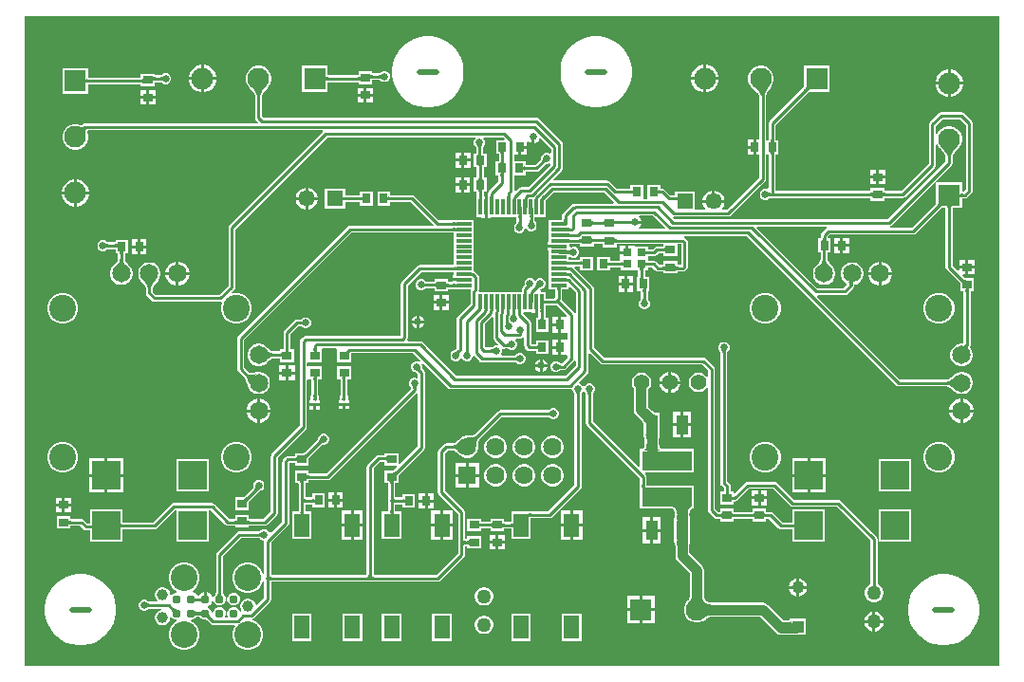
<source format=gtl>
G04*
G04 #@! TF.GenerationSoftware,Altium Limited,Altium Designer,24.2.2 (26)*
G04*
G04 Layer_Physical_Order=1*
G04 Layer_Color=255*
%FSLAX25Y25*%
%MOIN*%
G70*
G04*
G04 #@! TF.SameCoordinates,AF2FB041-FD52-4B01-B4D8-7A83CE53158D*
G04*
G04*
G04 #@! TF.FilePolarity,Positive*
G04*
G01*
G75*
%ADD15C,0.01000*%
%ADD18R,0.05807X0.01181*%
%ADD19R,0.01181X0.05807*%
%ADD20R,0.03098X0.03402*%
%ADD21R,0.03402X0.03098*%
%ADD22R,0.03150X0.02756*%
%ADD23R,0.05512X0.08268*%
%ADD24R,0.01575X0.01083*%
%ADD25R,0.04331X0.07165*%
%ADD26R,0.17717X0.06890*%
%ADD35C,0.03900*%
%ADD52C,0.05709*%
%ADD53R,0.05709X0.05709*%
%ADD54C,0.03100*%
%ADD55C,0.03500*%
%ADD56C,0.05000*%
%ADD57R,0.06400X0.06400*%
%ADD58C,0.06400*%
%ADD59C,0.09449*%
%ADD60R,0.09921X0.09921*%
%ADD61C,0.06496*%
%ADD62C,0.09350*%
%ADD63C,0.05512*%
%ADD64C,0.04331*%
%ADD65R,0.04331X0.04331*%
%ADD66C,0.07677*%
%ADD67R,0.07677X0.07677*%
%ADD68O,0.07795X0.02087*%
%ADD69R,0.07677X0.07677*%
%ADD70C,0.02500*%
G36*
X559055Y149606D02*
X216535D01*
Y377953D01*
X559055D01*
Y149606D01*
D02*
G37*
%LPC*%
G36*
X456191Y360744D02*
X456054D01*
Y356405D01*
X460392D01*
Y356542D01*
X460063Y357773D01*
X459426Y358876D01*
X458525Y359777D01*
X457421Y360414D01*
X456191Y360744D01*
D02*
G37*
G36*
X279750D02*
X279613D01*
Y356405D01*
X283952D01*
Y356542D01*
X283622Y357773D01*
X282985Y358876D01*
X282084Y359777D01*
X280981Y360414D01*
X279750Y360744D01*
D02*
G37*
G36*
X455054D02*
X454917D01*
X453686Y360414D01*
X452583Y359777D01*
X451682Y358876D01*
X451045Y357773D01*
X450715Y356542D01*
Y356405D01*
X455054D01*
Y360744D01*
D02*
G37*
G36*
X278613D02*
X278477D01*
X277246Y360414D01*
X276143Y359777D01*
X275242Y358876D01*
X274605Y357773D01*
X274275Y356542D01*
Y356405D01*
X278613D01*
Y360744D01*
D02*
G37*
G36*
X541976Y359169D02*
X541839D01*
Y354831D01*
X546177D01*
Y354968D01*
X545847Y356198D01*
X545210Y357302D01*
X544310Y358203D01*
X543206Y358840D01*
X541976Y359169D01*
D02*
G37*
G36*
X540839D02*
X540702D01*
X539471Y358840D01*
X538368Y358203D01*
X537467Y357302D01*
X536830Y356198D01*
X536500Y354968D01*
Y354831D01*
X540839D01*
Y359169D01*
D02*
G37*
G36*
X323022Y360444D02*
X313945D01*
Y351367D01*
X323022D01*
Y354675D01*
X323035Y354677D01*
X323094Y354682D01*
X333745D01*
X333802Y354677D01*
X333820Y354674D01*
Y353952D01*
X338621D01*
Y355462D01*
X338634Y355464D01*
X338693Y355469D01*
X341171D01*
X341233Y355459D01*
X341288Y355446D01*
X341336Y355430D01*
X341378Y355413D01*
X341415Y355393D01*
X341448Y355371D01*
X341480Y355346D01*
X341533Y355297D01*
X341583Y355266D01*
X341809Y355040D01*
X342526Y354743D01*
X343301D01*
X344018Y355040D01*
X344566Y355588D01*
X344863Y356305D01*
Y357081D01*
X344566Y357798D01*
X344018Y358346D01*
X343301Y358643D01*
X342526D01*
X341809Y358346D01*
X341583Y358120D01*
X341533Y358089D01*
X341480Y358039D01*
X341448Y358015D01*
X341415Y357993D01*
X341378Y357973D01*
X341336Y357956D01*
X341288Y357940D01*
X341232Y357927D01*
X341171Y357916D01*
X338693D01*
X338634Y357922D01*
X338621Y357924D01*
Y358450D01*
X333820D01*
Y357137D01*
X333802Y357134D01*
X333745Y357129D01*
X323094D01*
X323035Y357134D01*
X323022Y357136D01*
Y360444D01*
D02*
G37*
G36*
X238987Y359658D02*
X229910D01*
Y350581D01*
X238987D01*
Y353889D01*
X239000Y353891D01*
X239059Y353896D01*
X257367D01*
X257424Y353891D01*
X257442Y353888D01*
Y353164D01*
X262243D01*
Y354675D01*
X262256Y354677D01*
X262315Y354682D01*
X264400D01*
X264461Y354672D01*
X264516Y354659D01*
X264564Y354643D01*
X264606Y354625D01*
X264643Y354606D01*
X264677Y354584D01*
X264708Y354559D01*
X264762Y354509D01*
X264811Y354479D01*
X265037Y354252D01*
X265754Y353956D01*
X266530D01*
X267246Y354252D01*
X267795Y354801D01*
X268092Y355518D01*
Y356293D01*
X267795Y357010D01*
X267246Y357559D01*
X266530Y357856D01*
X265754D01*
X265037Y357559D01*
X264811Y357332D01*
X264762Y357302D01*
X264708Y357252D01*
X264677Y357227D01*
X264643Y357206D01*
X264606Y357186D01*
X264564Y357168D01*
X264516Y357153D01*
X264461Y357139D01*
X264400Y357129D01*
X262315D01*
X262256Y357134D01*
X262243Y357136D01*
Y357663D01*
X257442D01*
Y356351D01*
X257424Y356348D01*
X257367Y356343D01*
X239059D01*
X239000Y356348D01*
X238987Y356350D01*
Y359658D01*
D02*
G37*
G36*
X460392Y355405D02*
X456054D01*
Y351067D01*
X456191D01*
X457421Y351397D01*
X458525Y352034D01*
X459426Y352935D01*
X460063Y354038D01*
X460392Y355269D01*
Y355405D01*
D02*
G37*
G36*
X455054D02*
X450715D01*
Y355269D01*
X451045Y354038D01*
X451682Y352935D01*
X452583Y352034D01*
X453686Y351397D01*
X454917Y351067D01*
X455054D01*
Y355405D01*
D02*
G37*
G36*
X283952D02*
X279613D01*
Y351067D01*
X279750D01*
X280981Y351397D01*
X282084Y352034D01*
X282985Y352935D01*
X283622Y354038D01*
X283952Y355269D01*
Y355405D01*
D02*
G37*
G36*
X278613D02*
X274275D01*
Y355269D01*
X274605Y354038D01*
X275242Y352935D01*
X276143Y352034D01*
X277246Y351397D01*
X278477Y351067D01*
X278613D01*
Y355405D01*
D02*
G37*
G36*
X338921Y352648D02*
X336720D01*
Y350599D01*
X338921D01*
Y352648D01*
D02*
G37*
G36*
X335720D02*
X333520D01*
Y350599D01*
X335720D01*
Y352648D01*
D02*
G37*
G36*
X262543Y351860D02*
X260343D01*
Y349811D01*
X262543D01*
Y351860D01*
D02*
G37*
G36*
X259343D02*
X257142D01*
Y349811D01*
X259343D01*
Y351860D01*
D02*
G37*
G36*
X546177Y353831D02*
X541839D01*
Y349492D01*
X541976D01*
X543206Y349822D01*
X544310Y350459D01*
X545210Y351360D01*
X545847Y352463D01*
X546177Y353694D01*
Y353831D01*
D02*
G37*
G36*
X540839D02*
X536500D01*
Y353694D01*
X536830Y352463D01*
X537467Y351360D01*
X538368Y350459D01*
X539471Y349822D01*
X540702Y349492D01*
X540839D01*
Y353831D01*
D02*
G37*
G36*
X338921Y349599D02*
X336720D01*
Y347549D01*
X338921D01*
Y349599D01*
D02*
G37*
G36*
X335720D02*
X333520D01*
Y347549D01*
X335720D01*
Y349599D01*
D02*
G37*
G36*
X262543Y348811D02*
X260343D01*
Y346762D01*
X262543D01*
Y348811D01*
D02*
G37*
G36*
X259343D02*
X257142D01*
Y346762D01*
X259343D01*
Y348811D01*
D02*
G37*
G36*
X418307Y370779D02*
X416338D01*
X414393Y370471D01*
X412520Y369862D01*
X410766Y368968D01*
X409172Y367811D01*
X407780Y366418D01*
X406622Y364825D01*
X405728Y363070D01*
X405120Y361197D01*
X404812Y359252D01*
Y357283D01*
X405120Y355338D01*
X405728Y353465D01*
X406622Y351711D01*
X407780Y350117D01*
X409172Y348725D01*
X410766Y347567D01*
X412520Y346673D01*
X414393Y346065D01*
X416338Y345757D01*
X418307D01*
X420253Y346065D01*
X422125Y346673D01*
X423880Y347567D01*
X425473Y348725D01*
X426866Y350117D01*
X428023Y351711D01*
X428917Y353465D01*
X429526Y355338D01*
X429834Y357283D01*
Y359252D01*
X429526Y361197D01*
X428917Y363070D01*
X428023Y364825D01*
X426866Y366418D01*
X425473Y367811D01*
X423880Y368968D01*
X422125Y369862D01*
X420253Y370471D01*
X418307Y370779D01*
D02*
G37*
G36*
X359252D02*
X357283D01*
X355338Y370471D01*
X353465Y369862D01*
X351711Y368968D01*
X350117Y367811D01*
X348725Y366418D01*
X347567Y364825D01*
X346673Y363070D01*
X346065Y361197D01*
X345757Y359252D01*
Y357283D01*
X346065Y355338D01*
X346673Y353465D01*
X347567Y351711D01*
X348725Y350117D01*
X350117Y348725D01*
X351711Y347567D01*
X353465Y346673D01*
X355338Y346065D01*
X357283Y345757D01*
X359252D01*
X361197Y346065D01*
X363070Y346673D01*
X364825Y347567D01*
X366418Y348725D01*
X367811Y350117D01*
X368968Y351711D01*
X369862Y353465D01*
X370471Y355338D01*
X370779Y357283D01*
Y359252D01*
X370471Y361197D01*
X369862Y363070D01*
X368968Y364825D01*
X367811Y366418D01*
X366418Y367811D01*
X364825Y368968D01*
X363070Y369862D01*
X361197Y370471D01*
X359252Y370779D01*
D02*
G37*
G36*
X499462Y360444D02*
X490385D01*
Y353502D01*
X490383Y353493D01*
X490385Y353485D01*
Y353163D01*
X490333Y353087D01*
X490100Y352812D01*
X478295Y341007D01*
X478030Y340610D01*
X477937Y340142D01*
Y334248D01*
X477932Y334192D01*
X477929Y334173D01*
X477031D01*
Y349993D01*
X477033Y350025D01*
X477073Y350195D01*
X477152Y350421D01*
X477272Y350695D01*
X477425Y350995D01*
X478510Y352674D01*
X478751Y352999D01*
X478870Y353119D01*
X479468Y354154D01*
X479777Y355308D01*
Y356503D01*
X479468Y357657D01*
X478870Y358692D01*
X478025Y359537D01*
X476991Y360135D01*
X475836Y360444D01*
X474641D01*
X473487Y360135D01*
X472452Y359537D01*
X471607Y358692D01*
X471009Y357657D01*
X470700Y356503D01*
Y355308D01*
X471009Y354154D01*
X471607Y353119D01*
X472452Y352274D01*
X472622Y352175D01*
X473359Y351594D01*
X473671Y351307D01*
X473940Y351028D01*
X474159Y350765D01*
X474329Y350521D01*
X474453Y350297D01*
X474534Y350097D01*
X474577Y349921D01*
X474583Y349850D01*
Y334473D01*
X473558D01*
Y331773D01*
Y329072D01*
X474583D01*
Y321196D01*
X463273Y309885D01*
X461779D01*
X461588Y310347D01*
X461660Y310419D01*
X462167Y311298D01*
X462430Y312278D01*
Y312285D01*
X454721D01*
Y312278D01*
X454984Y311298D01*
X455491Y310419D01*
X455563Y310347D01*
X455372Y309885D01*
X452130D01*
Y316340D01*
X445021D01*
Y315010D01*
X445008Y315008D01*
X444949Y315003D01*
X443420D01*
X441416Y317007D01*
X441019Y317272D01*
X440551Y317365D01*
X440018D01*
X439959Y317370D01*
X439946Y317372D01*
Y318543D01*
X435448D01*
Y313741D01*
X434973Y313679D01*
X434318D01*
X433844Y313741D01*
Y318543D01*
X429345D01*
Y317372D01*
X429332Y317370D01*
X429274Y317365D01*
X424522D01*
X422125Y319763D01*
X421728Y320028D01*
X421260Y320121D01*
X402426D01*
X402235Y320583D01*
X405321Y323670D01*
X405586Y324066D01*
X405679Y324535D01*
Y332946D01*
X405586Y333414D01*
X405321Y333811D01*
X397322Y341810D01*
X396925Y342075D01*
X396457Y342168D01*
X300507D01*
X300022Y342653D01*
Y349880D01*
X300027Y349936D01*
X300069Y350113D01*
X300151Y350329D01*
X300275Y350580D01*
X300445Y350863D01*
X300651Y351159D01*
X301595Y352261D01*
X301993Y352662D01*
X302030Y352718D01*
X302430Y353119D01*
X303028Y354154D01*
X303337Y355308D01*
Y356503D01*
X303028Y357657D01*
X302430Y358692D01*
X301585Y359537D01*
X300550Y360135D01*
X299396Y360444D01*
X298201D01*
X297047Y360135D01*
X296012Y359537D01*
X295167Y358692D01*
X294569Y357657D01*
X294260Y356503D01*
Y355308D01*
X294569Y354154D01*
X295167Y353119D01*
X295567Y352718D01*
X295604Y352662D01*
X296007Y352256D01*
X296679Y351503D01*
X296936Y351173D01*
X297152Y350863D01*
X297322Y350580D01*
X297446Y350329D01*
X297528Y350113D01*
X297570Y349936D01*
X297575Y349880D01*
Y342146D01*
X297668Y341678D01*
X297933Y341281D01*
X298553Y340662D01*
X298361Y340200D01*
X237991D01*
X237523Y340107D01*
X237126Y339842D01*
X237004Y339720D01*
X236921Y339656D01*
X236830Y339600D01*
X236749Y339563D01*
X236678Y339541D01*
X236613Y339530D01*
X236549Y339528D01*
X236480Y339535D01*
X236402Y339555D01*
X236364Y339569D01*
X236201Y339664D01*
X235046Y339973D01*
X233851D01*
X232697Y339664D01*
X231662Y339066D01*
X230817Y338221D01*
X230220Y337186D01*
X229910Y336032D01*
Y334837D01*
X230220Y333682D01*
X230817Y332647D01*
X231662Y331802D01*
X232697Y331205D01*
X233851Y330896D01*
X235046D01*
X236201Y331205D01*
X237236Y331802D01*
X238081Y332647D01*
X238678Y333682D01*
X238987Y334837D01*
Y336032D01*
X238678Y337186D01*
X238639Y337253D01*
X238759Y337590D01*
X238835Y337670D01*
X238949Y337753D01*
X321142D01*
X321349Y337253D01*
X288505Y304409D01*
X288240Y304012D01*
X288147Y303543D01*
Y283184D01*
X284926Y279964D01*
X262712D01*
X261657Y281019D01*
Y282341D01*
X261658Y282364D01*
X261691Y282512D01*
X261754Y282690D01*
X261850Y282896D01*
X261983Y283126D01*
X262152Y283378D01*
X262355Y283644D01*
X262892Y284254D01*
X263215Y284581D01*
X263251Y284637D01*
X263592Y284977D01*
X264112Y285878D01*
X264381Y286882D01*
Y287921D01*
X264112Y288926D01*
X263592Y289826D01*
X262857Y290561D01*
X261957Y291081D01*
X260953Y291350D01*
X259913D01*
X258909Y291081D01*
X258009Y290561D01*
X257274Y289826D01*
X256754Y288926D01*
X256485Y287921D01*
Y286882D01*
X256754Y285878D01*
X257274Y284977D01*
X257615Y284637D01*
X257652Y284581D01*
X257974Y284254D01*
X258511Y283644D01*
X258714Y283378D01*
X258883Y283126D01*
X259016Y282895D01*
X259112Y282690D01*
X259175Y282512D01*
X259208Y282364D01*
X259209Y282341D01*
Y280512D01*
X259303Y280044D01*
X259568Y279647D01*
X261340Y277875D01*
X261736Y277610D01*
X262205Y277517D01*
X285433D01*
X285455Y277521D01*
X285525Y277484D01*
X285836Y277087D01*
X285521Y275911D01*
Y274483D01*
X285890Y273103D01*
X286604Y271866D01*
X287614Y270856D01*
X288851Y270142D01*
X290231Y269772D01*
X291659D01*
X293039Y270142D01*
X294275Y270856D01*
X295286Y271866D01*
X296000Y273103D01*
X296369Y274483D01*
Y275911D01*
X296000Y277291D01*
X295286Y278527D01*
X294275Y279538D01*
X293039Y280252D01*
X291659Y280621D01*
X290231D01*
X289576Y280446D01*
X289317Y280894D01*
X290235Y281812D01*
X290500Y282209D01*
X290594Y282677D01*
Y303036D01*
X322948Y335391D01*
X374882D01*
X375089Y334891D01*
X374725Y334527D01*
X374428Y333810D01*
Y333034D01*
X374725Y332318D01*
X374951Y332091D01*
X374982Y332042D01*
X375031Y331989D01*
X375056Y331957D01*
X375078Y331924D01*
X375097Y331886D01*
X375115Y331844D01*
X375131Y331797D01*
X375144Y331741D01*
X375154Y331680D01*
Y329797D01*
X375149Y329740D01*
X375146Y329722D01*
X374441D01*
Y324921D01*
X375460D01*
X375462Y324908D01*
X375467Y324849D01*
Y321165D01*
X375462Y321109D01*
X375459Y321090D01*
X374387D01*
Y316289D01*
X375446D01*
X375448Y316276D01*
X375454Y316217D01*
Y314395D01*
X375387D01*
Y313692D01*
X375385Y313683D01*
X375387Y313675D01*
Y307188D01*
X377055D01*
Y306888D01*
X378146D01*
Y310792D01*
Y314695D01*
X377901D01*
Y316217D01*
X377906Y316276D01*
X377908Y316289D01*
X378885D01*
Y321090D01*
X377922D01*
X377919Y321109D01*
X377914Y321165D01*
Y324849D01*
X377919Y324908D01*
X377921Y324921D01*
X378940D01*
Y329722D01*
X377609D01*
X377607Y329740D01*
X377602Y329797D01*
Y331680D01*
X377612Y331741D01*
X377625Y331797D01*
X377641Y331844D01*
X377658Y331886D01*
X377678Y331924D01*
X377700Y331957D01*
X377725Y331989D01*
X377774Y332042D01*
X377805Y332091D01*
X378031Y332318D01*
X378328Y333034D01*
Y333810D01*
X378031Y334527D01*
X377667Y334891D01*
X377874Y335391D01*
X384533D01*
X385171Y334752D01*
X384979Y334291D01*
X382200D01*
Y329489D01*
X383131D01*
X383133Y329476D01*
X383138Y329417D01*
Y326881D01*
X383133Y326822D01*
X383131Y326810D01*
X382112D01*
Y322008D01*
X383020D01*
X383023Y321990D01*
X383029Y321933D01*
Y319798D01*
X379749Y316519D01*
X379484Y316122D01*
X379391Y315653D01*
Y314695D01*
X379146D01*
Y310792D01*
Y306888D01*
X380236D01*
Y307188D01*
X389250D01*
Y305349D01*
X389240Y305289D01*
X389226Y305235D01*
X389211Y305189D01*
X389194Y305149D01*
X389174Y305114D01*
X389153Y305082D01*
X389129Y305052D01*
X389079Y305000D01*
X389045Y304948D01*
X388797Y304700D01*
X388501Y303983D01*
Y303207D01*
X388797Y302491D01*
X389346Y301942D01*
X390063Y301645D01*
X390839D01*
X391555Y301942D01*
X392104Y302491D01*
X392351Y303088D01*
X392643Y303171D01*
X392745Y303184D01*
X392887Y303174D01*
X393384Y302678D01*
X394100Y302381D01*
X394876D01*
X395593Y302678D01*
X396141Y303226D01*
X396438Y303943D01*
Y304719D01*
X396141Y305435D01*
X395915Y305662D01*
X395884Y305711D01*
X395835Y305764D01*
X395810Y305796D01*
X395788Y305829D01*
X395769Y305866D01*
X395751Y305908D01*
X395735Y305956D01*
X395722Y306012D01*
X395712Y306073D01*
Y307081D01*
X396200Y307188D01*
X399621D01*
Y310764D01*
X399645Y310882D01*
Y313117D01*
X399654Y313129D01*
X399896Y313413D01*
X402456Y315974D01*
X420049D01*
X423582Y312441D01*
X423391Y311979D01*
X410011D01*
X409542Y311885D01*
X409494Y311853D01*
X409449D01*
X408981Y311760D01*
X408584Y311495D01*
X405727Y308639D01*
X405462Y308242D01*
X405369Y307773D01*
Y306299D01*
X405364Y306242D01*
X405361Y306224D01*
X400585D01*
Y303643D01*
Y298650D01*
X400285D01*
Y297559D01*
X404189D01*
Y296559D01*
X400285D01*
Y295469D01*
X400585D01*
Y293800D01*
Y289863D01*
Y285926D01*
Y281989D01*
X402958D01*
X402960Y281977D01*
X402965Y281918D01*
Y279105D01*
X402505Y278645D01*
X399693D01*
X399634Y278650D01*
X399621Y278652D01*
Y281025D01*
X397953D01*
Y281325D01*
X397870D01*
X397820Y281377D01*
X397671Y281774D01*
X397773Y281908D01*
X398026D01*
X398742Y282205D01*
X399291Y282754D01*
X399588Y283470D01*
Y284246D01*
X399291Y284963D01*
X398742Y285511D01*
X398026Y285808D01*
X397250D01*
X396533Y285511D01*
X396193Y285171D01*
X395866Y285018D01*
X395539Y285171D01*
X395199Y285511D01*
X394482Y285808D01*
X393707D01*
X392990Y285511D01*
X392441Y284963D01*
X392144Y284246D01*
Y283470D01*
X392179Y283386D01*
X392179Y283382D01*
X392176Y283366D01*
X392170Y283345D01*
X392159Y283318D01*
X392140Y283283D01*
X392111Y283242D01*
X391560Y282690D01*
X391295Y282293D01*
X391202Y281825D01*
Y281025D01*
X376528D01*
X376128Y281525D01*
X376146Y281613D01*
Y286336D01*
X376053Y286804D01*
X375787Y287201D01*
X374997Y287991D01*
X374600Y288257D01*
X374422Y288292D01*
Y293800D01*
Y297737D01*
Y301674D01*
Y306224D01*
X367936D01*
X367927Y306226D01*
X367919Y306224D01*
X367215D01*
Y306157D01*
X362109D01*
X353626Y314639D01*
X353230Y314904D01*
X352761Y314998D01*
X345084D01*
X345025Y315003D01*
X345012Y315005D01*
Y316175D01*
X340513D01*
Y311373D01*
X345012D01*
Y312543D01*
X345025Y312545D01*
X345084Y312551D01*
X352255D01*
X360155Y304650D01*
X359963Y304188D01*
X330918D01*
X330449Y304095D01*
X330052Y303830D01*
X291654Y265432D01*
X291389Y265035D01*
X291296Y264567D01*
Y253937D01*
X291389Y253469D01*
X291654Y253072D01*
X293888Y250838D01*
X293954Y250737D01*
X294035Y250589D01*
X294868Y248382D01*
X295029Y247861D01*
X295030Y247860D01*
X295030Y247858D01*
X295053Y247816D01*
X295140Y247492D01*
X295660Y246592D01*
X296395Y245856D01*
X297295Y245337D01*
X298299Y245068D01*
X299339D01*
X300343Y245337D01*
X301243Y245856D01*
X301978Y246592D01*
X302498Y247492D01*
X302767Y248496D01*
Y249535D01*
X302498Y250540D01*
X301978Y251440D01*
X301243Y252175D01*
X300343Y252695D01*
X299339Y252964D01*
X298299D01*
X297663Y252794D01*
X297611Y252789D01*
X297228Y252675D01*
X296893Y252598D01*
X296590Y252550D01*
X296321Y252530D01*
X296085Y252535D01*
X295883Y252562D01*
X295713Y252608D01*
X295570Y252668D01*
X295448Y252744D01*
X295415Y252772D01*
X293743Y254444D01*
Y264060D01*
X331424Y301741D01*
X367215D01*
Y297737D01*
Y293800D01*
Y290409D01*
X355327D01*
X354859Y290316D01*
X354462Y290051D01*
X349135Y284723D01*
X348870Y284327D01*
X348777Y283858D01*
Y265397D01*
X315153D01*
X314685Y265304D01*
X314288Y265038D01*
X313702Y264453D01*
X313437Y264056D01*
X313343Y263587D01*
Y233971D01*
X303466Y224094D01*
X303200Y223697D01*
X303107Y223228D01*
Y203886D01*
X300445Y201223D01*
X295388D01*
X295331Y201228D01*
X295313Y201232D01*
Y202651D01*
X290511D01*
Y201231D01*
X290498Y201229D01*
X290440Y201223D01*
X288494D01*
X283341Y206377D01*
X282944Y206642D01*
X282476Y206735D01*
X268898D01*
X268429Y206642D01*
X268033Y206377D01*
X261698Y200042D01*
X251008D01*
X250949Y200048D01*
X250936Y200050D01*
Y204480D01*
X239615D01*
Y199656D01*
X239602Y199654D01*
X239543Y199649D01*
X238696D01*
X237428Y200917D01*
X237031Y201182D01*
X236563Y201275D01*
X232738D01*
X232679Y201280D01*
X232666Y201282D01*
Y202301D01*
X227865D01*
Y197802D01*
X232666D01*
Y198821D01*
X232679Y198823D01*
X232738Y198828D01*
X236056D01*
X237324Y197560D01*
X237721Y197295D01*
X238189Y197202D01*
X239543D01*
X239602Y197197D01*
X239615Y197195D01*
Y193158D01*
X250936D01*
Y197588D01*
X250949Y197590D01*
X251008Y197595D01*
X262205D01*
X262673Y197688D01*
X263070Y197954D01*
X269404Y204288D01*
X269930D01*
Y193158D01*
X281251D01*
Y204288D01*
X281969D01*
X287122Y199135D01*
X287519Y198870D01*
X287987Y198776D01*
X290440D01*
X290498Y198771D01*
X290511Y198769D01*
Y198153D01*
X295313D01*
Y198768D01*
X295331Y198772D01*
X295388Y198776D01*
X300952D01*
X301420Y198870D01*
X301817Y199135D01*
X305196Y202514D01*
X305461Y202911D01*
X305554Y203379D01*
Y222722D01*
X315432Y232599D01*
X315697Y232996D01*
X315790Y233465D01*
Y249904D01*
X316083Y250283D01*
X316290Y250283D01*
X317253D01*
X317255Y250270D01*
X317260Y250211D01*
Y244554D01*
X316996D01*
Y243850D01*
X316995Y243842D01*
X316996Y243833D01*
Y242783D01*
X316696D01*
Y241742D01*
X318484D01*
X320271D01*
Y242783D01*
X319971D01*
Y243833D01*
X319973Y243842D01*
X319971Y243850D01*
Y244554D01*
X319708D01*
X319707Y244574D01*
Y250211D01*
X319712Y250270D01*
X319714Y250283D01*
X320884D01*
Y254781D01*
X316290D01*
X316083Y254781D01*
X315790Y255160D01*
Y256006D01*
X316083Y256385D01*
X320884D01*
Y260883D01*
X321207Y261250D01*
X326089D01*
X326412Y260883D01*
Y256385D01*
X331213D01*
Y259269D01*
X331333Y259406D01*
X353036D01*
X355626Y256817D01*
X355343Y256393D01*
X354758Y256635D01*
X353982D01*
X353265Y256338D01*
X352717Y255790D01*
X352420Y255073D01*
Y254297D01*
X352717Y253581D01*
X353265Y253032D01*
X353982Y252735D01*
X354050D01*
X354098Y252716D01*
X354154Y252689D01*
X354211Y252657D01*
X354271Y252620D01*
X354325Y252581D01*
X354400Y252519D01*
X354770Y252149D01*
Y250963D01*
X354270Y250629D01*
X353931Y250769D01*
X353155D01*
X352439Y250472D01*
X351890Y249923D01*
X351593Y249207D01*
Y248431D01*
X351890Y247714D01*
X352116Y247488D01*
X352147Y247439D01*
X352197Y247386D01*
X352221Y247354D01*
X352243Y247320D01*
X352263Y247283D01*
X352281Y247241D01*
X352296Y247193D01*
X352310Y247138D01*
X352320Y247077D01*
Y246964D01*
X322592Y217236D01*
X316502D01*
X316443Y217241D01*
X316431Y217243D01*
Y218261D01*
X311629D01*
Y213763D01*
X312799D01*
X312801Y213750D01*
X312806Y213691D01*
Y207541D01*
Y203921D01*
X312801Y203862D01*
X312799Y203850D01*
X310521D01*
Y194182D01*
X317432D01*
Y203850D01*
X315261D01*
X315259Y203862D01*
X315253Y203921D01*
Y206167D01*
X315264Y206225D01*
X315278Y206267D01*
X315286Y206282D01*
X315287Y206283D01*
X315289Y206285D01*
X315304Y206293D01*
X315346Y206307D01*
X315404Y206317D01*
X317483D01*
X317542Y206312D01*
X317555Y206310D01*
Y205375D01*
X322053D01*
Y210176D01*
X317555D01*
Y208771D01*
X317542Y208769D01*
X317483Y208764D01*
X315404D01*
X315346Y208774D01*
X315304Y208788D01*
X315289Y208797D01*
X315287Y208798D01*
X315286Y208800D01*
X315278Y208815D01*
X315264Y208857D01*
X315253Y208914D01*
Y213691D01*
X315259Y213750D01*
X315261Y213763D01*
X316431D01*
Y214781D01*
X316443Y214783D01*
X316502Y214789D01*
X323099D01*
X323567Y214882D01*
X323964Y215147D01*
X354270Y245453D01*
X354770Y245257D01*
Y226835D01*
X348389Y220454D01*
X347927Y220645D01*
Y224364D01*
X343125D01*
Y223673D01*
X343107Y223670D01*
X343050Y223664D01*
X340945D01*
X340477Y223571D01*
X340080Y223306D01*
X337132Y220358D01*
X336866Y219961D01*
X336773Y219493D01*
Y181689D01*
X336763Y181631D01*
X336749Y181589D01*
X336741Y181574D01*
X336740Y181572D01*
X336738Y181571D01*
X336723Y181563D01*
X336681Y181549D01*
X336623Y181538D01*
X303342D01*
X303284Y181549D01*
X303243Y181563D01*
X303227Y181571D01*
X303226Y181572D01*
X303224Y181574D01*
X303216Y181589D01*
X303202Y181631D01*
X303192Y181689D01*
Y192879D01*
X309133Y198820D01*
X309398Y199217D01*
X309491Y199685D01*
Y220753D01*
X309629Y220891D01*
X311554D01*
X311611Y220886D01*
X311629Y220883D01*
Y219865D01*
X316431D01*
Y222571D01*
X316478Y222639D01*
X316713Y222916D01*
X320983Y227186D01*
X321023Y227212D01*
X321054Y227229D01*
X321076Y227238D01*
X321090Y227242D01*
X321099Y227243D01*
X321107Y227244D01*
X321116Y227243D01*
X321131Y227240D01*
X321266Y227184D01*
X322041D01*
X322758Y227481D01*
X323307Y228029D01*
X323604Y228746D01*
Y229522D01*
X323307Y230238D01*
X322758Y230787D01*
X322041Y231084D01*
X321266D01*
X320549Y230787D01*
X320000Y230238D01*
X319704Y229522D01*
Y229484D01*
X319692Y229457D01*
X319668Y229409D01*
X319585Y229273D01*
X319550Y229225D01*
X319489Y229152D01*
X315025Y224688D01*
X314854Y224529D01*
X314714Y224417D01*
X314638Y224364D01*
X311629D01*
Y223346D01*
X311611Y223343D01*
X311554Y223338D01*
X309122D01*
X308654Y223245D01*
X308257Y222980D01*
X307403Y222125D01*
X307137Y221728D01*
X307044Y221260D01*
Y200192D01*
X303171Y196318D01*
X302581Y196435D01*
X302441Y196774D01*
X301892Y197322D01*
X301175Y197619D01*
X300399D01*
X299683Y197322D01*
X299457Y197096D01*
X299407Y197066D01*
X299354Y197016D01*
X299323Y196991D01*
X299289Y196969D01*
X299252Y196950D01*
X299210Y196932D01*
X299162Y196916D01*
X299107Y196903D01*
X299045Y196893D01*
X292126D01*
X291658Y196800D01*
X291261Y196534D01*
X284174Y189448D01*
X283909Y189051D01*
X283816Y188583D01*
Y175299D01*
X283811Y175250D01*
X283795Y175152D01*
X283774Y175066D01*
X283749Y174992D01*
X283721Y174929D01*
X283690Y174874D01*
X283657Y174827D01*
X283620Y174784D01*
X283552Y174719D01*
X283544Y174709D01*
X283534Y174703D01*
X283510Y174666D01*
X283138Y174294D01*
X282979Y173909D01*
X282437D01*
X282207Y174464D01*
X281490Y175181D01*
X280553Y175570D01*
X280546D01*
Y173020D01*
X279546D01*
Y175570D01*
X279538D01*
X278601Y175181D01*
X277884Y174464D01*
X277796Y174251D01*
X277296D01*
X277207Y174464D01*
X276490Y175181D01*
X275651Y175529D01*
X275522Y176032D01*
X275846Y176219D01*
X276847Y177219D01*
X277554Y178445D01*
X277921Y179812D01*
Y181227D01*
X277554Y182594D01*
X276847Y183820D01*
X275846Y184821D01*
X274620Y185528D01*
X273253Y185895D01*
X271838D01*
X270471Y185528D01*
X269245Y184821D01*
X268245Y183820D01*
X267537Y182594D01*
X267171Y181227D01*
Y179812D01*
X267537Y178445D01*
X268245Y177219D01*
X269245Y176219D01*
X270023Y175770D01*
X269889Y175270D01*
X269598D01*
X268771Y174927D01*
X268196Y174352D01*
X267925Y174396D01*
X267696Y174505D01*
Y174865D01*
X267515Y175539D01*
X267166Y176143D01*
X266673Y176636D01*
X266069Y176985D01*
X265395Y177166D01*
X264697D01*
X264023Y176985D01*
X263419Y176636D01*
X262925Y176143D01*
X262576Y175539D01*
X262396Y174865D01*
Y174167D01*
X262576Y173493D01*
X262925Y172889D01*
X263224Y172590D01*
X263017Y172090D01*
X260404D01*
X260342Y172100D01*
X260287Y172113D01*
X260239Y172129D01*
X260197Y172147D01*
X260160Y172166D01*
X260126Y172188D01*
X260095Y172213D01*
X260042Y172262D01*
X259992Y172293D01*
X259766Y172519D01*
X259049Y172816D01*
X258274D01*
X257557Y172519D01*
X257008Y171971D01*
X256711Y171254D01*
Y170478D01*
X257008Y169762D01*
X257557Y169213D01*
X258274Y168916D01*
X259049D01*
X259766Y169213D01*
X259992Y169439D01*
X260042Y169470D01*
X260095Y169520D01*
X260126Y169544D01*
X260160Y169566D01*
X260197Y169586D01*
X260239Y169603D01*
X260287Y169619D01*
X260342Y169632D01*
X260404Y169643D01*
X264515D01*
X264581Y169143D01*
X264023Y168993D01*
X263419Y168644D01*
X262925Y168151D01*
X262576Y167546D01*
X262396Y166873D01*
Y166175D01*
X262576Y165501D01*
X262925Y164897D01*
X263419Y164403D01*
X264023Y164054D01*
X264697Y163874D01*
X265395D01*
X266069Y164054D01*
X266673Y164403D01*
X267166Y164897D01*
X267515Y165501D01*
X267696Y166175D01*
Y166534D01*
X267925Y166644D01*
X268196Y166688D01*
X268771Y166112D01*
X269598Y165770D01*
X269889D01*
X270023Y165270D01*
X269245Y164821D01*
X268245Y163820D01*
X267537Y162594D01*
X267171Y161227D01*
Y159812D01*
X267537Y158445D01*
X268245Y157219D01*
X269245Y156219D01*
X270471Y155511D01*
X271838Y155145D01*
X273253D01*
X274620Y155511D01*
X275846Y156219D01*
X276847Y157219D01*
X277554Y158445D01*
X277921Y159812D01*
Y161227D01*
X277554Y162594D01*
X276847Y163820D01*
X275846Y164821D01*
X275068Y165270D01*
X275202Y165770D01*
X275493D01*
X276320Y166112D01*
X276700Y166492D01*
X276735Y166515D01*
X276741Y166525D01*
X276751Y166532D01*
X276815Y166601D01*
X276858Y166638D01*
X276905Y166671D01*
X276959Y166701D01*
X277022Y166729D01*
X277095Y166754D01*
X277180Y166775D01*
X277278Y166791D01*
X277328Y166796D01*
X277764D01*
X277813Y166791D01*
X277911Y166775D01*
X277996Y166754D01*
X278070Y166729D01*
X278133Y166701D01*
X278187Y166671D01*
X278234Y166638D01*
X278276Y166601D01*
X278340Y166532D01*
X278350Y166525D01*
X278357Y166515D01*
X278392Y166492D01*
X278771Y166112D01*
X279598Y165770D01*
X280135D01*
X280176Y165761D01*
X280188Y165764D01*
X280200Y165762D01*
X280293Y165765D01*
X280349Y165761D01*
X280406Y165751D01*
X280466Y165735D01*
X280531Y165710D01*
X280600Y165676D01*
X280675Y165630D01*
X280756Y165573D01*
X280794Y165541D01*
X281930Y164404D01*
X282328Y164139D01*
X282796Y164046D01*
X290298D01*
X290586Y163546D01*
X290037Y162594D01*
X289671Y161227D01*
Y159812D01*
X290037Y158445D01*
X290745Y157219D01*
X291745Y156219D01*
X292971Y155511D01*
X294338Y155145D01*
X295753D01*
X297120Y155511D01*
X298346Y156219D01*
X299347Y157219D01*
X300054Y158445D01*
X300421Y159812D01*
Y161227D01*
X300054Y162594D01*
X299347Y163820D01*
X298346Y164821D01*
X297120Y165528D01*
X296780Y165620D01*
X296724Y165932D01*
X296744Y166147D01*
X297088Y166377D01*
X302834Y172123D01*
X303099Y172520D01*
X303192Y172988D01*
Y178941D01*
X303202Y178999D01*
X303216Y179041D01*
X303224Y179056D01*
X303226Y179058D01*
X303227Y179059D01*
X303243Y179067D01*
X303284Y179081D01*
X303342Y179092D01*
X361795D01*
X362264Y179185D01*
X362661Y179450D01*
X370965Y187754D01*
X371230Y188151D01*
X371323Y188619D01*
Y191540D01*
X371333Y191598D01*
X371347Y191639D01*
X371355Y191655D01*
X371357Y191656D01*
X371358Y191657D01*
X371374Y191666D01*
X371415Y191680D01*
X371473Y191690D01*
X372038D01*
X372097Y191685D01*
X372110Y191683D01*
Y190781D01*
X376911D01*
Y195279D01*
X372110D01*
Y194144D01*
X372097Y194142D01*
X372038Y194137D01*
X371473D01*
X371415Y194147D01*
X371374Y194161D01*
X371358Y194169D01*
X371357Y194171D01*
X371355Y194172D01*
X371347Y194187D01*
X371333Y194229D01*
X371323Y194287D01*
Y203523D01*
X371230Y203991D01*
X370965Y204388D01*
X364216Y211137D01*
Y224296D01*
X365231Y225312D01*
X367052D01*
X367072Y225310D01*
X367218Y225278D01*
X367393Y225217D01*
X367595Y225123D01*
X367821Y224994D01*
X368068Y224828D01*
X368329Y224630D01*
X368927Y224104D01*
X369247Y223787D01*
X369303Y223750D01*
X369639Y223415D01*
X370529Y222901D01*
X371520Y222635D01*
X372547D01*
X373539Y222901D01*
X374429Y223415D01*
X375155Y224141D01*
X375668Y225030D01*
X375934Y226022D01*
Y226497D01*
X375947Y226563D01*
X375950Y227013D01*
X376001Y227808D01*
X376046Y228132D01*
X376103Y228424D01*
X376172Y228676D01*
X376248Y228885D01*
X376328Y229051D01*
X376409Y229178D01*
X376422Y229193D01*
X384194Y236965D01*
X400620D01*
X400681Y236955D01*
X400737Y236942D01*
X400784Y236926D01*
X400827Y236909D01*
X400864Y236889D01*
X400897Y236867D01*
X400929Y236842D01*
X400982Y236793D01*
X401031Y236762D01*
X401258Y236536D01*
X401974Y236239D01*
X402750D01*
X403467Y236536D01*
X404015Y237084D01*
X404312Y237801D01*
Y238577D01*
X404015Y239294D01*
X403467Y239842D01*
X402750Y240139D01*
X401974D01*
X401258Y239842D01*
X401031Y239616D01*
X400982Y239585D01*
X400929Y239536D01*
X400897Y239511D01*
X400864Y239489D01*
X400827Y239469D01*
X400784Y239452D01*
X400737Y239436D01*
X400681Y239423D01*
X400620Y239412D01*
X383687D01*
X383219Y239319D01*
X382822Y239054D01*
X374692Y230924D01*
X374676Y230910D01*
X374550Y230830D01*
X374383Y230749D01*
X374174Y230673D01*
X373923Y230605D01*
X373631Y230547D01*
X373306Y230503D01*
X372511Y230452D01*
X372061Y230449D01*
X371995Y230435D01*
X371520D01*
X370529Y230170D01*
X369639Y229656D01*
X369303Y229320D01*
X369247Y229283D01*
X368927Y228967D01*
X368329Y228441D01*
X368068Y228243D01*
X367821Y228077D01*
X367595Y227948D01*
X367393Y227854D01*
X367218Y227793D01*
X367072Y227761D01*
X367052Y227759D01*
X364724D01*
X364256Y227666D01*
X363859Y227401D01*
X362127Y225668D01*
X361862Y225271D01*
X361769Y224803D01*
Y210630D01*
X361862Y210162D01*
X362127Y209765D01*
X368876Y203016D01*
Y192913D01*
Y189126D01*
X361289Y181538D01*
X339370D01*
X339313Y181549D01*
X339271Y181563D01*
X339256Y181571D01*
X339254Y181572D01*
X339253Y181574D01*
X339245Y181589D01*
X339231Y181631D01*
X339220Y181689D01*
Y218986D01*
X341452Y221217D01*
X343050D01*
X343107Y221212D01*
X343125Y221209D01*
Y219865D01*
X347147D01*
X347339Y219403D01*
X346521Y218586D01*
X346350Y218426D01*
X346211Y218315D01*
X346135Y218261D01*
X343125D01*
Y213763D01*
X344295D01*
X344297Y213750D01*
X344303Y213691D01*
Y207541D01*
Y203921D01*
X344297Y203862D01*
X344295Y203850D01*
X342017D01*
Y194182D01*
X348928D01*
Y203850D01*
X346757D01*
X346755Y203862D01*
X346749Y203921D01*
Y206167D01*
X346760Y206225D01*
X346774Y206267D01*
X346782Y206282D01*
X346783Y206283D01*
X346785Y206285D01*
X346800Y206293D01*
X346842Y206307D01*
X346900Y206317D01*
X349225D01*
X349284Y206312D01*
X349297Y206310D01*
Y205129D01*
X353796D01*
Y209931D01*
X349297D01*
Y208771D01*
X349284Y208769D01*
X349225Y208764D01*
X346900D01*
X346842Y208774D01*
X346800Y208788D01*
X346785Y208797D01*
X346783Y208798D01*
X346782Y208800D01*
X346774Y208815D01*
X346760Y208857D01*
X346749Y208914D01*
Y213691D01*
X346755Y213750D01*
X346757Y213763D01*
X347927D01*
Y216469D01*
X347974Y216537D01*
X348209Y216813D01*
X356858Y225463D01*
X357124Y225860D01*
X357217Y226328D01*
Y252656D01*
X357124Y253124D01*
X356858Y253521D01*
X356337Y254043D01*
X356309Y254083D01*
X356292Y254116D01*
X356281Y254141D01*
X356276Y254159D01*
X356274Y254172D01*
X356273Y254183D01*
X356273Y254185D01*
X356320Y254297D01*
Y255073D01*
X356078Y255658D01*
X356501Y255942D01*
X365277Y247166D01*
X365673Y246901D01*
X366142Y246808D01*
X408268D01*
X408574Y246869D01*
X409074Y246571D01*
Y246462D01*
X409371Y245746D01*
X409597Y245520D01*
X409627Y245470D01*
X409677Y245417D01*
X409702Y245386D01*
X409724Y245352D01*
X409743Y245315D01*
X409761Y245273D01*
X409777Y245225D01*
X409790Y245169D01*
X409800Y245108D01*
Y213105D01*
X400568Y203873D01*
X393254D01*
X393136Y203850D01*
X387542D01*
Y200247D01*
X387524Y200244D01*
X387467Y200239D01*
X385030D01*
X384971Y200244D01*
X384959Y200247D01*
Y201381D01*
X380157D01*
Y200364D01*
X380139Y200361D01*
X380082Y200356D01*
X376986D01*
X376929Y200361D01*
X376911Y200364D01*
Y201381D01*
X372110D01*
Y196883D01*
X376911D01*
Y197901D01*
X376929Y197904D01*
X376986Y197909D01*
X380082D01*
X380139Y197904D01*
X380157Y197901D01*
Y196883D01*
X384959D01*
Y197785D01*
X384971Y197787D01*
X385030Y197792D01*
X387467D01*
X387524Y197787D01*
X387542Y197784D01*
Y194182D01*
X394454D01*
Y201419D01*
X394468Y201421D01*
X394527Y201426D01*
X401075D01*
X401543Y201519D01*
X401940Y201784D01*
X404567Y204412D01*
X404959Y204096D01*
X404959Y203672D01*
Y199516D01*
X408215D01*
Y204150D01*
X405456D01*
X405012Y204150D01*
X404696Y204541D01*
X411889Y211733D01*
X412154Y212130D01*
X412247Y212598D01*
Y245108D01*
X412257Y245170D01*
X412271Y245225D01*
X412286Y245273D01*
X412304Y245315D01*
X412324Y245352D01*
X412346Y245386D01*
X412370Y245417D01*
X412420Y245470D01*
X412451Y245520D01*
X412677Y245746D01*
X412721Y245854D01*
X413263D01*
X413308Y245746D01*
X413534Y245520D01*
X413564Y245470D01*
X413614Y245417D01*
X413639Y245386D01*
X413661Y245352D01*
X413680Y245315D01*
X413698Y245273D01*
X413714Y245225D01*
X413727Y245169D01*
X413737Y245108D01*
Y234899D01*
X413830Y234431D01*
X414095Y234034D01*
X432594Y215535D01*
Y211834D01*
X432617Y211715D01*
Y204744D01*
X444144D01*
X444259Y204731D01*
X444393Y204684D01*
X444512Y204604D01*
X444634Y204472D01*
X444760Y204266D01*
X444879Y203974D01*
X444981Y203594D01*
X445058Y203129D01*
X445089Y202782D01*
Y202566D01*
X445087Y202495D01*
X445026Y201698D01*
X444992Y201457D01*
X444721D01*
Y200754D01*
X444720Y200745D01*
X444721Y200737D01*
Y200728D01*
X444720Y200720D01*
X444721Y200715D01*
Y193613D01*
X444720Y193604D01*
X444720Y193601D01*
X444720Y193599D01*
X444721Y193590D01*
Y192892D01*
X445019D01*
X445140Y191170D01*
Y188189D01*
X445330Y187233D01*
X445871Y186423D01*
X450258Y182036D01*
Y174304D01*
X450217Y173994D01*
X450161Y173709D01*
X450091Y173451D01*
X450008Y173221D01*
X449913Y173017D01*
X449808Y172837D01*
X449694Y172680D01*
X449542Y172514D01*
X449514Y172468D01*
X449124Y172078D01*
X448527Y171043D01*
X448217Y169889D01*
Y168694D01*
X448527Y167540D01*
X449124Y166505D01*
X449969Y165660D01*
X451004Y165062D01*
X452158Y164753D01*
X453353D01*
X454508Y165062D01*
X455543Y165660D01*
X455933Y166050D01*
X455978Y166077D01*
X456145Y166229D01*
X456302Y166344D01*
X456481Y166449D01*
X456686Y166543D01*
X456916Y166626D01*
X457174Y166696D01*
X457448Y166750D01*
X457868Y166793D01*
X474950D01*
X480517Y161226D01*
X481327Y160684D01*
X482283Y160494D01*
X487795D01*
X487928Y160521D01*
X491054D01*
Y166251D01*
X486044D01*
X486036Y166253D01*
X486027Y166251D01*
X485324D01*
Y165740D01*
X485240Y165704D01*
X484999Y165637D01*
X484683Y165578D01*
X483520Y165490D01*
X483318D01*
X477751Y171058D01*
X476940Y171599D01*
X475984Y171789D01*
X457768D01*
X457458Y171830D01*
X457174Y171887D01*
X456916Y171957D01*
X456686Y172040D01*
X456481Y172134D01*
X456302Y172239D01*
X456145Y172354D01*
X455978Y172506D01*
X455973Y172509D01*
X455970Y172514D01*
X455818Y172680D01*
X455703Y172837D01*
X455599Y173017D01*
X455504Y173221D01*
X455421Y173451D01*
X455351Y173709D01*
X455297Y173984D01*
X455254Y174403D01*
Y183071D01*
X455064Y184027D01*
X454522Y184837D01*
X450136Y189224D01*
Y191904D01*
X450187Y192662D01*
X450215Y192892D01*
X450452D01*
Y193596D01*
X450454Y193604D01*
X450452Y193613D01*
Y200715D01*
X450453Y200720D01*
X450452Y200728D01*
Y200737D01*
X450454Y200745D01*
X450452Y200754D01*
Y201457D01*
X450187D01*
X450096Y202930D01*
X450113Y203129D01*
X450188Y203594D01*
X450286Y203975D01*
X450401Y204267D01*
X450523Y204473D01*
X450638Y204602D01*
X450746Y204677D01*
X450866Y204721D01*
X451076Y204744D01*
X451734D01*
Y205446D01*
X451736Y205455D01*
X451734Y205463D01*
Y213034D01*
X435049D01*
X435046Y213052D01*
X435041Y213109D01*
Y216042D01*
X434948Y216510D01*
X434683Y216907D01*
X434513Y217077D01*
X434704Y217539D01*
X451734D01*
Y225829D01*
X440469D01*
X440241Y225853D01*
X440107Y225900D01*
X439989Y225979D01*
X439867Y226110D01*
X439742Y226315D01*
X439623Y226606D01*
X439521Y226984D01*
X439444Y227447D01*
X439413Y227793D01*
Y228938D01*
X439415Y229010D01*
X439476Y229807D01*
X439510Y230047D01*
X439781D01*
Y230751D01*
X439782Y230759D01*
X439781Y230768D01*
Y230777D01*
X439782Y230785D01*
X439781Y230790D01*
Y238613D01*
X437883D01*
X437765Y238679D01*
X437513Y238851D01*
X436134Y240061D01*
X435569Y240626D01*
Y246265D01*
X435588Y246480D01*
X435606Y246605D01*
X435625Y246689D01*
X436036Y247100D01*
X436491Y247888D01*
X436726Y248767D01*
Y249677D01*
X436491Y250556D01*
X436036Y251344D01*
X435392Y251988D01*
X434604Y252443D01*
X433725Y252678D01*
X432815D01*
X431936Y252443D01*
X431148Y251988D01*
X430505Y251344D01*
X430050Y250556D01*
X429814Y249677D01*
Y248767D01*
X430050Y247888D01*
X430505Y247100D01*
X430529Y247076D01*
X430573Y246414D01*
Y239592D01*
X430763Y238636D01*
X431305Y237825D01*
X432895Y236235D01*
X433543Y235496D01*
X433800Y235167D01*
X433984Y234898D01*
X434050Y234780D01*
Y230790D01*
X434049Y230785D01*
X434050Y230777D01*
Y230768D01*
X434048Y230759D01*
X434050Y230751D01*
Y230047D01*
X434314D01*
X434417Y228390D01*
Y227793D01*
X434387Y227447D01*
X434309Y226984D01*
X434208Y226606D01*
X434089Y226315D01*
X433963Y226110D01*
X433842Y225979D01*
X433724Y225900D01*
X433590Y225853D01*
X433361Y225829D01*
X432617D01*
Y219626D01*
X432155Y219434D01*
X416184Y235406D01*
Y245108D01*
X416194Y245170D01*
X416208Y245225D01*
X416223Y245273D01*
X416241Y245315D01*
X416261Y245352D01*
X416283Y245386D01*
X416307Y245417D01*
X416357Y245470D01*
X416388Y245520D01*
X416614Y245746D01*
X416911Y246462D01*
Y247238D01*
X416614Y247955D01*
X416065Y248503D01*
X415348Y248800D01*
X414573D01*
X413856Y248503D01*
X413308Y247955D01*
X413263Y247847D01*
X412721D01*
X412677Y247955D01*
X412128Y248503D01*
X411456Y248782D01*
X411229Y249262D01*
X414251Y252285D01*
X414516Y252681D01*
X414609Y253150D01*
Y259385D01*
X415071Y259576D01*
X418820Y255828D01*
X419217Y255562D01*
X419685Y255469D01*
X454611D01*
X456650Y253430D01*
Y251279D01*
X456150Y251145D01*
X456036Y251344D01*
X455392Y251988D01*
X454604Y252443D01*
X453725Y252678D01*
X452815D01*
X451936Y252443D01*
X451148Y251988D01*
X450505Y251344D01*
X450050Y250556D01*
X449814Y249677D01*
Y248767D01*
X450050Y247888D01*
X450505Y247100D01*
X451148Y246457D01*
X451936Y246002D01*
X452815Y245766D01*
X453725D01*
X454604Y246002D01*
X455392Y246457D01*
X456036Y247100D01*
X456150Y247299D01*
X456650Y247165D01*
Y204331D01*
X456744Y203863D01*
X457009Y203466D01*
X458847Y201627D01*
X459244Y201362D01*
X459712Y201269D01*
X460761D01*
X460820Y201264D01*
X460833Y201262D01*
Y200243D01*
X465635D01*
Y201261D01*
X465653Y201264D01*
X465710Y201269D01*
X472220D01*
X472277Y201264D01*
X472295Y201261D01*
Y200243D01*
X477097D01*
Y201262D01*
X477109Y201264D01*
X477168Y201269D01*
X478103D01*
X481418Y197954D01*
X481815Y197688D01*
X482283Y197595D01*
X486394D01*
X486453Y197590D01*
X486465Y197588D01*
Y193158D01*
X497787D01*
Y204480D01*
X486465D01*
Y200050D01*
X486453Y200048D01*
X486394Y200042D01*
X482790D01*
X479475Y203358D01*
X479078Y203623D01*
X478610Y203716D01*
X477168D01*
X477109Y203721D01*
X477097Y203724D01*
Y204742D01*
X472295D01*
Y203724D01*
X472277Y203721D01*
X472220Y203716D01*
X465710D01*
X465653Y203721D01*
X465635Y203724D01*
Y204742D01*
X460833D01*
Y203724D01*
X460820Y203721D01*
X460761Y203716D01*
X460219D01*
X459097Y204837D01*
Y253937D01*
X459004Y254405D01*
X458739Y254802D01*
X455983Y257558D01*
X455586Y257823D01*
X455118Y257916D01*
X420192D01*
X416578Y261530D01*
Y282114D01*
X416485Y282582D01*
X416220Y282979D01*
X409730Y289468D01*
X409921Y289930D01*
X411587D01*
X411646Y289925D01*
X411659Y289923D01*
Y288529D01*
X416157D01*
Y293331D01*
X411659D01*
Y292385D01*
X411646Y292383D01*
X411587Y292377D01*
X407792D01*
Y293074D01*
X408292Y293281D01*
X408344Y293229D01*
X409061Y292932D01*
X409837D01*
X410553Y293229D01*
X411102Y293777D01*
X411399Y294494D01*
Y295270D01*
X411102Y295987D01*
X410553Y296535D01*
X409837Y296832D01*
X409061D01*
X408592Y296638D01*
X408092Y296936D01*
Y297804D01*
X411599D01*
X411658Y297799D01*
X411671Y297797D01*
Y296849D01*
X416472D01*
Y297866D01*
X416491Y297869D01*
X416547Y297874D01*
X419605D01*
X419664Y297869D01*
X419677Y297867D01*
Y296719D01*
X424479D01*
Y297737D01*
X424497Y297740D01*
X424554Y297745D01*
X441056D01*
Y297057D01*
X441037Y297054D01*
X440980Y297049D01*
X438739D01*
X438271Y296956D01*
X437874Y296691D01*
X437150Y295967D01*
X435666D01*
X435607Y295972D01*
X435594Y295974D01*
Y296821D01*
X431151Y296821D01*
X430776Y297121D01*
X430668Y297121D01*
X428701D01*
Y294743D01*
X428201D01*
Y294243D01*
X425626D01*
Y292365D01*
X425265Y292030D01*
X422331D01*
X422273Y292035D01*
X422260Y292037D01*
Y293331D01*
X417761D01*
Y288529D01*
X422260D01*
Y289575D01*
X422273Y289577D01*
X422331Y289582D01*
X425851D01*
X425908Y289577D01*
X425926Y289574D01*
Y288728D01*
X430476D01*
Y291919D01*
X430544Y291941D01*
X431044Y291573D01*
Y288728D01*
X432088D01*
X432090Y288715D01*
X432095Y288656D01*
Y286206D01*
X432091Y286149D01*
X432088Y286130D01*
X431562D01*
Y281329D01*
X433021D01*
X433023Y281316D01*
X433029Y281257D01*
Y278514D01*
X433018Y278452D01*
X433005Y278397D01*
X432989Y278349D01*
X432971Y278307D01*
X432952Y278270D01*
X432930Y278237D01*
X432905Y278205D01*
X432856Y278152D01*
X432825Y278102D01*
X432599Y277876D01*
X432302Y277160D01*
Y276384D01*
X432599Y275667D01*
X433147Y275118D01*
X433864Y274822D01*
X434640D01*
X435357Y275118D01*
X435905Y275667D01*
X436202Y276384D01*
Y277160D01*
X435905Y277876D01*
X435679Y278102D01*
X435648Y278152D01*
X435599Y278205D01*
X435574Y278237D01*
X435552Y278270D01*
X435532Y278307D01*
X435515Y278349D01*
X435499Y278397D01*
X435486Y278452D01*
X435475Y278514D01*
Y281257D01*
X435481Y281316D01*
X435483Y281329D01*
X436060D01*
Y286130D01*
X434551D01*
X434548Y286149D01*
X434543Y286206D01*
Y288656D01*
X434548Y288715D01*
X434550Y288728D01*
X435594D01*
Y289575D01*
X435607Y289577D01*
X435666Y289582D01*
X437034D01*
X438111Y288505D01*
X438508Y288240D01*
X438976Y288147D01*
X440980D01*
X441037Y288142D01*
X441056Y288139D01*
Y287474D01*
X445857D01*
Y288139D01*
X445870Y288141D01*
X445929Y288147D01*
X447839D01*
X448308Y288240D01*
X448705Y288505D01*
X449290Y289091D01*
X449556Y289488D01*
X449649Y289956D01*
Y298383D01*
X449556Y298851D01*
X449290Y299248D01*
X448705Y299834D01*
X448308Y300099D01*
X448183Y300124D01*
X448232Y300624D01*
X470229D01*
X522702Y248151D01*
X523099Y247885D01*
X523567Y247792D01*
X540608D01*
X540632Y247790D01*
X540780Y247757D01*
X540958Y247695D01*
X541163Y247599D01*
X541393Y247466D01*
X541646Y247297D01*
X541912Y247094D01*
X542521Y246557D01*
X542848Y246234D01*
X542904Y246197D01*
X543245Y245856D01*
X544145Y245337D01*
X545150Y245068D01*
X546189D01*
X547193Y245337D01*
X548093Y245856D01*
X548829Y246592D01*
X549348Y247492D01*
X549617Y248496D01*
Y249535D01*
X549348Y250540D01*
X548829Y251440D01*
X548093Y252175D01*
X547193Y252695D01*
X546189Y252964D01*
X545150D01*
X544145Y252695D01*
X543245Y252175D01*
X542904Y251834D01*
X542848Y251797D01*
X542521Y251475D01*
X541912Y250937D01*
X541646Y250735D01*
X541393Y250565D01*
X541163Y250433D01*
X540958Y250337D01*
X540780Y250274D01*
X540632Y250241D01*
X540608Y250239D01*
X524074D01*
X494935Y279379D01*
X495142Y279879D01*
X504724D01*
X505193Y279972D01*
X505590Y280237D01*
X507726Y282374D01*
X507992Y282771D01*
X508085Y283239D01*
Y283389D01*
X508090Y283429D01*
X508103Y283488D01*
X508115Y283522D01*
X508118Y283526D01*
X508175Y283543D01*
X508216Y283564D01*
X508807Y283723D01*
X509708Y284242D01*
X510443Y284977D01*
X510962Y285878D01*
X511232Y286882D01*
Y287921D01*
X510962Y288926D01*
X510443Y289826D01*
X509708Y290561D01*
X508807Y291081D01*
X507803Y291350D01*
X506764D01*
X505760Y291081D01*
X504859Y290561D01*
X504124Y289826D01*
X503605Y288926D01*
X503335Y287921D01*
Y286882D01*
X503605Y285878D01*
X504124Y284977D01*
X504859Y284242D01*
X505219Y284035D01*
X505344Y283547D01*
X505316Y283424D01*
X504218Y282326D01*
X494995D01*
X473759Y303562D01*
X473950Y304024D01*
X498458D01*
X498507Y303524D01*
X498351Y303493D01*
X497954Y303227D01*
X496641Y301915D01*
X496376Y301518D01*
X496283Y301050D01*
Y299822D01*
X496278Y299763D01*
X496276Y299751D01*
X495257D01*
Y294949D01*
X496209D01*
X496212Y294931D01*
X496217Y294874D01*
Y292463D01*
X496216Y292439D01*
X496183Y292291D01*
X496120Y292113D01*
X496024Y291908D01*
X495891Y291677D01*
X495722Y291425D01*
X495519Y291159D01*
X494982Y290549D01*
X494660Y290223D01*
X494623Y290166D01*
X494282Y289826D01*
X493762Y288926D01*
X493493Y287921D01*
Y286882D01*
X493762Y285878D01*
X494282Y284977D01*
X495017Y284242D01*
X495917Y283723D01*
X496921Y283453D01*
X497961D01*
X498965Y283723D01*
X499865Y284242D01*
X500600Y284977D01*
X501120Y285878D01*
X501389Y286882D01*
Y287921D01*
X501120Y288926D01*
X500600Y289826D01*
X500259Y290166D01*
X500222Y290223D01*
X499900Y290549D01*
X499363Y291159D01*
X499160Y291425D01*
X498991Y291677D01*
X498858Y291908D01*
X498762Y292113D01*
X498699Y292291D01*
X498666Y292439D01*
X498665Y292463D01*
Y294874D01*
X498669Y294931D01*
X498672Y294949D01*
X499756D01*
Y299751D01*
X498737D01*
X498735Y299763D01*
X498730Y299822D01*
Y300543D01*
X499326Y301139D01*
X528740D01*
X529208Y301232D01*
X529605Y301497D01*
X538201Y310093D01*
X538374Y310254D01*
X538512Y310364D01*
X538596Y310422D01*
X538918D01*
X538926Y310420D01*
X538935Y310422D01*
X540107D01*
X540110Y310404D01*
X540115Y310347D01*
Y289681D01*
X540208Y289213D01*
X540473Y288816D01*
X544886Y284404D01*
X545045Y284233D01*
X545157Y284093D01*
X545210Y284018D01*
Y281311D01*
X546380D01*
X546382Y281299D01*
X546387Y281240D01*
Y263271D01*
X546189Y262806D01*
X545150D01*
X544145Y262537D01*
X543245Y262017D01*
X542510Y261282D01*
X541990Y260382D01*
X541721Y259378D01*
Y258338D01*
X541990Y257334D01*
X542510Y256434D01*
X543245Y255699D01*
X544145Y255179D01*
X545150Y254910D01*
X546189D01*
X547193Y255179D01*
X548093Y255699D01*
X548829Y256434D01*
X549348Y257334D01*
X549617Y258338D01*
Y259378D01*
X549348Y260382D01*
X548829Y261282D01*
X548561Y261550D01*
X548741Y261819D01*
X548834Y262287D01*
Y281240D01*
X548840Y281299D01*
X548842Y281311D01*
X550012D01*
Y285810D01*
X547002D01*
X546934Y285858D01*
X546658Y286092D01*
X546098Y286652D01*
X546290Y287114D01*
X547111D01*
Y289163D01*
X544910D01*
Y288493D01*
X544448Y288302D01*
X542562Y290188D01*
Y310347D01*
X542567Y310404D01*
X542570Y310422D01*
X545877D01*
Y313730D01*
X545890Y313732D01*
X545949Y313737D01*
X546850D01*
X547319Y313830D01*
X547716Y314095D01*
X549290Y315670D01*
X549556Y316067D01*
X549649Y316535D01*
Y340158D01*
X549556Y340626D01*
X549290Y341023D01*
X546534Y343778D01*
X546138Y344044D01*
X545669Y344137D01*
X538583D01*
X538115Y344044D01*
X537717Y343778D01*
X534568Y340629D01*
X534303Y340232D01*
X534210Y339764D01*
Y326097D01*
X524571Y316459D01*
X518656D01*
X518599Y316464D01*
X518580Y316467D01*
Y317485D01*
X513779D01*
Y316466D01*
X513766Y316464D01*
X513707Y316459D01*
X480384D01*
Y329300D01*
X480389Y329359D01*
X480391Y329372D01*
X481409D01*
Y334173D01*
X480392D01*
X480389Y334192D01*
X480384Y334248D01*
Y339635D01*
X491786Y351038D01*
X491960Y351199D01*
X492097Y351309D01*
X492181Y351367D01*
X492503D01*
X492511Y351365D01*
X492520Y351367D01*
X499462D01*
Y360444D01*
D02*
G37*
G36*
X472558Y334473D02*
X470509D01*
Y332273D01*
X472558D01*
Y334473D01*
D02*
G37*
G36*
Y331273D02*
X470509D01*
Y329072D01*
X472558D01*
Y331273D01*
D02*
G37*
G36*
X373137Y330022D02*
X371088D01*
Y327821D01*
X373137D01*
Y330022D01*
D02*
G37*
G36*
X370088D02*
X368039D01*
Y327821D01*
X370088D01*
Y330022D01*
D02*
G37*
G36*
X373137Y326821D02*
X371088D01*
Y324621D01*
X373137D01*
Y326821D01*
D02*
G37*
G36*
X370088D02*
X368039D01*
Y324621D01*
X370088D01*
Y326821D01*
D02*
G37*
G36*
X518881Y323887D02*
X516680D01*
Y321838D01*
X518881D01*
Y323887D01*
D02*
G37*
G36*
X515680D02*
X513479D01*
Y321838D01*
X515680D01*
Y323887D01*
D02*
G37*
G36*
X373083Y321390D02*
X371034D01*
Y319190D01*
X373083D01*
Y321390D01*
D02*
G37*
G36*
X370034D02*
X367984D01*
Y319190D01*
X370034D01*
Y321390D01*
D02*
G37*
G36*
X518881Y320838D02*
X516680D01*
Y318789D01*
X518881D01*
Y320838D01*
D02*
G37*
G36*
X515680D02*
X513479D01*
Y318789D01*
X515680D01*
Y320838D01*
D02*
G37*
G36*
X235086Y320588D02*
X234949D01*
Y316249D01*
X239287D01*
Y316386D01*
X238958Y317617D01*
X238321Y318720D01*
X237420Y319621D01*
X236316Y320258D01*
X235086Y320588D01*
D02*
G37*
G36*
X233949D02*
X233812D01*
X232581Y320258D01*
X231478Y319621D01*
X230577Y318720D01*
X229940Y317617D01*
X229610Y316386D01*
Y316249D01*
X233949D01*
Y320588D01*
D02*
G37*
G36*
X373083Y318190D02*
X371034D01*
Y315989D01*
X373083D01*
Y318190D01*
D02*
G37*
G36*
X370034D02*
X367984D01*
Y315989D01*
X370034D01*
Y318190D01*
D02*
G37*
G36*
X316166Y317625D02*
X316159D01*
Y314271D01*
X319513D01*
Y314278D01*
X319250Y315259D01*
X318743Y316137D01*
X318025Y316855D01*
X317146Y317362D01*
X316166Y317625D01*
D02*
G37*
G36*
X315159D02*
X315151D01*
X314171Y317362D01*
X313292Y316855D01*
X312575Y316137D01*
X312067Y315259D01*
X311804Y314278D01*
Y314271D01*
X315159D01*
Y317625D01*
D02*
G37*
G36*
X459083Y316640D02*
X459075D01*
Y313285D01*
X462430D01*
Y313293D01*
X462167Y314273D01*
X461660Y315152D01*
X460942Y315870D01*
X460063Y316377D01*
X459083Y316640D01*
D02*
G37*
G36*
X458075D02*
X458068D01*
X457088Y316377D01*
X456209Y315870D01*
X455491Y315152D01*
X454984Y314273D01*
X454721Y313293D01*
Y313285D01*
X458075D01*
Y316640D01*
D02*
G37*
G36*
X329213Y317325D02*
X322104D01*
Y310216D01*
X329213D01*
Y312540D01*
X329226Y312542D01*
X329285Y312547D01*
X334339D01*
X334398Y312542D01*
X334411Y312540D01*
Y311373D01*
X338910D01*
Y316175D01*
X334411D01*
Y315002D01*
X334398Y315000D01*
X334339Y314994D01*
X329285D01*
X329226Y315000D01*
X329213Y315002D01*
Y317325D01*
D02*
G37*
G36*
X239287Y315249D02*
X234949D01*
Y310911D01*
X235086D01*
X236316Y311240D01*
X237420Y311877D01*
X238321Y312778D01*
X238958Y313882D01*
X239287Y315112D01*
Y315249D01*
D02*
G37*
G36*
X233949D02*
X229610D01*
Y315112D01*
X229940Y313882D01*
X230577Y312778D01*
X231478Y311877D01*
X232581Y311240D01*
X233812Y310911D01*
X233949D01*
Y315249D01*
D02*
G37*
G36*
X319513Y313271D02*
X316159D01*
Y309916D01*
X316166D01*
X317146Y310179D01*
X318025Y310687D01*
X318743Y311404D01*
X319250Y312283D01*
X319513Y313263D01*
Y313271D01*
D02*
G37*
G36*
X315159D02*
X311804D01*
Y313263D01*
X312067Y312283D01*
X312575Y311404D01*
X313292Y310687D01*
X314171Y310179D01*
X315151Y309916D01*
X315159D01*
Y313271D01*
D02*
G37*
G36*
X253037Y299251D02*
X248538D01*
Y298475D01*
X248525Y298473D01*
X248466Y298468D01*
X245837D01*
X245775Y298478D01*
X245720Y298491D01*
X245672Y298507D01*
X245630Y298524D01*
X245593Y298544D01*
X245559Y298566D01*
X245528Y298591D01*
X245475Y298640D01*
X245425Y298671D01*
X245199Y298897D01*
X244482Y299194D01*
X243707D01*
X242990Y298897D01*
X242441Y298349D01*
X242144Y297632D01*
Y296856D01*
X242441Y296140D01*
X242990Y295591D01*
X243707Y295294D01*
X244482D01*
X245199Y295591D01*
X245425Y295817D01*
X245475Y295848D01*
X245528Y295898D01*
X245559Y295922D01*
X245593Y295944D01*
X245630Y295964D01*
X245672Y295981D01*
X245720Y295997D01*
X245775Y296010D01*
X245837Y296021D01*
X248466D01*
X248525Y296015D01*
X248538Y296013D01*
Y294450D01*
X249359D01*
X249362Y294431D01*
X249367Y294375D01*
Y292463D01*
X249365Y292439D01*
X249332Y292291D01*
X249270Y292113D01*
X249173Y291908D01*
X249041Y291677D01*
X248871Y291425D01*
X248669Y291159D01*
X248132Y290549D01*
X247809Y290223D01*
X247772Y290166D01*
X247431Y289826D01*
X246912Y288926D01*
X246642Y287921D01*
Y286882D01*
X246912Y285878D01*
X247431Y284977D01*
X248166Y284242D01*
X249067Y283723D01*
X250071Y283453D01*
X251110D01*
X252114Y283723D01*
X253015Y284242D01*
X253750Y284977D01*
X254270Y285878D01*
X254539Y286882D01*
Y287921D01*
X254270Y288926D01*
X253750Y289826D01*
X253409Y290166D01*
X253372Y290223D01*
X253049Y290549D01*
X252512Y291159D01*
X252310Y291425D01*
X252140Y291677D01*
X252008Y291908D01*
X251911Y292113D01*
X251849Y292291D01*
X251816Y292439D01*
X251814Y292463D01*
Y294375D01*
X251819Y294431D01*
X251822Y294450D01*
X253037D01*
Y299251D01*
D02*
G37*
G36*
X506158Y300051D02*
X504109D01*
Y297850D01*
X506158D01*
Y300051D01*
D02*
G37*
G36*
X503109D02*
X501060D01*
Y297850D01*
X503109D01*
Y300051D01*
D02*
G37*
G36*
X259439Y299551D02*
X257390D01*
Y297350D01*
X259439D01*
Y299551D01*
D02*
G37*
G36*
X256390D02*
X254341D01*
Y297350D01*
X256390D01*
Y299551D01*
D02*
G37*
G36*
X427701Y297121D02*
X425626D01*
Y295243D01*
X427701D01*
Y297121D01*
D02*
G37*
G36*
X506158Y296850D02*
X504109D01*
Y294649D01*
X506158D01*
Y296850D01*
D02*
G37*
G36*
X503109D02*
X501060D01*
Y294649D01*
X503109D01*
Y296850D01*
D02*
G37*
G36*
X259439Y296350D02*
X257390D01*
Y294150D01*
X259439D01*
Y296350D01*
D02*
G37*
G36*
X256390D02*
X254341D01*
Y294150D01*
X256390D01*
Y296350D01*
D02*
G37*
G36*
X550312Y292212D02*
X548111D01*
Y290163D01*
X550312D01*
Y292212D01*
D02*
G37*
G36*
X547111D02*
X544910D01*
Y290163D01*
X547111D01*
Y292212D01*
D02*
G37*
G36*
X517685Y291650D02*
X517626D01*
Y287902D01*
X521374D01*
Y287961D01*
X521084Y289041D01*
X520525Y290010D01*
X519734Y290801D01*
X518766Y291360D01*
X517685Y291650D01*
D02*
G37*
G36*
X516626D02*
X516567D01*
X515486Y291360D01*
X514518Y290801D01*
X513727Y290010D01*
X513167Y289041D01*
X512878Y287961D01*
Y287902D01*
X516626D01*
Y291650D01*
D02*
G37*
G36*
X270835D02*
X270776D01*
Y287902D01*
X274524D01*
Y287961D01*
X274234Y289041D01*
X273675Y290010D01*
X272884Y290801D01*
X271915Y291360D01*
X270835Y291650D01*
D02*
G37*
G36*
X269776D02*
X269716D01*
X268636Y291360D01*
X267667Y290801D01*
X266876Y290010D01*
X266317Y289041D01*
X266028Y287961D01*
Y287902D01*
X269776D01*
Y291650D01*
D02*
G37*
G36*
X550312Y289163D02*
X548111D01*
Y287114D01*
X550312D01*
Y289163D01*
D02*
G37*
G36*
X430258Y286431D02*
X428209D01*
Y284230D01*
X430258D01*
Y286431D01*
D02*
G37*
G36*
X427209D02*
X425160D01*
Y284230D01*
X427209D01*
Y286431D01*
D02*
G37*
G36*
X521374Y286902D02*
X517626D01*
Y283154D01*
X517685D01*
X518766Y283443D01*
X519734Y284002D01*
X520525Y284793D01*
X521084Y285762D01*
X521374Y286842D01*
Y286902D01*
D02*
G37*
G36*
X516626D02*
X512878D01*
Y286842D01*
X513167Y285762D01*
X513727Y284793D01*
X514518Y284002D01*
X515486Y283443D01*
X516567Y283154D01*
X516626D01*
Y286902D01*
D02*
G37*
G36*
X274524D02*
X270776D01*
Y283154D01*
X270835D01*
X271915Y283443D01*
X272884Y284002D01*
X273675Y284793D01*
X274234Y285762D01*
X274524Y286842D01*
Y286902D01*
D02*
G37*
G36*
X269776D02*
X266028D01*
Y286842D01*
X266317Y285762D01*
X266876Y284793D01*
X267667Y284002D01*
X268636Y283443D01*
X269716Y283154D01*
X269776D01*
Y286902D01*
D02*
G37*
G36*
X430258Y283230D02*
X428209D01*
Y281029D01*
X430258D01*
Y283230D01*
D02*
G37*
G36*
X427209D02*
X425160D01*
Y281029D01*
X427209D01*
Y283230D01*
D02*
G37*
G36*
X538509Y280621D02*
X537081D01*
X535702Y280252D01*
X534465Y279538D01*
X533455Y278527D01*
X532740Y277291D01*
X532371Y275911D01*
Y274483D01*
X532740Y273103D01*
X533455Y271866D01*
X534465Y270856D01*
X535702Y270142D01*
X537081Y269772D01*
X538509D01*
X539889Y270142D01*
X541126Y270856D01*
X542136Y271866D01*
X542850Y273103D01*
X543220Y274483D01*
Y275911D01*
X542850Y277291D01*
X542136Y278527D01*
X541126Y279538D01*
X539889Y280252D01*
X538509Y280621D01*
D02*
G37*
G36*
X477486D02*
X476057D01*
X474678Y280252D01*
X473441Y279538D01*
X472431Y278527D01*
X471717Y277291D01*
X471347Y275911D01*
Y274483D01*
X471717Y273103D01*
X472431Y271866D01*
X473441Y270856D01*
X474678Y270142D01*
X476057Y269772D01*
X477486D01*
X478865Y270142D01*
X480102Y270856D01*
X481112Y271866D01*
X481826Y273103D01*
X482196Y274483D01*
Y275911D01*
X481826Y277291D01*
X481112Y278527D01*
X480102Y279538D01*
X478865Y280252D01*
X477486Y280621D01*
D02*
G37*
G36*
X230635D02*
X229207D01*
X227828Y280252D01*
X226591Y279538D01*
X225581Y278527D01*
X224867Y277291D01*
X224497Y275911D01*
Y274483D01*
X224867Y273103D01*
X225581Y271866D01*
X226591Y270856D01*
X227828Y270142D01*
X229207Y269772D01*
X230635D01*
X232015Y270142D01*
X233252Y270856D01*
X234262Y271866D01*
X234976Y273103D01*
X235346Y274483D01*
Y275911D01*
X234976Y277291D01*
X234262Y278527D01*
X233252Y279538D01*
X232015Y280252D01*
X230635Y280621D01*
D02*
G37*
G36*
X315742Y272029D02*
X314966D01*
X314250Y271732D01*
X314024Y271506D01*
X313974Y271475D01*
X313921Y271425D01*
X313889Y271401D01*
X313856Y271379D01*
X313819Y271359D01*
X313777Y271341D01*
X313729Y271326D01*
X313673Y271312D01*
X313612Y271302D01*
X312205D01*
X311736Y271209D01*
X311340Y270944D01*
X307936Y267541D01*
X307671Y267144D01*
X307578Y266675D01*
Y260955D01*
X307573Y260896D01*
X307571Y260883D01*
X306401D01*
Y260090D01*
X306382Y260087D01*
X306326Y260082D01*
X303880D01*
X303856Y260084D01*
X303708Y260117D01*
X303530Y260179D01*
X303325Y260276D01*
X303095Y260408D01*
X302843Y260577D01*
X302577Y260780D01*
X301967Y261317D01*
X301640Y261640D01*
X301584Y261677D01*
X301243Y262017D01*
X300343Y262537D01*
X299339Y262806D01*
X298299D01*
X297295Y262537D01*
X296395Y262017D01*
X295660Y261282D01*
X295140Y260382D01*
X294871Y259378D01*
Y258338D01*
X295140Y257334D01*
X295660Y256434D01*
X296395Y255699D01*
X297295Y255179D01*
X298299Y254910D01*
X299339D01*
X300343Y255179D01*
X301243Y255699D01*
X301584Y256040D01*
X301640Y256077D01*
X301967Y256399D01*
X302577Y256937D01*
X302843Y257139D01*
X303095Y257309D01*
X303325Y257441D01*
X303530Y257537D01*
X303708Y257600D01*
X303856Y257633D01*
X303880Y257635D01*
X306326D01*
X306382Y257630D01*
X306401Y257627D01*
Y256385D01*
X311202D01*
Y260883D01*
X310032D01*
X310030Y260896D01*
X310025Y260955D01*
Y266169D01*
X312712Y268855D01*
X313612D01*
X313673Y268845D01*
X313729Y268832D01*
X313777Y268816D01*
X313819Y268798D01*
X313856Y268779D01*
X313889Y268757D01*
X313921Y268732D01*
X313974Y268683D01*
X314024Y268652D01*
X314250Y268426D01*
X314966Y268129D01*
X315742D01*
X316459Y268426D01*
X317007Y268974D01*
X317304Y269691D01*
Y270467D01*
X317007Y271183D01*
X316459Y271732D01*
X315742Y272029D01*
D02*
G37*
G36*
X311502Y255081D02*
X309301D01*
Y253032D01*
X311502D01*
Y255081D01*
D02*
G37*
G36*
X308301D02*
X306101D01*
Y253032D01*
X308301D01*
Y255081D01*
D02*
G37*
G36*
X311502Y252032D02*
X309301D01*
Y249983D01*
X311502D01*
Y252032D01*
D02*
G37*
G36*
X308301D02*
X306101D01*
Y249983D01*
X308301D01*
Y252032D01*
D02*
G37*
G36*
X443770Y252977D02*
Y249722D01*
X447025D01*
X446770Y250672D01*
X446276Y251529D01*
X445576Y252228D01*
X444720Y252722D01*
X443770Y252977D01*
D02*
G37*
G36*
X442770D02*
X441821Y252722D01*
X440964Y252228D01*
X440265Y251529D01*
X439770Y250672D01*
X439516Y249722D01*
X442770D01*
Y252977D01*
D02*
G37*
G36*
X447025Y248722D02*
X443770D01*
Y245468D01*
X444720Y245722D01*
X445576Y246217D01*
X446276Y246916D01*
X446770Y247773D01*
X447025Y248722D01*
D02*
G37*
G36*
X442770D02*
X439516D01*
X439770Y247773D01*
X440265Y246916D01*
X440964Y246217D01*
X441821Y245722D01*
X442770Y245468D01*
Y248722D01*
D02*
G37*
G36*
X331213Y254781D02*
X326412D01*
Y250283D01*
X327530D01*
X327533Y250270D01*
X327538Y250211D01*
Y244588D01*
X327274D01*
Y243885D01*
X327272Y243876D01*
X327274Y243867D01*
Y242817D01*
X326974D01*
Y241776D01*
X328761D01*
X330549D01*
Y242817D01*
X330248D01*
Y243867D01*
X330250Y243876D01*
X330248Y243885D01*
Y244588D01*
X329986D01*
X329985Y244608D01*
Y250211D01*
X329990Y250270D01*
X329992Y250283D01*
X331213D01*
Y254781D01*
D02*
G37*
G36*
X330549Y240776D02*
X329261D01*
Y239735D01*
X330549D01*
Y240776D01*
D02*
G37*
G36*
X328261D02*
X326974D01*
Y239735D01*
X328261D01*
Y240776D01*
D02*
G37*
G36*
X320271Y240742D02*
X318984D01*
Y239700D01*
X320271D01*
Y240742D01*
D02*
G37*
G36*
X317984D02*
X316696D01*
Y239700D01*
X317984D01*
Y240742D01*
D02*
G37*
G36*
X546229Y243421D02*
X546169D01*
Y239673D01*
X549917D01*
Y239733D01*
X549628Y240813D01*
X549069Y241782D01*
X548278Y242572D01*
X547309Y243132D01*
X546229Y243421D01*
D02*
G37*
G36*
X545169D02*
X545110D01*
X544030Y243132D01*
X543061Y242572D01*
X542270Y241782D01*
X541711Y240813D01*
X541421Y239733D01*
Y239673D01*
X545169D01*
Y243421D01*
D02*
G37*
G36*
X299378D02*
X299319D01*
Y239673D01*
X303067D01*
Y239733D01*
X302777Y240813D01*
X302218Y241782D01*
X301427Y242572D01*
X300459Y243132D01*
X299378Y243421D01*
D02*
G37*
G36*
X298319D02*
X298260D01*
X297179Y243132D01*
X296211Y242572D01*
X295420Y241782D01*
X294860Y240813D01*
X294571Y239733D01*
Y239673D01*
X298319D01*
Y243421D01*
D02*
G37*
G36*
X549917Y238673D02*
X546169D01*
Y234925D01*
X546229D01*
X547309Y235215D01*
X548278Y235774D01*
X549069Y236565D01*
X549628Y237534D01*
X549917Y238614D01*
Y238673D01*
D02*
G37*
G36*
X545169D02*
X541421D01*
Y238614D01*
X541711Y237534D01*
X542270Y236565D01*
X543061Y235774D01*
X544030Y235215D01*
X545110Y234925D01*
X545169D01*
Y238673D01*
D02*
G37*
G36*
X303067D02*
X299319D01*
Y234925D01*
X299378D01*
X300459Y235215D01*
X301427Y235774D01*
X302218Y236565D01*
X302777Y237534D01*
X303067Y238614D01*
Y238673D01*
D02*
G37*
G36*
X298319D02*
X294571D01*
Y238614D01*
X294860Y237534D01*
X295420Y236565D01*
X296211Y235774D01*
X297179Y235215D01*
X298260Y234925D01*
X298319D01*
Y238673D01*
D02*
G37*
G36*
X450789Y238913D02*
X448124D01*
Y234830D01*
X450789D01*
Y238913D01*
D02*
G37*
G36*
X447124D02*
X444458D01*
Y234830D01*
X447124D01*
Y238913D01*
D02*
G37*
G36*
X450789Y233830D02*
X448124D01*
Y229747D01*
X450789D01*
Y233830D01*
D02*
G37*
G36*
X447124D02*
X444458D01*
Y229747D01*
X447124D01*
Y233830D01*
D02*
G37*
G36*
X402547Y230435D02*
X401520D01*
X400529Y230170D01*
X399639Y229656D01*
X398913Y228930D01*
X398400Y228041D01*
X398134Y227049D01*
Y226022D01*
X398400Y225030D01*
X398913Y224141D01*
X399639Y223415D01*
X400529Y222901D01*
X401520Y222635D01*
X402547D01*
X403539Y222901D01*
X404429Y223415D01*
X405155Y224141D01*
X405668Y225030D01*
X405934Y226022D01*
Y227049D01*
X405668Y228041D01*
X405155Y228930D01*
X404429Y229656D01*
X403539Y230170D01*
X402547Y230435D01*
D02*
G37*
G36*
X392547D02*
X391521D01*
X390529Y230170D01*
X389639Y229656D01*
X388913Y228930D01*
X388400Y228041D01*
X388134Y227049D01*
Y226022D01*
X388400Y225030D01*
X388913Y224141D01*
X389639Y223415D01*
X390529Y222901D01*
X391521Y222635D01*
X392547D01*
X393539Y222901D01*
X394429Y223415D01*
X395155Y224141D01*
X395668Y225030D01*
X395934Y226022D01*
Y227049D01*
X395668Y228041D01*
X395155Y228930D01*
X394429Y229656D01*
X393539Y230170D01*
X392547Y230435D01*
D02*
G37*
G36*
X382547D02*
X381521D01*
X380529Y230170D01*
X379639Y229656D01*
X378913Y228930D01*
X378400Y228041D01*
X378134Y227049D01*
Y226022D01*
X378400Y225030D01*
X378913Y224141D01*
X379639Y223415D01*
X380529Y222901D01*
X381521Y222635D01*
X382547D01*
X383539Y222901D01*
X384429Y223415D01*
X385155Y224141D01*
X385668Y225030D01*
X385934Y226022D01*
Y227049D01*
X385668Y228041D01*
X385155Y228930D01*
X384429Y229656D01*
X383539Y230170D01*
X382547Y230435D01*
D02*
G37*
G36*
X538509Y228259D02*
X537081D01*
X535702Y227889D01*
X534465Y227175D01*
X533455Y226165D01*
X532740Y224928D01*
X532371Y223549D01*
Y222120D01*
X532740Y220741D01*
X533455Y219504D01*
X534465Y218494D01*
X535702Y217780D01*
X537081Y217410D01*
X538509D01*
X539889Y217780D01*
X541126Y218494D01*
X542136Y219504D01*
X542850Y220741D01*
X543220Y222120D01*
Y223549D01*
X542850Y224928D01*
X542136Y226165D01*
X541126Y227175D01*
X539889Y227889D01*
X538509Y228259D01*
D02*
G37*
G36*
X477486D02*
X476057D01*
X474678Y227889D01*
X473441Y227175D01*
X472431Y226165D01*
X471717Y224928D01*
X471347Y223549D01*
Y222120D01*
X471717Y220741D01*
X472431Y219504D01*
X473441Y218494D01*
X474678Y217780D01*
X476057Y217410D01*
X477486D01*
X478865Y217780D01*
X480102Y218494D01*
X481112Y219504D01*
X481826Y220741D01*
X482196Y222120D01*
Y223549D01*
X481826Y224928D01*
X481112Y226165D01*
X480102Y227175D01*
X478865Y227889D01*
X477486Y228259D01*
D02*
G37*
G36*
X291659D02*
X290231D01*
X288851Y227889D01*
X287614Y227175D01*
X286604Y226165D01*
X285890Y224928D01*
X285521Y223549D01*
Y222120D01*
X285890Y220741D01*
X286604Y219504D01*
X287614Y218494D01*
X288851Y217780D01*
X290231Y217410D01*
X291659D01*
X293039Y217780D01*
X294275Y218494D01*
X295286Y219504D01*
X296000Y220741D01*
X296369Y222120D01*
Y223549D01*
X296000Y224928D01*
X295286Y226165D01*
X294275Y227175D01*
X293039Y227889D01*
X291659Y228259D01*
D02*
G37*
G36*
X230635D02*
X229207D01*
X227828Y227889D01*
X226591Y227175D01*
X225581Y226165D01*
X224867Y224928D01*
X224497Y223549D01*
Y222120D01*
X224867Y220741D01*
X225581Y219504D01*
X226591Y218494D01*
X227828Y217780D01*
X229207Y217410D01*
X230635D01*
X232015Y217780D01*
X233252Y218494D01*
X234262Y219504D01*
X234976Y220741D01*
X235346Y222120D01*
Y223549D01*
X234976Y224928D01*
X234262Y226165D01*
X233252Y227175D01*
X232015Y227889D01*
X230635Y228259D01*
D02*
G37*
G36*
X498087Y222496D02*
X492626D01*
Y217035D01*
X498087D01*
Y222496D01*
D02*
G37*
G36*
X491626D02*
X486165D01*
Y217035D01*
X491626D01*
Y222496D01*
D02*
G37*
G36*
X376234Y220735D02*
X372534D01*
Y217035D01*
X376234D01*
Y220735D01*
D02*
G37*
G36*
X371534D02*
X367834D01*
Y217035D01*
X371534D01*
Y220735D01*
D02*
G37*
G36*
X251236Y222496D02*
X245776D01*
Y217035D01*
X251236D01*
Y222496D01*
D02*
G37*
G36*
X244776D02*
X239315D01*
Y217035D01*
X244776D01*
Y222496D01*
D02*
G37*
G36*
X402547Y220435D02*
X401520D01*
X400529Y220170D01*
X399639Y219656D01*
X398913Y218930D01*
X398400Y218041D01*
X398134Y217049D01*
Y216022D01*
X398400Y215030D01*
X398913Y214141D01*
X399639Y213415D01*
X400529Y212901D01*
X401520Y212635D01*
X402547D01*
X403539Y212901D01*
X404429Y213415D01*
X405155Y214141D01*
X405668Y215030D01*
X405934Y216022D01*
Y217049D01*
X405668Y218041D01*
X405155Y218930D01*
X404429Y219656D01*
X403539Y220170D01*
X402547Y220435D01*
D02*
G37*
G36*
X392547D02*
X391521D01*
X390529Y220170D01*
X389639Y219656D01*
X388913Y218930D01*
X388400Y218041D01*
X388134Y217049D01*
Y216022D01*
X388400Y215030D01*
X388913Y214141D01*
X389639Y213415D01*
X390529Y212901D01*
X391521Y212635D01*
X392547D01*
X393539Y212901D01*
X394429Y213415D01*
X395155Y214141D01*
X395668Y215030D01*
X395934Y216022D01*
Y217049D01*
X395668Y218041D01*
X395155Y218930D01*
X394429Y219656D01*
X393539Y220170D01*
X392547Y220435D01*
D02*
G37*
G36*
X382547D02*
X381521D01*
X380529Y220170D01*
X379639Y219656D01*
X378913Y218930D01*
X378400Y218041D01*
X378134Y217049D01*
Y216022D01*
X378400Y215030D01*
X378913Y214141D01*
X379639Y213415D01*
X380529Y212901D01*
X381521Y212635D01*
X382547D01*
X383539Y212901D01*
X384429Y213415D01*
X385155Y214141D01*
X385668Y215030D01*
X385934Y216022D01*
Y217049D01*
X385668Y218041D01*
X385155Y218930D01*
X384429Y219656D01*
X383539Y220170D01*
X382547Y220435D01*
D02*
G37*
G36*
X376234Y216035D02*
X372534D01*
Y212335D01*
X376234D01*
Y216035D01*
D02*
G37*
G36*
X371534D02*
X367834D01*
Y212335D01*
X371534D01*
Y216035D01*
D02*
G37*
G36*
X528102Y222196D02*
X516780D01*
Y210875D01*
X528102D01*
Y222196D01*
D02*
G37*
G36*
X281251D02*
X269930D01*
Y210875D01*
X281251D01*
Y222196D01*
D02*
G37*
G36*
X498087Y216035D02*
X492626D01*
Y210575D01*
X498087D01*
Y216035D01*
D02*
G37*
G36*
X491626D02*
X486165D01*
Y210575D01*
X491626D01*
Y216035D01*
D02*
G37*
G36*
X251236D02*
X245776D01*
Y210575D01*
X251236D01*
Y216035D01*
D02*
G37*
G36*
X244776D02*
X239315D01*
Y210575D01*
X244776D01*
Y216035D01*
D02*
G37*
G36*
X477396Y211144D02*
X475196D01*
Y209095D01*
X477396D01*
Y211144D01*
D02*
G37*
G36*
X474196D02*
X471995D01*
Y209095D01*
X474196D01*
Y211144D01*
D02*
G37*
G36*
X328456Y210476D02*
X326406D01*
Y208276D01*
X328456D01*
Y210476D01*
D02*
G37*
G36*
X325406D02*
X323357D01*
Y208276D01*
X325406D01*
Y210476D01*
D02*
G37*
G36*
X360198Y210231D02*
X358149D01*
Y208030D01*
X360198D01*
Y210231D01*
D02*
G37*
G36*
X357149D02*
X355100D01*
Y208030D01*
X357149D01*
Y210231D01*
D02*
G37*
G36*
X232966Y208703D02*
X230766D01*
Y206654D01*
X232966D01*
Y208703D01*
D02*
G37*
G36*
X229766D02*
X227565D01*
Y206654D01*
X229766D01*
Y208703D01*
D02*
G37*
G36*
X477396Y208095D02*
X475196D01*
Y206046D01*
X477396D01*
Y208095D01*
D02*
G37*
G36*
X474196D02*
X471995D01*
Y206046D01*
X474196D01*
Y208095D01*
D02*
G37*
G36*
X328456Y207276D02*
X326406D01*
Y205075D01*
X328456D01*
Y207276D01*
D02*
G37*
G36*
X325406D02*
X323357D01*
Y205075D01*
X325406D01*
Y207276D01*
D02*
G37*
G36*
X360198Y207030D02*
X358149D01*
Y204829D01*
X360198D01*
Y207030D01*
D02*
G37*
G36*
X357149D02*
X355100D01*
Y204829D01*
X357149D01*
Y207030D01*
D02*
G37*
G36*
X299207Y214942D02*
X298431D01*
X297714Y214645D01*
X297166Y214097D01*
X296869Y213380D01*
Y212604D01*
X296955Y212397D01*
X296957Y212370D01*
X296970Y212326D01*
X296970Y212326D01*
X296964Y212311D01*
X296951Y212286D01*
X296927Y212249D01*
X293988Y209311D01*
X293609Y208977D01*
X293441Y208848D01*
X293301Y208755D01*
X293299Y208753D01*
X290511D01*
Y204255D01*
X295313D01*
Y207120D01*
X295344Y207164D01*
X295586Y207449D01*
X298992Y210854D01*
X299112Y210950D01*
X299162Y210985D01*
X299295Y211065D01*
X299343Y211089D01*
X299395Y211112D01*
X299465Y211138D01*
X299521Y211172D01*
X299923Y211339D01*
X300472Y211888D01*
X300769Y212604D01*
Y213380D01*
X300472Y214097D01*
X299923Y214645D01*
X299207Y214942D01*
D02*
G37*
G36*
X232966Y205654D02*
X230766D01*
Y203605D01*
X232966D01*
Y205654D01*
D02*
G37*
G36*
X229766D02*
X227565D01*
Y203605D01*
X229766D01*
Y205654D01*
D02*
G37*
G36*
X409215Y204150D02*
Y199516D01*
X412471D01*
Y204150D01*
X409215D01*
D02*
G37*
G36*
X335449D02*
X332193D01*
Y199516D01*
X335449D01*
Y204150D01*
D02*
G37*
G36*
X331193D02*
X327937D01*
Y199516D01*
X331193D01*
Y204150D01*
D02*
G37*
G36*
X366945D02*
X363689D01*
Y199516D01*
X366945D01*
Y204150D01*
D02*
G37*
G36*
X362689D02*
X359433D01*
Y199516D01*
X362689D01*
Y204150D01*
D02*
G37*
G36*
X440043Y201757D02*
X437378D01*
Y197675D01*
X440043D01*
Y201757D01*
D02*
G37*
G36*
X436378D02*
X433713D01*
Y197675D01*
X436378D01*
Y201757D01*
D02*
G37*
G36*
X412471Y198516D02*
X409215D01*
Y193882D01*
X412471D01*
Y198516D01*
D02*
G37*
G36*
X408215D02*
X404959D01*
Y193882D01*
X408215D01*
Y198516D01*
D02*
G37*
G36*
X366945Y198516D02*
X363689D01*
Y193882D01*
X366945D01*
Y198516D01*
D02*
G37*
G36*
X362689D02*
X359433D01*
Y193882D01*
X362689D01*
Y198516D01*
D02*
G37*
G36*
X335449Y198516D02*
X332193D01*
Y193882D01*
X335449D01*
Y198516D01*
D02*
G37*
G36*
X331193D02*
X327937D01*
Y193882D01*
X331193D01*
Y198516D01*
D02*
G37*
G36*
X385259Y195579D02*
X383058D01*
Y193530D01*
X385259D01*
Y195579D01*
D02*
G37*
G36*
X382058D02*
X379857D01*
Y193530D01*
X382058D01*
Y195579D01*
D02*
G37*
G36*
X528102Y204480D02*
X516780D01*
Y193158D01*
X528102D01*
Y204480D01*
D02*
G37*
G36*
X440043Y196675D02*
X437378D01*
Y192592D01*
X440043D01*
Y196675D01*
D02*
G37*
G36*
X436378D02*
X433713D01*
Y192592D01*
X436378D01*
Y196675D01*
D02*
G37*
G36*
X385259Y192530D02*
X383058D01*
Y190481D01*
X385259D01*
Y192530D01*
D02*
G37*
G36*
X382058D02*
X379857D01*
Y190481D01*
X382058D01*
Y192530D01*
D02*
G37*
G36*
X488689Y180308D02*
Y177665D01*
X491332D01*
X491139Y178387D01*
X490722Y179109D01*
X490133Y179698D01*
X489411Y180115D01*
X488689Y180308D01*
D02*
G37*
G36*
X487689Y180308D02*
X486967Y180115D01*
X486245Y179698D01*
X485656Y179109D01*
X485239Y178387D01*
X485046Y177665D01*
X487689D01*
Y180308D01*
D02*
G37*
G36*
Y176665D02*
X485046D01*
X485239Y175944D01*
X485656Y175222D01*
X486245Y174632D01*
X486967Y174216D01*
X487689Y174022D01*
Y176665D01*
D02*
G37*
G36*
X491332D02*
X488689D01*
Y174022D01*
X489411Y174216D01*
X490133Y174632D01*
X490722Y175222D01*
X491139Y175944D01*
X491332Y176665D01*
D02*
G37*
G36*
X462593Y263367D02*
X461817D01*
X461100Y263070D01*
X460552Y262522D01*
X460255Y261805D01*
Y261029D01*
X460552Y260313D01*
X460778Y260087D01*
X460808Y260037D01*
X460858Y259984D01*
X460883Y259952D01*
X460905Y259919D01*
X460924Y259882D01*
X460942Y259840D01*
X460958Y259792D01*
X460971Y259736D01*
X460981Y259675D01*
Y213779D01*
X461074Y213311D01*
X461340Y212914D01*
X462162Y212092D01*
Y210916D01*
X462157Y210857D01*
X462155Y210844D01*
X460833D01*
Y206346D01*
X465635D01*
Y207371D01*
X466075D01*
X466544Y207465D01*
X466940Y207730D01*
X470979Y211769D01*
X479515D01*
X485456Y205828D01*
X485853Y205562D01*
X486321Y205469D01*
X501855D01*
X513737Y193588D01*
Y178182D01*
X513726Y178179D01*
X512996Y177758D01*
X512400Y177162D01*
X511979Y176432D01*
X511761Y175618D01*
Y174776D01*
X511979Y173962D01*
X512400Y173232D01*
X512996Y172636D01*
X513726Y172215D01*
X514539Y171997D01*
X515382D01*
X516196Y172215D01*
X516925Y172636D01*
X517521Y173232D01*
X517943Y173962D01*
X518161Y174776D01*
Y175618D01*
X517943Y176432D01*
X517521Y177162D01*
X516925Y177758D01*
X516196Y178179D01*
X516184Y178182D01*
Y194095D01*
X516091Y194563D01*
X515826Y194960D01*
X503227Y207558D01*
X502830Y207823D01*
X502362Y207916D01*
X486828D01*
X480887Y213857D01*
X480490Y214123D01*
X480022Y214216D01*
X470472D01*
X470004Y214123D01*
X469607Y213857D01*
X466097Y210347D01*
X465635Y210538D01*
Y210844D01*
X464617D01*
X464614Y210857D01*
X464609Y210916D01*
Y212598D01*
X464516Y213067D01*
X464251Y213464D01*
X463428Y214286D01*
Y259675D01*
X463438Y259736D01*
X463452Y259792D01*
X463467Y259840D01*
X463485Y259882D01*
X463505Y259919D01*
X463527Y259952D01*
X463551Y259984D01*
X463601Y260037D01*
X463632Y260087D01*
X463858Y260313D01*
X464155Y261029D01*
Y261805D01*
X463858Y262522D01*
X463309Y263070D01*
X462593Y263367D01*
D02*
G37*
G36*
X378374Y177216D02*
X377532D01*
X376718Y176998D01*
X375988Y176576D01*
X375392Y175981D01*
X374971Y175251D01*
X374753Y174437D01*
Y173594D01*
X374971Y172781D01*
X375392Y172051D01*
X375988Y171455D01*
X376718Y171034D01*
X377532Y170816D01*
X378374D01*
X379188Y171034D01*
X379918Y171455D01*
X380513Y172051D01*
X380935Y172781D01*
X381153Y173594D01*
Y174437D01*
X380935Y175251D01*
X380513Y175981D01*
X379918Y176576D01*
X379188Y176998D01*
X378374Y177216D01*
D02*
G37*
G36*
X437910Y174130D02*
X433571D01*
Y169791D01*
X437910D01*
Y174130D01*
D02*
G37*
G36*
X432571D02*
X428232D01*
Y169791D01*
X432571D01*
Y174130D01*
D02*
G37*
G36*
X515461Y168686D02*
Y165697D01*
X518450D01*
X518222Y166548D01*
X517761Y167346D01*
X517110Y167998D01*
X516312Y168458D01*
X515461Y168686D01*
D02*
G37*
G36*
X514461D02*
X513610Y168458D01*
X512812Y167998D01*
X512160Y167346D01*
X511699Y166548D01*
X511471Y165697D01*
X514461D01*
Y168686D01*
D02*
G37*
G36*
X437910Y168791D02*
X433571D01*
Y164453D01*
X437910D01*
Y168791D01*
D02*
G37*
G36*
X432571D02*
X428232D01*
Y164453D01*
X432571D01*
Y168791D01*
D02*
G37*
G36*
X518450Y164697D02*
X515461D01*
Y161707D01*
X516312Y161935D01*
X517110Y162396D01*
X517761Y163048D01*
X518222Y163846D01*
X518450Y164697D01*
D02*
G37*
G36*
X514461D02*
X511471D01*
X511699Y163846D01*
X512160Y163048D01*
X512812Y162396D01*
X513610Y161935D01*
X514461Y161707D01*
Y164697D01*
D02*
G37*
G36*
X378374Y167216D02*
X377532D01*
X376718Y166998D01*
X375988Y166576D01*
X375392Y165981D01*
X374971Y165251D01*
X374753Y164437D01*
Y163594D01*
X374971Y162781D01*
X375392Y162051D01*
X375988Y161455D01*
X376718Y161034D01*
X377532Y160816D01*
X378374D01*
X379188Y161034D01*
X379918Y161455D01*
X380513Y162051D01*
X380935Y162781D01*
X381153Y163594D01*
Y164437D01*
X380935Y165251D01*
X380513Y165981D01*
X379918Y166576D01*
X379188Y166998D01*
X378374Y167216D01*
D02*
G37*
G36*
X412171Y168023D02*
X405259D01*
Y158355D01*
X412171D01*
Y168023D01*
D02*
G37*
G36*
X394454D02*
X387542D01*
Y158355D01*
X394454D01*
Y168023D01*
D02*
G37*
G36*
X366645D02*
X359733D01*
Y158355D01*
X366645D01*
Y168023D01*
D02*
G37*
G36*
X348928D02*
X342017D01*
Y158355D01*
X348928D01*
Y168023D01*
D02*
G37*
G36*
X335149D02*
X328237D01*
Y158355D01*
X335149D01*
Y168023D01*
D02*
G37*
G36*
X317432D02*
X310521D01*
Y158355D01*
X317432D01*
Y168023D01*
D02*
G37*
G36*
X540355Y181802D02*
X538385D01*
X536440Y181494D01*
X534567Y180886D01*
X532813Y179992D01*
X531220Y178834D01*
X529827Y177442D01*
X528670Y175849D01*
X527776Y174094D01*
X527167Y172221D01*
X526859Y170276D01*
Y168307D01*
X527167Y166362D01*
X527776Y164489D01*
X528670Y162734D01*
X529827Y161141D01*
X531220Y159748D01*
X532813Y158591D01*
X534567Y157697D01*
X536440Y157088D01*
X538385Y156780D01*
X540355D01*
X542300Y157088D01*
X544173Y157697D01*
X545927Y158591D01*
X547520Y159748D01*
X548913Y161141D01*
X550070Y162734D01*
X550964Y164489D01*
X551573Y166362D01*
X551881Y168307D01*
Y170276D01*
X551573Y172221D01*
X550964Y174094D01*
X550070Y175849D01*
X548913Y177442D01*
X547520Y178834D01*
X545927Y179992D01*
X544173Y180886D01*
X542300Y181494D01*
X540355Y181802D01*
D02*
G37*
G36*
X237205D02*
X235236D01*
X233291Y181494D01*
X231418Y180886D01*
X229663Y179992D01*
X228070Y178834D01*
X226678Y177442D01*
X225520Y175849D01*
X224626Y174094D01*
X224018Y172221D01*
X223710Y170276D01*
Y168307D01*
X224018Y166362D01*
X224626Y164489D01*
X225520Y162734D01*
X226678Y161141D01*
X228070Y159748D01*
X229663Y158591D01*
X231418Y157697D01*
X233291Y157088D01*
X235236Y156780D01*
X237205D01*
X239150Y157088D01*
X241023Y157697D01*
X242778Y158591D01*
X244371Y159748D01*
X245763Y161141D01*
X246921Y162734D01*
X247815Y164489D01*
X248423Y166362D01*
X248731Y168307D01*
Y170276D01*
X248423Y172221D01*
X247815Y174094D01*
X246921Y175849D01*
X245763Y177442D01*
X244371Y178834D01*
X242778Y179992D01*
X241023Y180886D01*
X239150Y181494D01*
X237205Y181802D01*
D02*
G37*
%LPD*%
G36*
X342021Y355818D02*
X341945Y355889D01*
X341863Y355953D01*
X341776Y356009D01*
X341684Y356058D01*
X341586Y356099D01*
X341483Y356133D01*
X341375Y356159D01*
X341261Y356178D01*
X341142Y356189D01*
X341018Y356193D01*
Y357193D01*
X341142Y357197D01*
X341261Y357208D01*
X341375Y357227D01*
X341483Y357253D01*
X341586Y357287D01*
X341684Y357328D01*
X341776Y357377D01*
X341863Y357433D01*
X341945Y357497D01*
X342021Y357568D01*
Y355818D01*
D02*
G37*
G36*
X337907Y357598D02*
X337938Y357513D01*
X337988Y357438D01*
X338059Y357373D01*
X338150Y357318D01*
X338262Y357273D01*
X338393Y357238D01*
X338545Y357213D01*
X338717Y357198D01*
X338909Y357193D01*
Y356193D01*
X338717Y356188D01*
X338545Y356173D01*
X338393Y356148D01*
X338262Y356113D01*
X338150Y356068D01*
X338059Y356013D01*
X337988Y355948D01*
X337938Y355873D01*
X337907Y355788D01*
X337897Y355693D01*
Y357693D01*
X337907Y357598D01*
D02*
G37*
G36*
X334532Y354906D02*
X334522Y355000D01*
X334492Y355085D01*
X334442Y355160D01*
X334372Y355225D01*
X334282Y355280D01*
X334172Y355326D01*
X334042Y355361D01*
X333892Y355385D01*
X333722Y355400D01*
X333532Y355405D01*
Y356405D01*
X333722Y356411D01*
X333892Y356425D01*
X334042Y356451D01*
X334172Y356486D01*
X334282Y356530D01*
X334372Y356586D01*
X334442Y356650D01*
X334492Y356726D01*
X334522Y356810D01*
X334532Y356906D01*
Y354906D01*
D02*
G37*
G36*
X322308Y356810D02*
X322339Y356726D01*
X322389Y356650D01*
X322460Y356586D01*
X322551Y356530D01*
X322662Y356486D01*
X322794Y356451D01*
X322946Y356425D01*
X323118Y356411D01*
X323310Y356405D01*
Y355405D01*
X323118Y355400D01*
X322946Y355385D01*
X322794Y355361D01*
X322662Y355326D01*
X322551Y355280D01*
X322460Y355225D01*
X322389Y355160D01*
X322339Y355085D01*
X322308Y355000D01*
X322298Y354906D01*
Y356906D01*
X322308Y356810D01*
D02*
G37*
G36*
X265249Y355030D02*
X265173Y355102D01*
X265091Y355166D01*
X265004Y355222D01*
X264912Y355271D01*
X264814Y355312D01*
X264711Y355346D01*
X264603Y355372D01*
X264490Y355391D01*
X264370Y355402D01*
X264246Y355405D01*
Y356405D01*
X264370Y356409D01*
X264490Y356420D01*
X264603Y356439D01*
X264711Y356466D01*
X264814Y356499D01*
X264912Y356540D01*
X265004Y356589D01*
X265091Y356645D01*
X265173Y356709D01*
X265249Y356781D01*
Y355030D01*
D02*
G37*
G36*
X261529Y356810D02*
X261560Y356726D01*
X261610Y356650D01*
X261681Y356586D01*
X261772Y356530D01*
X261884Y356486D01*
X262015Y356451D01*
X262167Y356425D01*
X262339Y356411D01*
X262531Y356405D01*
Y355405D01*
X262339Y355400D01*
X262167Y355385D01*
X262015Y355361D01*
X261884Y355326D01*
X261772Y355280D01*
X261681Y355225D01*
X261610Y355160D01*
X261560Y355085D01*
X261529Y355000D01*
X261519Y354906D01*
Y356906D01*
X261529Y356810D01*
D02*
G37*
G36*
X258154Y354119D02*
X258144Y354214D01*
X258114Y354299D01*
X258064Y354374D01*
X257994Y354439D01*
X257904Y354494D01*
X257794Y354539D01*
X257664Y354574D01*
X257514Y354599D01*
X257344Y354614D01*
X257154Y354619D01*
Y355619D01*
X257344Y355624D01*
X257514Y355639D01*
X257664Y355664D01*
X257794Y355699D01*
X257904Y355744D01*
X257994Y355799D01*
X258064Y355864D01*
X258114Y355939D01*
X258144Y356024D01*
X258154Y356119D01*
Y354119D01*
D02*
G37*
G36*
X238274Y356024D02*
X238304Y355939D01*
X238354Y355864D01*
X238425Y355799D01*
X238516Y355744D01*
X238628Y355699D01*
X238759Y355664D01*
X238911Y355639D01*
X239083Y355624D01*
X239275Y355619D01*
Y354619D01*
X239083Y354614D01*
X238911Y354599D01*
X238759Y354574D01*
X238628Y354539D01*
X238516Y354494D01*
X238425Y354439D01*
X238354Y354374D01*
X238304Y354299D01*
X238274Y354214D01*
X238263Y354119D01*
Y356119D01*
X238274Y356024D01*
D02*
G37*
G36*
X492511Y352079D02*
X492434Y352135D01*
X492342Y352164D01*
X492236D01*
X492115Y352135D01*
X491981Y352079D01*
X491833Y351994D01*
X491670Y351881D01*
X491493Y351740D01*
X491097Y351372D01*
X490390Y352079D01*
X490588Y352284D01*
X490899Y352652D01*
X491012Y352814D01*
X491097Y352963D01*
X491154Y353097D01*
X491182Y353217D01*
Y353323D01*
X491154Y353415D01*
X491097Y353493D01*
X492511Y352079D01*
D02*
G37*
G36*
X301070Y352745D02*
X300086Y351596D01*
X299845Y351250D01*
X299648Y350923D01*
X299495Y350614D01*
X299386Y350323D01*
X299320Y350050D01*
X299299Y349797D01*
X298299D01*
X298277Y350050D01*
X298211Y350323D01*
X298102Y350614D01*
X297949Y350923D01*
X297752Y351250D01*
X297511Y351596D01*
X297227Y351961D01*
X296527Y352745D01*
X296111Y353164D01*
X301485D01*
X301070Y352745D01*
D02*
G37*
G36*
X477923Y353080D02*
X476806Y351352D01*
X476626Y351001D01*
X476486Y350681D01*
X476387Y350394D01*
X476327Y350138D01*
X476307Y349915D01*
X475307Y349764D01*
X475284Y350038D01*
X475214Y350318D01*
X475098Y350605D01*
X474936Y350899D01*
X474727Y351199D01*
X474472Y351505D01*
X474170Y351818D01*
X473822Y352138D01*
X472987Y352797D01*
X478302Y353592D01*
X477923Y353080D01*
D02*
G37*
G36*
X238345Y338623D02*
X238202Y338468D01*
X238082Y338311D01*
X237985Y338153D01*
X237911Y337993D01*
X237860Y337832D01*
X237832Y337670D01*
X237827Y337506D01*
X237846Y337340D01*
X237887Y337173D01*
X237951Y337005D01*
X236020Y338937D01*
X236188Y338872D01*
X236355Y338831D01*
X236520Y338813D01*
X236684Y338818D01*
X236847Y338845D01*
X237008Y338896D01*
X237167Y338970D01*
X237326Y339067D01*
X237482Y339187D01*
X237637Y339330D01*
X238345Y338623D01*
D02*
G37*
G36*
X479665Y334271D02*
X479680Y334101D01*
X479705Y333951D01*
X479740Y333821D01*
X479785Y333711D01*
X479840Y333621D01*
X479905Y333551D01*
X479980Y333501D01*
X480065Y333471D01*
X480160Y333461D01*
X478160D01*
X478255Y333471D01*
X478340Y333501D01*
X478415Y333551D01*
X478480Y333621D01*
X478535Y333711D01*
X478580Y333821D01*
X478615Y333951D01*
X478640Y334101D01*
X478655Y334271D01*
X478660Y334461D01*
X479660D01*
X479665Y334271D01*
D02*
G37*
G36*
X395776Y333205D02*
X396550Y333526D01*
X397183Y334159D01*
X397437Y334771D01*
X397988Y334928D01*
X401532Y331383D01*
Y329831D01*
X401032Y329636D01*
X400388Y329903D01*
X399612D01*
X398895Y329606D01*
X398347Y329057D01*
X398050Y328341D01*
Y328021D01*
X398037Y327964D01*
X398034Y327891D01*
X398029Y327852D01*
X398021Y327812D01*
X398009Y327772D01*
X397991Y327730D01*
X397969Y327685D01*
X397939Y327637D01*
X397903Y327586D01*
X395950Y325633D01*
X392785D01*
X392726Y325638D01*
X392713Y325640D01*
Y326810D01*
X388651D01*
Y329189D01*
X390051D01*
Y331890D01*
X390551D01*
Y332390D01*
X393100D01*
Y333719D01*
X393600Y333926D01*
X394001Y333526D01*
X394776Y333205D01*
Y335433D01*
X395776D01*
Y333205D01*
D02*
G37*
G36*
X377182Y332453D02*
X377118Y332372D01*
X377062Y332285D01*
X377013Y332193D01*
X376972Y332095D01*
X376938Y331992D01*
X376912Y331884D01*
X376893Y331770D01*
X376882Y331651D01*
X376878Y331526D01*
X375878D01*
X375874Y331651D01*
X375863Y331770D01*
X375844Y331884D01*
X375818Y331992D01*
X375784Y332095D01*
X375743Y332193D01*
X375694Y332285D01*
X375638Y332372D01*
X375574Y332453D01*
X375503Y332529D01*
X377253D01*
X377182Y332453D01*
D02*
G37*
G36*
X385266Y330203D02*
X385181Y330172D01*
X385106Y330122D01*
X385041Y330051D01*
X384986Y329960D01*
X384942Y329849D01*
X384907Y329717D01*
X384881Y329565D01*
X384866Y329393D01*
X384861Y329201D01*
X383861D01*
X383857Y329393D01*
X383841Y329565D01*
X383817Y329717D01*
X383782Y329849D01*
X383736Y329960D01*
X383682Y330051D01*
X383616Y330122D01*
X383541Y330172D01*
X383456Y330203D01*
X383362Y330213D01*
X385362D01*
X385266Y330203D01*
D02*
G37*
G36*
X480065Y330086D02*
X479980Y330055D01*
X479905Y330005D01*
X479840Y329934D01*
X479785Y329843D01*
X479740Y329732D01*
X479705Y329600D01*
X479680Y329448D01*
X479665Y329276D01*
X479660Y329084D01*
X478660D01*
X478655Y329276D01*
X478640Y329448D01*
X478615Y329600D01*
X478580Y329732D01*
X478535Y329843D01*
X478480Y329934D01*
X478415Y330005D01*
X478340Y330055D01*
X478255Y330086D01*
X478160Y330096D01*
X480160D01*
X480065Y330086D01*
D02*
G37*
G36*
X376883Y329820D02*
X376898Y329650D01*
X376923Y329500D01*
X376958Y329370D01*
X377003Y329260D01*
X377058Y329170D01*
X377123Y329100D01*
X377198Y329050D01*
X377283Y329020D01*
X377378Y329010D01*
X375378D01*
X375473Y329020D01*
X375558Y329050D01*
X375633Y329100D01*
X375698Y329170D01*
X375753Y329260D01*
X375798Y329370D01*
X375833Y329500D01*
X375858Y329650D01*
X375873Y329820D01*
X375878Y330010D01*
X376878D01*
X376883Y329820D01*
D02*
G37*
G36*
X543610Y331485D02*
X542626Y330337D01*
X542385Y329991D01*
X542189Y329663D01*
X542035Y329354D01*
X541926Y329063D01*
X541860Y328791D01*
X541839Y328537D01*
X540839D01*
X540817Y328791D01*
X540751Y329063D01*
X540642Y329354D01*
X540489Y329663D01*
X540292Y329991D01*
X540051Y330337D01*
X539767Y330701D01*
X539067Y331485D01*
X538652Y331904D01*
X544026D01*
X543610Y331485D01*
D02*
G37*
G36*
X399988Y326703D02*
X399883Y326699D01*
X399781Y326687D01*
X399679Y326665D01*
X399580Y326634D01*
X399481Y326594D01*
X399385Y326546D01*
X399289Y326487D01*
X399196Y326420D01*
X399104Y326344D01*
X399013Y326259D01*
X398306Y326966D01*
X398391Y327057D01*
X398468Y327149D01*
X398535Y327242D01*
X398593Y327337D01*
X398642Y327434D01*
X398681Y327532D01*
X398712Y327632D01*
X398734Y327733D01*
X398747Y327836D01*
X398750Y327940D01*
X399988Y326703D01*
D02*
G37*
G36*
X384866Y326905D02*
X384881Y326733D01*
X384907Y326582D01*
X384942Y326450D01*
X384986Y326339D01*
X385041Y326248D01*
X385106Y326177D01*
X385181Y326126D01*
X385266Y326096D01*
X385362Y326086D01*
X383362D01*
X383456Y326096D01*
X383541Y326126D01*
X383616Y326177D01*
X383682Y326248D01*
X383736Y326339D01*
X383782Y326450D01*
X383817Y326582D01*
X383841Y326733D01*
X383857Y326905D01*
X383861Y327098D01*
X384861D01*
X384866Y326905D01*
D02*
G37*
G36*
X377595Y325634D02*
X377510Y325604D01*
X377435Y325553D01*
X377370Y325483D01*
X377315Y325392D01*
X377270Y325280D01*
X377235Y325149D01*
X377210Y324997D01*
X377195Y324825D01*
X377190Y324633D01*
X376190D01*
X376185Y324825D01*
X376170Y324997D01*
X376145Y325149D01*
X376110Y325280D01*
X376065Y325392D01*
X376010Y325483D01*
X375945Y325553D01*
X375870Y325604D01*
X375785Y325634D01*
X375690Y325645D01*
X377690D01*
X377595Y325634D01*
D02*
G37*
G36*
X391999Y325314D02*
X392030Y325229D01*
X392080Y325154D01*
X392151Y325089D01*
X392242Y325034D01*
X392353Y324989D01*
X392485Y324954D01*
X392637Y324929D01*
X392809Y324914D01*
X393001Y324909D01*
Y323909D01*
X392809Y323904D01*
X392637Y323889D01*
X392485Y323864D01*
X392353Y323829D01*
X392242Y323784D01*
X392151Y323729D01*
X392080Y323664D01*
X392030Y323589D01*
X391999Y323504D01*
X391989Y323410D01*
Y325410D01*
X391999Y325314D01*
D02*
G37*
G36*
X385157Y322710D02*
X385072Y322680D01*
X384997Y322630D01*
X384932Y322560D01*
X384877Y322470D01*
X384832Y322360D01*
X384797Y322230D01*
X384772Y322080D01*
X384757Y321910D01*
X384752Y321720D01*
X383752D01*
X383747Y321910D01*
X383732Y322080D01*
X383707Y322230D01*
X383672Y322360D01*
X383627Y322470D01*
X383572Y322560D01*
X383507Y322630D01*
X383432Y322680D01*
X383347Y322710D01*
X383252Y322720D01*
X385252D01*
X385157Y322710D01*
D02*
G37*
G36*
X377195Y321188D02*
X377210Y321018D01*
X377235Y320868D01*
X377270Y320738D01*
X377315Y320628D01*
X377370Y320538D01*
X377435Y320468D01*
X377510Y320418D01*
X377595Y320388D01*
X377690Y320378D01*
X375690D01*
X375785Y320388D01*
X375870Y320418D01*
X375945Y320468D01*
X376010Y320538D01*
X376065Y320628D01*
X376110Y320738D01*
X376145Y320868D01*
X376170Y321018D01*
X376185Y321188D01*
X376190Y321378D01*
X377190D01*
X377195Y321188D01*
D02*
G37*
G36*
X537707Y331859D02*
X538107Y331459D01*
X538144Y331402D01*
X538547Y330996D01*
X539219Y330243D01*
X539477Y329913D01*
X539692Y329603D01*
X539862Y329320D01*
X539986Y329069D01*
X540068Y328853D01*
X540110Y328676D01*
X540115Y328620D01*
Y326885D01*
X519701Y306471D01*
X444866D01*
X444389Y306948D01*
X444431Y307155D01*
X444606Y307438D01*
X463779D01*
X464248Y307531D01*
X464645Y307796D01*
X476672Y319824D01*
X476937Y320221D01*
X477031Y320689D01*
Y329372D01*
X477929D01*
X477931Y329359D01*
X477937Y329300D01*
Y317409D01*
X477437Y317075D01*
X477170Y317185D01*
X476394D01*
X475677Y316888D01*
X475129Y316340D01*
X474832Y315623D01*
Y314847D01*
X475129Y314131D01*
X475677Y313582D01*
X476394Y313285D01*
X477170D01*
X477886Y313582D01*
X478113Y313808D01*
X478162Y313839D01*
X478215Y313889D01*
X478247Y313913D01*
X478281Y313935D01*
X478318Y313955D01*
X478360Y313973D01*
X478408Y313988D01*
X478463Y314002D01*
X478524Y314012D01*
X513707D01*
X513766Y314007D01*
X513779Y314005D01*
Y312986D01*
X518580D01*
Y314004D01*
X518599Y314007D01*
X518656Y314012D01*
X525078D01*
X525546Y314105D01*
X525943Y314370D01*
X536298Y324725D01*
X536563Y325122D01*
X536657Y325590D01*
Y332725D01*
X536861Y332801D01*
X537157Y332812D01*
X537707Y331859D01*
D02*
G37*
G36*
X401351Y325935D02*
X401396Y325609D01*
X393605Y317819D01*
X391069D01*
X390601Y317726D01*
X390204Y317460D01*
X389151Y316408D01*
X388651Y316615D01*
Y322008D01*
X392713D01*
Y323179D01*
X392726Y323181D01*
X392785Y323186D01*
X396457D01*
X396925Y323279D01*
X397322Y323544D01*
X399633Y325856D01*
X399684Y325892D01*
X399732Y325922D01*
X399777Y325944D01*
X399819Y325961D01*
X399860Y325974D01*
X399899Y325982D01*
X399939Y325987D01*
X400011Y325990D01*
X400068Y326003D01*
X400388D01*
X400852Y326195D01*
X401351Y325935D01*
D02*
G37*
G36*
X547202Y339651D02*
Y317042D01*
X546377Y316218D01*
X545877Y316265D01*
Y319499D01*
X536897D01*
X536613Y319921D01*
X542204Y325513D01*
X542469Y325910D01*
X542562Y326378D01*
Y328620D01*
X542567Y328676D01*
X542610Y328853D01*
X542691Y329069D01*
X542815Y329320D01*
X542985Y329603D01*
X543191Y329900D01*
X544135Y331001D01*
X544533Y331402D01*
X544570Y331459D01*
X544970Y331859D01*
X545568Y332894D01*
X545877Y334048D01*
Y335243D01*
X545568Y336398D01*
X544970Y337432D01*
X544125Y338277D01*
X543090Y338875D01*
X541936Y339184D01*
X540741D01*
X539587Y338875D01*
X538552Y338277D01*
X537707Y337432D01*
X537157Y336479D01*
X536861Y336490D01*
X536657Y336566D01*
Y339257D01*
X539089Y341690D01*
X545162D01*
X547202Y339651D01*
D02*
G37*
G36*
X377582Y317003D02*
X377497Y316972D01*
X377422Y316922D01*
X377357Y316851D01*
X377302Y316760D01*
X377257Y316649D01*
X377222Y316517D01*
X377197Y316365D01*
X377182Y316193D01*
X377177Y316001D01*
X376177D01*
X376172Y316193D01*
X376157Y316365D01*
X376132Y316517D01*
X376097Y316649D01*
X376052Y316760D01*
X375997Y316851D01*
X375932Y316922D01*
X375857Y316972D01*
X375772Y317003D01*
X375677Y317013D01*
X377677D01*
X377582Y317003D01*
D02*
G37*
G36*
X439232Y317047D02*
X439262Y316962D01*
X439313Y316887D01*
X439384Y316822D01*
X439475Y316767D01*
X439586Y316722D01*
X439718Y316687D01*
X439870Y316662D01*
X440042Y316647D01*
X440234Y316642D01*
Y315642D01*
X440042Y315637D01*
X439870Y315622D01*
X439718Y315597D01*
X439586Y315562D01*
X439475Y315517D01*
X439384Y315462D01*
X439313Y315397D01*
X439262Y315322D01*
X439232Y315237D01*
X439222Y315142D01*
Y317142D01*
X439232Y317047D01*
D02*
G37*
G36*
X430069Y315142D02*
X430059Y315237D01*
X430029Y315322D01*
X429978Y315397D01*
X429907Y315462D01*
X429816Y315517D01*
X429705Y315562D01*
X429573Y315597D01*
X429422Y315622D01*
X429250Y315637D01*
X429057Y315642D01*
Y316642D01*
X429250Y316647D01*
X429422Y316662D01*
X429573Y316687D01*
X429705Y316722D01*
X429816Y316767D01*
X429907Y316822D01*
X429978Y316887D01*
X430029Y316962D01*
X430059Y317047D01*
X430069Y317142D01*
Y315142D01*
D02*
G37*
G36*
X477751Y316039D02*
X477832Y315975D01*
X477919Y315919D01*
X478012Y315870D01*
X478109Y315829D01*
X478212Y315795D01*
X478321Y315769D01*
X478434Y315750D01*
X478553Y315739D01*
X478678Y315735D01*
Y314735D01*
X478553Y314732D01*
X478434Y314720D01*
X478321Y314702D01*
X478212Y314675D01*
X478109Y314642D01*
X478012Y314600D01*
X477919Y314552D01*
X477832Y314495D01*
X477751Y314432D01*
X477675Y314360D01*
Y316110D01*
X477751Y316039D01*
D02*
G37*
G36*
X517878Y316140D02*
X517908Y316055D01*
X517958Y315980D01*
X518028Y315915D01*
X518118Y315860D01*
X518228Y315815D01*
X518359Y315780D01*
X518508Y315755D01*
X518679Y315740D01*
X518868Y315735D01*
Y314735D01*
X518679Y314730D01*
X518508Y314715D01*
X518359Y314690D01*
X518228Y314655D01*
X518118Y314610D01*
X518028Y314555D01*
X517958Y314490D01*
X517908Y314415D01*
X517878Y314330D01*
X517869Y314235D01*
Y316235D01*
X517878Y316140D01*
D02*
G37*
G36*
X514503Y314235D02*
X514493Y314330D01*
X514463Y314415D01*
X514412Y314490D01*
X514341Y314555D01*
X514250Y314610D01*
X514139Y314655D01*
X514007Y314690D01*
X513855Y314715D01*
X513683Y314730D01*
X513491Y314735D01*
Y315735D01*
X513683Y315740D01*
X513855Y315755D01*
X514007Y315780D01*
X514139Y315815D01*
X514250Y315860D01*
X514341Y315915D01*
X514412Y315980D01*
X514463Y316055D01*
X514493Y316140D01*
X514503Y316235D01*
Y314235D01*
D02*
G37*
G36*
X545163Y315866D02*
X545194Y315781D01*
X545244Y315706D01*
X545315Y315641D01*
X545406Y315586D01*
X545517Y315541D01*
X545649Y315506D01*
X545801Y315481D01*
X545973Y315466D01*
X546165Y315461D01*
Y314461D01*
X545973Y314456D01*
X545801Y314441D01*
X545649Y314416D01*
X545517Y314381D01*
X545406Y314336D01*
X545315Y314281D01*
X545244Y314216D01*
X545194Y314141D01*
X545163Y314056D01*
X545153Y313961D01*
Y315961D01*
X545163Y315866D01*
D02*
G37*
G36*
X387020Y314493D02*
X387070Y313723D01*
X387083Y313693D01*
X387098Y313683D01*
X385941D01*
X385956Y313693D01*
X385969Y313723D01*
X385981Y313773D01*
X385991Y313843D01*
X386007Y314043D01*
X386020Y314683D01*
X387020D01*
X387020Y314493D01*
D02*
G37*
G36*
X381115D02*
X381164Y313723D01*
X381178Y313693D01*
X381193Y313683D01*
X380035D01*
X380050Y313693D01*
X380064Y313723D01*
X380076Y313773D01*
X380086Y313843D01*
X380101Y314043D01*
X380114Y314683D01*
X381114D01*
X381115Y314493D01*
D02*
G37*
G36*
X377178D02*
X377227Y313723D01*
X377241Y313693D01*
X377256Y313683D01*
X376098D01*
X376113Y313693D01*
X376127Y313723D01*
X376139Y313773D01*
X376149Y313843D01*
X376165Y314043D01*
X376177Y314683D01*
X377177D01*
X377178Y314493D01*
D02*
G37*
G36*
X445745Y312779D02*
X445735Y312875D01*
X445705Y312960D01*
X445654Y313035D01*
X445583Y313100D01*
X445492Y313155D01*
X445381Y313199D01*
X445249Y313234D01*
X445097Y313260D01*
X444925Y313275D01*
X444733Y313280D01*
Y314280D01*
X444925Y314284D01*
X445097Y314300D01*
X445249Y314324D01*
X445381Y314359D01*
X445492Y314405D01*
X445583Y314459D01*
X445654Y314525D01*
X445705Y314599D01*
X445735Y314685D01*
X445745Y314779D01*
Y312779D01*
D02*
G37*
G36*
X344298Y314679D02*
X344328Y314594D01*
X344379Y314519D01*
X344450Y314454D01*
X344541Y314399D01*
X344652Y314354D01*
X344784Y314319D01*
X344936Y314294D01*
X345108Y314279D01*
X345300Y314274D01*
Y313274D01*
X345108Y313269D01*
X344936Y313254D01*
X344784Y313229D01*
X344652Y313194D01*
X344541Y313149D01*
X344450Y313094D01*
X344379Y313029D01*
X344328Y312954D01*
X344298Y312869D01*
X344288Y312774D01*
Y314774D01*
X344298Y314679D01*
D02*
G37*
G36*
X399616Y314157D02*
X399411Y313945D01*
X399089Y313568D01*
X398973Y313403D01*
X398886Y313253D01*
X398829Y313120D01*
X398802Y313002D01*
X398804Y312900D01*
X398836Y312813D01*
X398897Y312743D01*
X397752Y313683D01*
X397758Y313694D01*
X397786Y313726D01*
X398250Y314203D01*
X398789Y314744D01*
X399616Y314157D01*
D02*
G37*
G36*
X538926Y311134D02*
X538848Y311191D01*
X538757Y311219D01*
X538650D01*
X538530Y311191D01*
X538396Y311134D01*
X538247Y311049D01*
X538085Y310936D01*
X537908Y310795D01*
X537512Y310427D01*
X536805Y311134D01*
X537003Y311339D01*
X537314Y311707D01*
X537427Y311869D01*
X537512Y312018D01*
X537569Y312152D01*
X537597Y312273D01*
Y312379D01*
X537569Y312471D01*
X537512Y312548D01*
X538926Y311134D01*
D02*
G37*
G36*
X542244Y311124D02*
X542159Y311094D01*
X542084Y311044D01*
X542019Y310974D01*
X541964Y310884D01*
X541919Y310774D01*
X541884Y310644D01*
X541859Y310494D01*
X541844Y310324D01*
X541839Y310134D01*
X540839D01*
X540834Y310324D01*
X540819Y310494D01*
X540794Y310644D01*
X540759Y310774D01*
X540714Y310884D01*
X540659Y310974D01*
X540594Y311044D01*
X540519Y311094D01*
X540434Y311124D01*
X540339Y311134D01*
X542339D01*
X542244Y311124D01*
D02*
G37*
G36*
X394974Y307892D02*
X394976Y307868D01*
X394981Y307696D01*
X394984Y307085D01*
X393984D01*
X393983Y307240D01*
X393957Y307607D01*
X393942Y307696D01*
X393923Y307770D01*
X393901Y307827D01*
X393876Y307868D01*
X393847Y307892D01*
X393815Y307900D01*
X394972D01*
X394974Y307892D01*
D02*
G37*
G36*
X391023Y307890D02*
X391013Y307860D01*
X391004Y307810D01*
X390996Y307740D01*
X390983Y307540D01*
X390973Y306900D01*
X389973D01*
X389972Y307090D01*
X389927Y307810D01*
X389912Y307860D01*
X389896Y307890D01*
X389878Y307900D01*
X391035D01*
X391023Y307890D01*
D02*
G37*
G36*
X407080Y305512D02*
X405592D01*
X405687Y305522D01*
X405772Y305552D01*
X405847Y305602D01*
X405912Y305672D01*
X405967Y305762D01*
X406012Y305872D01*
X406047Y306002D01*
X406072Y306152D01*
X406087Y306322D01*
X406092Y306512D01*
X407092D01*
X407080Y305512D01*
D02*
G37*
G36*
X394992Y306102D02*
X395003Y305983D01*
X395022Y305869D01*
X395048Y305761D01*
X395082Y305658D01*
X395123Y305560D01*
X395172Y305468D01*
X395228Y305381D01*
X395292Y305300D01*
X395363Y305223D01*
X393613D01*
X393684Y305300D01*
X393748Y305381D01*
X393804Y305468D01*
X393853Y305560D01*
X393894Y305658D01*
X393928Y305761D01*
X393954Y305869D01*
X393973Y305983D01*
X393984Y306102D01*
X393988Y306226D01*
X394988D01*
X394992Y306102D01*
D02*
G37*
G36*
X390973Y305481D02*
X390977Y305357D01*
X390988Y305238D01*
X391006Y305124D01*
X391032Y305015D01*
X391065Y304911D01*
X391106Y304813D01*
X391154Y304720D01*
X391209Y304632D01*
X391272Y304550D01*
X391342Y304472D01*
X389592Y304504D01*
X389664Y304579D01*
X389729Y304659D01*
X389786Y304745D01*
X389836Y304836D01*
X389878Y304933D01*
X389912Y305036D01*
X389939Y305144D01*
X389958Y305257D01*
X389969Y305376D01*
X389973Y305501D01*
X390973Y305481D01*
D02*
G37*
G36*
X367927Y304355D02*
X367917Y304370D01*
X367887Y304383D01*
X367837Y304395D01*
X367767Y304405D01*
X367567Y304421D01*
X366927Y304433D01*
Y305433D01*
X367117Y305434D01*
X367887Y305484D01*
X367917Y305497D01*
X367927Y305512D01*
Y304355D01*
D02*
G37*
G36*
X420401Y304200D02*
X420391Y304295D01*
X420361Y304380D01*
X420310Y304455D01*
X420239Y304520D01*
X420148Y304575D01*
X420037Y304620D01*
X419905Y304655D01*
X419754Y304680D01*
X419581Y304695D01*
X419389Y304700D01*
Y305700D01*
X419581Y305705D01*
X419754Y305720D01*
X419905Y305745D01*
X420037Y305780D01*
X420148Y305825D01*
X420239Y305880D01*
X420310Y305945D01*
X420361Y306020D01*
X420391Y306105D01*
X420401Y306200D01*
Y304200D01*
D02*
G37*
G36*
X415770Y306105D02*
X415801Y306020D01*
X415850Y305945D01*
X415920Y305880D01*
X416011Y305825D01*
X416120Y305780D01*
X416251Y305745D01*
X416400Y305720D01*
X416571Y305705D01*
X416760Y305700D01*
Y304700D01*
X416571Y304695D01*
X416400Y304680D01*
X416251Y304655D01*
X416120Y304620D01*
X416011Y304575D01*
X415920Y304520D01*
X415850Y304455D01*
X415801Y304380D01*
X415770Y304295D01*
X415761Y304200D01*
Y306200D01*
X415770Y306105D01*
D02*
G37*
G36*
X536800Y319402D02*
Y312557D01*
X536798Y312548D01*
X536800Y312540D01*
Y312218D01*
X536747Y312142D01*
X536515Y311867D01*
X528233Y303586D01*
X520569D01*
X520520Y304086D01*
X520676Y304117D01*
X521073Y304382D01*
X536378Y319687D01*
X536800Y319402D01*
D02*
G37*
G36*
X441587Y303533D02*
X441396Y303071D01*
X432395D01*
X432296Y303571D01*
X432377Y303604D01*
X433010Y304237D01*
X433331Y305012D01*
X431102D01*
Y306012D01*
X433331D01*
X433010Y306786D01*
X432465Y307332D01*
X432567Y307745D01*
X432618Y307832D01*
X437289D01*
X441587Y303533D01*
D02*
G37*
G36*
X407090Y303528D02*
X407120Y303515D01*
X407170Y303503D01*
X407240Y303493D01*
X407440Y303477D01*
X408080Y303465D01*
Y302465D01*
X407890Y302464D01*
X407120Y302415D01*
X407090Y302401D01*
X407080Y302386D01*
Y303543D01*
X407090Y303528D01*
D02*
G37*
G36*
X367927Y302386D02*
X367917Y302401D01*
X367887Y302415D01*
X367837Y302426D01*
X367767Y302437D01*
X367567Y302452D01*
X366927Y302465D01*
Y303465D01*
X367117Y303466D01*
X367887Y303515D01*
X367917Y303528D01*
X367927Y303543D01*
Y302386D01*
D02*
G37*
G36*
X407090Y301560D02*
X407120Y301547D01*
X407170Y301535D01*
X407240Y301525D01*
X407440Y301509D01*
X408080Y301496D01*
Y300496D01*
X407890Y300496D01*
X407120Y300446D01*
X407090Y300433D01*
X407080Y300418D01*
Y301575D01*
X407090Y301560D01*
D02*
G37*
G36*
X498011Y299846D02*
X498027Y299674D01*
X498052Y299522D01*
X498087Y299391D01*
X498132Y299280D01*
X498186Y299188D01*
X498251Y299118D01*
X498326Y299067D01*
X498412Y299037D01*
X498506Y299027D01*
X496507D01*
X496601Y299037D01*
X496687Y299067D01*
X496762Y299118D01*
X496827Y299188D01*
X496881Y299280D01*
X496926Y299391D01*
X496961Y299522D01*
X496986Y299674D01*
X497002Y299846D01*
X497007Y300039D01*
X498006D01*
X498011Y299846D01*
D02*
G37*
G36*
X407090Y299591D02*
X407120Y299578D01*
X407170Y299566D01*
X407240Y299556D01*
X407440Y299540D01*
X408080Y299528D01*
Y298528D01*
X407890Y298527D01*
X407120Y298478D01*
X407090Y298464D01*
X407080Y298449D01*
Y299606D01*
X407090Y299591D01*
D02*
G37*
G36*
X420401Y298098D02*
X420391Y298193D01*
X420361Y298278D01*
X420310Y298353D01*
X420239Y298418D01*
X420148Y298473D01*
X420037Y298518D01*
X419905Y298553D01*
X419754Y298578D01*
X419581Y298593D01*
X419389Y298598D01*
Y299598D01*
X419581Y299603D01*
X419754Y299618D01*
X419905Y299643D01*
X420037Y299678D01*
X420148Y299723D01*
X420239Y299778D01*
X420310Y299843D01*
X420361Y299918D01*
X420391Y300003D01*
X420401Y300098D01*
Y298098D01*
D02*
G37*
G36*
X415770Y300003D02*
X415801Y299918D01*
X415850Y299843D01*
X415920Y299778D01*
X416011Y299723D01*
X416120Y299678D01*
X416251Y299643D01*
X416400Y299618D01*
X416571Y299603D01*
X416760Y299598D01*
Y298598D01*
X416571Y298593D01*
X416400Y298578D01*
X416251Y298553D01*
X416120Y298518D01*
X416011Y298473D01*
X415920Y298418D01*
X415850Y298353D01*
X415801Y298278D01*
X415770Y298193D01*
X415761Y298098D01*
Y300098D01*
X415770Y300003D01*
D02*
G37*
G36*
X412395Y298028D02*
X412385Y298123D01*
X412354Y298208D01*
X412304Y298283D01*
X412233Y298348D01*
X412142Y298403D01*
X412031Y298448D01*
X411899Y298483D01*
X411747Y298508D01*
X411575Y298523D01*
X411383Y298528D01*
Y299528D01*
X411575Y299533D01*
X411747Y299548D01*
X411899Y299573D01*
X412031Y299608D01*
X412142Y299653D01*
X412233Y299708D01*
X412304Y299773D01*
X412354Y299848D01*
X412385Y299933D01*
X412395Y300028D01*
Y298028D01*
D02*
G37*
G36*
X423777Y299873D02*
X423807Y299788D01*
X423857Y299713D01*
X423927Y299648D01*
X424017Y299593D01*
X424127Y299548D01*
X424257Y299513D01*
X424407Y299488D01*
X424577Y299473D01*
X424767Y299468D01*
Y298468D01*
X424577Y298463D01*
X424407Y298448D01*
X424257Y298423D01*
X424127Y298388D01*
X424017Y298343D01*
X423927Y298288D01*
X423857Y298223D01*
X423807Y298148D01*
X423777Y298063D01*
X423767Y297968D01*
Y299968D01*
X423777Y299873D01*
D02*
G37*
G36*
X408477Y294095D02*
X408409Y294172D01*
X408334Y294241D01*
X408252Y294302D01*
X408165Y294355D01*
X408071Y294399D01*
X407971Y294436D01*
X407865Y294464D01*
X407752Y294484D01*
X407634Y294496D01*
X407509Y294500D01*
X407509Y294507D01*
X407080Y294512D01*
Y295669D01*
X407090Y295637D01*
X407120Y295608D01*
X407170Y295583D01*
X407240Y295561D01*
X407330Y295543D01*
X407440Y295527D01*
X407720Y295507D01*
X407766Y295506D01*
X407856Y295514D01*
X407970Y295531D01*
X408080Y295554D01*
X408185Y295585D01*
X408286Y295622D01*
X408382Y295666D01*
X408474Y295716D01*
X408561Y295774D01*
X408643Y295837D01*
X408477Y294095D01*
D02*
G37*
G36*
X441768Y294826D02*
X441758Y294921D01*
X441728Y295006D01*
X441678Y295081D01*
X441608Y295146D01*
X441518Y295201D01*
X441408Y295246D01*
X441278Y295281D01*
X441128Y295306D01*
X440958Y295321D01*
X440768Y295326D01*
Y296326D01*
X440958Y296331D01*
X441128Y296346D01*
X441278Y296371D01*
X441408Y296406D01*
X441518Y296451D01*
X441608Y296506D01*
X441678Y296571D01*
X441728Y296646D01*
X441758Y296731D01*
X441768Y296826D01*
Y294826D01*
D02*
G37*
G36*
X498346Y295651D02*
X498261Y295621D01*
X498186Y295571D01*
X498121Y295501D01*
X498066Y295411D01*
X498021Y295301D01*
X497986Y295171D01*
X497961Y295021D01*
X497946Y294851D01*
X497941Y294661D01*
X496941D01*
X496936Y294851D01*
X496921Y295021D01*
X496896Y295171D01*
X496861Y295301D01*
X496816Y295411D01*
X496761Y295501D01*
X496696Y295571D01*
X496621Y295621D01*
X496536Y295651D01*
X496441Y295661D01*
X498441D01*
X498346Y295651D01*
D02*
G37*
G36*
X434880Y295648D02*
X434910Y295563D01*
X434961Y295488D01*
X435032Y295423D01*
X435123Y295368D01*
X435234Y295323D01*
X435366Y295288D01*
X435518Y295263D01*
X435690Y295248D01*
X435882Y295243D01*
Y294243D01*
X435690Y294238D01*
X435518Y294223D01*
X435366Y294198D01*
X435234Y294163D01*
X435123Y294118D01*
X435032Y294063D01*
X434961Y293998D01*
X434910Y293923D01*
X434880Y293838D01*
X434870Y293743D01*
Y295743D01*
X434880Y295648D01*
D02*
G37*
G36*
X447202Y290594D02*
X445929D01*
X445870Y290599D01*
X445857Y290601D01*
Y291972D01*
X441056D01*
Y290602D01*
X441037Y290599D01*
X440980Y290594D01*
X439483D01*
X438406Y291671D01*
X438009Y291936D01*
X437540Y292030D01*
X435666D01*
X435607Y292035D01*
X435594Y292037D01*
Y292665D01*
Y293512D01*
X435607Y293514D01*
X435666Y293519D01*
X437656D01*
X438125Y293613D01*
X438521Y293878D01*
X439246Y294602D01*
X440980D01*
X441037Y294597D01*
X441056Y294594D01*
Y293576D01*
X445857D01*
Y297745D01*
X447202D01*
Y290594D01*
D02*
G37*
G36*
X407090Y291718D02*
X407120Y291704D01*
X407170Y291692D01*
X407240Y291682D01*
X407440Y291666D01*
X408080Y291654D01*
Y290654D01*
X407890Y290653D01*
X407120Y290604D01*
X407090Y290590D01*
X407080Y290575D01*
Y291732D01*
X407090Y291718D01*
D02*
G37*
G36*
X412383Y290154D02*
X412373Y290249D01*
X412343Y290334D01*
X412292Y290409D01*
X412221Y290474D01*
X412130Y290529D01*
X412019Y290574D01*
X411887Y290609D01*
X411735Y290634D01*
X411563Y290649D01*
X411371Y290654D01*
Y291654D01*
X411563Y291659D01*
X411735Y291674D01*
X411887Y291699D01*
X412019Y291734D01*
X412130Y291779D01*
X412221Y291834D01*
X412292Y291899D01*
X412343Y291974D01*
X412373Y292059D01*
X412383Y292154D01*
Y290154D01*
D02*
G37*
G36*
X434880Y291711D02*
X434910Y291626D01*
X434961Y291551D01*
X435032Y291486D01*
X435123Y291431D01*
X435234Y291386D01*
X435366Y291351D01*
X435518Y291326D01*
X435690Y291311D01*
X435882Y291306D01*
Y290306D01*
X435690Y290301D01*
X435518Y290286D01*
X435366Y290261D01*
X435234Y290226D01*
X435123Y290181D01*
X435032Y290126D01*
X434961Y290061D01*
X434910Y289986D01*
X434880Y289901D01*
X434870Y289806D01*
Y291806D01*
X434880Y291711D01*
D02*
G37*
G36*
X426638Y289806D02*
X426628Y289901D01*
X426598Y289986D01*
X426548Y290061D01*
X426478Y290126D01*
X426388Y290181D01*
X426278Y290226D01*
X426148Y290261D01*
X425998Y290286D01*
X425828Y290301D01*
X425638Y290306D01*
Y291306D01*
X425828Y291311D01*
X425998Y291326D01*
X426148Y291351D01*
X426278Y291386D01*
X426388Y291431D01*
X426478Y291486D01*
X426548Y291551D01*
X426598Y291626D01*
X426628Y291711D01*
X426638Y291806D01*
Y289806D01*
D02*
G37*
G36*
X421546Y291711D02*
X421576Y291626D01*
X421627Y291551D01*
X421698Y291486D01*
X421789Y291431D01*
X421900Y291386D01*
X422032Y291351D01*
X422184Y291326D01*
X422356Y291311D01*
X422548Y291306D01*
Y290306D01*
X422356Y290301D01*
X422184Y290286D01*
X422032Y290261D01*
X421900Y290226D01*
X421789Y290181D01*
X421698Y290126D01*
X421627Y290061D01*
X421576Y289986D01*
X421546Y289901D01*
X421536Y289806D01*
Y291806D01*
X421546Y291711D01*
D02*
G37*
G36*
X497959Y292333D02*
X498012Y292094D01*
X498101Y291842D01*
X498225Y291578D01*
X498384Y291300D01*
X498579Y291010D01*
X498810Y290707D01*
X499378Y290062D01*
X499715Y289721D01*
X495167D01*
X495504Y290062D01*
X496072Y290707D01*
X496302Y291010D01*
X496497Y291300D01*
X496657Y291578D01*
X496781Y291842D01*
X496870Y292094D01*
X496923Y292333D01*
X496941Y292560D01*
X497941D01*
X497959Y292333D01*
D02*
G37*
G36*
X407090Y289749D02*
X407120Y289736D01*
X407170Y289724D01*
X407240Y289714D01*
X407440Y289698D01*
X408080Y289685D01*
Y288685D01*
X407890Y288685D01*
X407120Y288635D01*
X407090Y288622D01*
X407080Y288607D01*
Y289764D01*
X407090Y289749D01*
D02*
G37*
G36*
X367927Y288607D02*
X367917Y288622D01*
X367887Y288635D01*
X367837Y288647D01*
X367767Y288657D01*
X367567Y288673D01*
X366927Y288685D01*
Y289685D01*
X367117Y289686D01*
X367887Y289736D01*
X367917Y289749D01*
X367927Y289764D01*
Y288607D01*
D02*
G37*
G36*
X434224Y289442D02*
X434139Y289411D01*
X434064Y289361D01*
X433999Y289290D01*
X433944Y289199D01*
X433899Y289088D01*
X433864Y288956D01*
X433839Y288804D01*
X433824Y288632D01*
X433819Y288440D01*
X432819D01*
X432814Y288632D01*
X432799Y288804D01*
X432774Y288956D01*
X432739Y289088D01*
X432694Y289199D01*
X432639Y289290D01*
X432574Y289361D01*
X432499Y289411D01*
X432414Y289442D01*
X432319Y289452D01*
X434319D01*
X434224Y289442D01*
D02*
G37*
G36*
X445143Y290275D02*
X445174Y290190D01*
X445224Y290115D01*
X445295Y290050D01*
X445386Y289995D01*
X445498Y289950D01*
X445629Y289915D01*
X445781Y289890D01*
X445953Y289875D01*
X446145Y289870D01*
Y288870D01*
X445953Y288865D01*
X445781Y288850D01*
X445629Y288825D01*
X445498Y288790D01*
X445386Y288745D01*
X445295Y288690D01*
X445224Y288625D01*
X445174Y288550D01*
X445143Y288465D01*
X445133Y288370D01*
Y290370D01*
X445143Y290275D01*
D02*
G37*
G36*
X441768Y288370D02*
X441758Y288465D01*
X441728Y288550D01*
X441678Y288625D01*
X441608Y288690D01*
X441518Y288745D01*
X441408Y288790D01*
X441278Y288825D01*
X441128Y288850D01*
X440958Y288865D01*
X440768Y288870D01*
Y289870D01*
X440958Y289875D01*
X441128Y289890D01*
X441278Y289915D01*
X441408Y289950D01*
X441518Y289995D01*
X441608Y290050D01*
X441678Y290115D01*
X441728Y290190D01*
X441758Y290275D01*
X441768Y290370D01*
Y288370D01*
D02*
G37*
G36*
X407089Y287763D02*
X407115Y287735D01*
X407158Y287709D01*
X407218Y287687D01*
X407295Y287669D01*
X407389Y287653D01*
X407501Y287642D01*
X407775Y287628D01*
X407938Y287626D01*
Y286626D01*
X407080Y286638D01*
Y287795D01*
X407089Y287763D01*
D02*
G37*
G36*
X433824Y286228D02*
X433839Y286058D01*
X433864Y285909D01*
X433899Y285778D01*
X433944Y285668D01*
X433999Y285578D01*
X434064Y285508D01*
X434139Y285458D01*
X434224Y285429D01*
X434319Y285419D01*
X432319D01*
X432414Y285429D01*
X432499Y285458D01*
X432574Y285508D01*
X432639Y285578D01*
X432694Y285668D01*
X432739Y285778D01*
X432774Y285909D01*
X432799Y286058D01*
X432814Y286228D01*
X432819Y286419D01*
X433819D01*
X433824Y286228D01*
D02*
G37*
G36*
X367215Y286839D02*
X366915D01*
Y285748D01*
X370819D01*
Y284748D01*
X366915D01*
Y284503D01*
X365440D01*
X365381Y284508D01*
X365369Y284511D01*
Y285621D01*
X360567D01*
Y284696D01*
X360549Y284693D01*
X360492Y284688D01*
X357648D01*
X357586Y284698D01*
X357531Y284712D01*
X357483Y284727D01*
X357441Y284745D01*
X357404Y284765D01*
X357370Y284787D01*
X357339Y284811D01*
X357286Y284861D01*
X357236Y284892D01*
X357010Y285118D01*
X356293Y285415D01*
X355518D01*
X354801Y285118D01*
X354252Y284569D01*
X353956Y283852D01*
Y283077D01*
X354252Y282360D01*
X354801Y281811D01*
X355518Y281515D01*
X356293D01*
X357010Y281811D01*
X357236Y282038D01*
X357286Y282068D01*
X357339Y282118D01*
X357370Y282143D01*
X357404Y282165D01*
X357441Y282184D01*
X357483Y282202D01*
X357531Y282218D01*
X357586Y282231D01*
X357648Y282241D01*
X360492D01*
X360549Y282236D01*
X360567Y282233D01*
Y281123D01*
X365369D01*
Y282049D01*
X365381Y282051D01*
X365440Y282056D01*
X367215D01*
Y281989D01*
X367919D01*
X367927Y281988D01*
X367936Y281989D01*
X372959D01*
X373137Y281756D01*
X373263Y281489D01*
X373186Y281101D01*
Y276885D01*
X368820Y272519D01*
X368555Y272122D01*
X368461Y271654D01*
Y261149D01*
X368141Y260828D01*
X368065Y260765D01*
X368011Y260727D01*
X367952Y260689D01*
X367894Y260657D01*
X367838Y260631D01*
X367791Y260611D01*
X367722D01*
X367006Y260315D01*
X366457Y259766D01*
X366160Y259049D01*
Y258274D01*
X366457Y257557D01*
X367006Y257008D01*
X367722Y256711D01*
X368498D01*
X369215Y257008D01*
X369763Y257557D01*
X369808Y257665D01*
X370349D01*
X370394Y257557D01*
X370943Y257008D01*
X371659Y256711D01*
X372435D01*
X373152Y257008D01*
X373700Y257557D01*
X373986Y258246D01*
X374016Y258268D01*
X374093Y258301D01*
X374497Y258418D01*
X376300Y256615D01*
X376697Y256350D01*
X377165Y256257D01*
X388809D01*
X388870Y256247D01*
X388926Y256233D01*
X388973Y256218D01*
X389016Y256200D01*
X389053Y256180D01*
X389086Y256158D01*
X389118Y256134D01*
X389171Y256084D01*
X389220Y256053D01*
X389447Y255827D01*
X390163Y255530D01*
X390939D01*
X391656Y255827D01*
X392204Y256376D01*
X392501Y257092D01*
Y257868D01*
X392204Y258585D01*
X391656Y259133D01*
X390939Y259430D01*
X390163D01*
X389447Y259133D01*
X389220Y258907D01*
X389171Y258877D01*
X389118Y258827D01*
X389086Y258802D01*
X389053Y258780D01*
X389016Y258761D01*
X388973Y258743D01*
X388926Y258727D01*
X388870Y258714D01*
X388809Y258704D01*
X384162D01*
X383966Y259204D01*
X384233Y259848D01*
Y260624D01*
X384167Y260785D01*
X384571Y261117D01*
X384571Y261116D01*
X385039Y261023D01*
X385365Y261088D01*
X386242D01*
X386340Y261079D01*
X386405Y261068D01*
X386473Y261052D01*
X386537Y261034D01*
X386595Y261014D01*
X386642Y260994D01*
X386691Y260945D01*
X387407Y260648D01*
X388183D01*
X388900Y260945D01*
X389448Y261494D01*
X389745Y262211D01*
Y262986D01*
X389448Y263703D01*
X389127Y264024D01*
X389334Y264525D01*
X390551D01*
X391019Y264618D01*
X391416Y264883D01*
X391584Y265133D01*
X392084Y264982D01*
Y262086D01*
X392177Y261618D01*
X392442Y261221D01*
X393028Y260635D01*
X393425Y260370D01*
X393893Y260277D01*
X396101D01*
X396160Y260272D01*
X396173Y260270D01*
Y259100D01*
X400671D01*
Y263901D01*
X396173D01*
Y262731D01*
X396160Y262729D01*
X396101Y262724D01*
X394531D01*
Y270025D01*
X394438Y270494D01*
X394172Y270891D01*
X391745Y273318D01*
X391836Y273818D01*
X394772D01*
Y273518D01*
X395862D01*
Y277422D01*
X396862D01*
Y273518D01*
X397107D01*
Y271875D01*
X397102Y271816D01*
X397100Y271803D01*
X396141D01*
Y267001D01*
X400639D01*
Y271803D01*
X399561D01*
X399559Y271816D01*
X399554Y271875D01*
Y273818D01*
X399621D01*
Y274521D01*
X399623Y274530D01*
X399621Y274539D01*
Y276191D01*
X399634Y276193D01*
X399693Y276198D01*
X403012D01*
X403480Y276291D01*
X403545Y276335D01*
X407130Y272750D01*
X407059Y272114D01*
X407042Y272103D01*
X406938Y272103D01*
X404992D01*
Y269402D01*
Y266701D01*
X406938D01*
X407042Y266701D01*
X407438Y266451D01*
Y264529D01*
X407073Y264201D01*
X406938Y264201D01*
X405024D01*
Y261500D01*
Y258800D01*
X406938D01*
X407073Y258800D01*
X407427Y258482D01*
X407434Y257983D01*
X405399Y255948D01*
X404892D01*
X404830Y255958D01*
X404775Y255971D01*
X404727Y255987D01*
X404685Y256005D01*
X404648Y256024D01*
X404614Y256046D01*
X404583Y256071D01*
X404530Y256121D01*
X404480Y256151D01*
X404254Y256378D01*
X403538Y256674D01*
X402762D01*
X402045Y256378D01*
X401497Y255829D01*
X401200Y255112D01*
Y254337D01*
X401497Y253620D01*
X402045Y253071D01*
X402762Y252774D01*
X403538D01*
X404254Y253071D01*
X404480Y253297D01*
X404530Y253328D01*
X404583Y253378D01*
X404614Y253402D01*
X404648Y253424D01*
X404685Y253444D01*
X404727Y253462D01*
X404775Y253477D01*
X404831Y253491D01*
X404892Y253501D01*
X405905D01*
X406374Y253594D01*
X406771Y253859D01*
X409527Y256615D01*
X409694Y256865D01*
X410194Y256714D01*
Y255231D01*
X406580Y251617D01*
X368223D01*
X356502Y263338D01*
X356105Y263604D01*
X355637Y263697D01*
X351335D01*
X351067Y264197D01*
X351130Y264291D01*
X351223Y264759D01*
Y283351D01*
X355834Y287962D01*
X367215D01*
Y286839D01*
D02*
G37*
G36*
X546128Y285606D02*
X546497Y285292D01*
X546660Y285178D01*
X546809Y285092D01*
X546943Y285034D01*
X547063Y285005D01*
X547168Y285003D01*
X547260Y285031D01*
X547336Y285086D01*
X545934Y283684D01*
X545989Y283760D01*
X546017Y283851D01*
X546015Y283957D01*
X545986Y284077D01*
X545928Y284211D01*
X545842Y284360D01*
X545728Y284523D01*
X545585Y284700D01*
X545215Y285098D01*
X545922Y285805D01*
X546128Y285606D01*
D02*
G37*
G36*
X507976Y284228D02*
X507859Y284194D01*
X507755Y284146D01*
X507662Y284083D01*
X507583Y284006D01*
X507515Y283914D01*
X507460Y283808D01*
X507417Y283687D01*
X507386Y283552D01*
X507368Y283403D01*
X507361Y283239D01*
X506361D01*
X506356Y283429D01*
X506339Y283605D01*
X506311Y283767D01*
X506271Y283915D01*
X506220Y284050D01*
X506158Y284170D01*
X506085Y284277D01*
X506000Y284370D01*
X505904Y284449D01*
X505797Y284514D01*
X507976Y284228D01*
D02*
G37*
G36*
X367927Y282701D02*
X367917Y282716D01*
X367887Y282730D01*
X367837Y282741D01*
X367767Y282751D01*
X367567Y282767D01*
X366927Y282780D01*
Y283780D01*
X367117Y283781D01*
X367887Y283830D01*
X367917Y283843D01*
X367927Y283858D01*
Y282701D01*
D02*
G37*
G36*
X356874Y284268D02*
X356956Y284205D01*
X357043Y284148D01*
X357135Y284100D01*
X357233Y284058D01*
X357336Y284025D01*
X357444Y283998D01*
X357558Y283980D01*
X357677Y283968D01*
X357801Y283965D01*
Y282965D01*
X357677Y282961D01*
X357558Y282950D01*
X357444Y282931D01*
X357336Y282905D01*
X357233Y282871D01*
X357135Y282830D01*
X357043Y282781D01*
X356956Y282725D01*
X356874Y282661D01*
X356798Y282590D01*
Y284340D01*
X356874Y284268D01*
D02*
G37*
G36*
X361279Y282465D02*
X361269Y282560D01*
X361239Y282645D01*
X361189Y282720D01*
X361119Y282785D01*
X361029Y282840D01*
X360919Y282885D01*
X360789Y282920D01*
X360639Y282945D01*
X360469Y282960D01*
X360279Y282965D01*
Y283965D01*
X360469Y283970D01*
X360639Y283985D01*
X360789Y284010D01*
X360919Y284045D01*
X361029Y284090D01*
X361119Y284145D01*
X361189Y284210D01*
X361239Y284285D01*
X361269Y284370D01*
X361279Y284465D01*
Y282465D01*
D02*
G37*
G36*
X364655Y284185D02*
X364685Y284100D01*
X364736Y284025D01*
X364806Y283960D01*
X364897Y283905D01*
X365009Y283860D01*
X365140Y283825D01*
X365292Y283800D01*
X365464Y283785D01*
X365656Y283780D01*
Y282780D01*
X365464Y282775D01*
X365292Y282760D01*
X365140Y282735D01*
X365009Y282700D01*
X364897Y282655D01*
X364806Y282600D01*
X364736Y282535D01*
X364685Y282460D01*
X364655Y282375D01*
X364645Y282280D01*
Y284280D01*
X364655Y284185D01*
D02*
G37*
G36*
X262370Y284741D02*
X261802Y284096D01*
X261572Y283793D01*
X261377Y283503D01*
X261217Y283226D01*
X261093Y282961D01*
X261004Y282709D01*
X260951Y282470D01*
X260933Y282243D01*
X259933D01*
X259915Y282470D01*
X259862Y282709D01*
X259773Y282961D01*
X259649Y283226D01*
X259490Y283503D01*
X259295Y283793D01*
X259064Y284096D01*
X258496Y284741D01*
X258159Y285082D01*
X262707D01*
X262370Y284741D01*
D02*
G37*
G36*
X397604Y282609D02*
X397500Y282607D01*
X397397Y282596D01*
X397296Y282575D01*
X397196Y282546D01*
X397098Y282507D01*
X397001Y282459D01*
X396906Y282401D01*
X396812Y282334D01*
X396720Y282258D01*
X396630Y282173D01*
X395936Y282893D01*
X396021Y282984D01*
X396097Y283076D01*
X396165Y283169D01*
X396223Y283264D01*
X396273Y283361D01*
X396314Y283459D01*
X396346Y283559D01*
X396369Y283660D01*
X396383Y283763D01*
X396388Y283867D01*
X397604Y282609D01*
D02*
G37*
G36*
X394339Y282632D02*
X394240Y282609D01*
X394142Y282579D01*
X394045Y282542D01*
X393949Y282498D01*
X393854Y282447D01*
X393760Y282389D01*
X393668Y282324D01*
X393576Y282253D01*
X393396Y282089D01*
X392525Y282633D01*
X392611Y282725D01*
X392686Y282818D01*
X392749Y282911D01*
X392801Y283006D01*
X392842Y283101D01*
X392871Y283197D01*
X392889Y283294D01*
X392895Y283391D01*
X392890Y283490D01*
X392874Y283589D01*
X394339Y282632D01*
D02*
G37*
G36*
X405094Y282703D02*
X405009Y282673D01*
X404934Y282622D01*
X404869Y282551D01*
X404814Y282460D01*
X404769Y282349D01*
X404734Y282217D01*
X404709Y282066D01*
X404694Y281894D01*
X404689Y281701D01*
X403689D01*
X403684Y281894D01*
X403669Y282066D01*
X403644Y282217D01*
X403609Y282349D01*
X403564Y282460D01*
X403509Y282551D01*
X403444Y282622D01*
X403369Y282673D01*
X403284Y282703D01*
X403189Y282713D01*
X405189D01*
X405094Y282703D01*
D02*
G37*
G36*
X435157Y282043D02*
X435072Y282013D01*
X434997Y281962D01*
X434932Y281891D01*
X434877Y281800D01*
X434832Y281689D01*
X434797Y281557D01*
X434772Y281405D01*
X434757Y281233D01*
X434752Y281041D01*
X433752D01*
X433747Y281233D01*
X433732Y281405D01*
X433707Y281557D01*
X433672Y281689D01*
X433627Y281800D01*
X433572Y281891D01*
X433507Y281962D01*
X433432Y282013D01*
X433347Y282043D01*
X433252Y282053D01*
X435252D01*
X435157Y282043D01*
D02*
G37*
G36*
X548516Y282025D02*
X548431Y281995D01*
X548356Y281944D01*
X548291Y281873D01*
X548236Y281782D01*
X548191Y281671D01*
X548156Y281540D01*
X548131Y281388D01*
X548116Y281216D01*
X548111Y281023D01*
X547111D01*
X547106Y281216D01*
X547091Y281388D01*
X547066Y281540D01*
X547031Y281671D01*
X546986Y281782D01*
X546931Y281873D01*
X546866Y281944D01*
X546791Y281995D01*
X546706Y282025D01*
X546611Y282035D01*
X548611D01*
X548516Y282025D01*
D02*
G37*
G36*
X392926Y281123D02*
X392975Y280353D01*
X392989Y280323D01*
X393004Y280313D01*
X391846D01*
X391862Y280323D01*
X391875Y280353D01*
X391887Y280403D01*
X391897Y280473D01*
X391913Y280673D01*
X391925Y281313D01*
X392925D01*
X392926Y281123D01*
D02*
G37*
G36*
X434756Y278543D02*
X434767Y278424D01*
X434786Y278310D01*
X434812Y278202D01*
X434846Y278099D01*
X434887Y278001D01*
X434936Y277909D01*
X434992Y277822D01*
X435056Y277741D01*
X435127Y277664D01*
X433377D01*
X433448Y277741D01*
X433512Y277822D01*
X433568Y277909D01*
X433617Y278001D01*
X433658Y278099D01*
X433692Y278202D01*
X433718Y278310D01*
X433737Y278424D01*
X433748Y278543D01*
X433752Y278667D01*
X434752D01*
X434756Y278543D01*
D02*
G37*
G36*
X398907Y278327D02*
X398938Y278242D01*
X398988Y278167D01*
X399059Y278102D01*
X399150Y278047D01*
X399261Y278002D01*
X399393Y277967D01*
X399545Y277942D01*
X399717Y277927D01*
X399909Y277922D01*
Y276922D01*
X399717Y276917D01*
X399545Y276902D01*
X399393Y276877D01*
X399261Y276842D01*
X399150Y276797D01*
X399059Y276742D01*
X398988Y276677D01*
X398938Y276602D01*
X398907Y276517D01*
X398897Y276422D01*
Y278422D01*
X398907Y278327D01*
D02*
G37*
G36*
X377256Y274530D02*
X377163Y274523D01*
X377065Y274502D01*
X376962Y274466D01*
X376854Y274417D01*
X376741Y274353D01*
X376623Y274275D01*
X376500Y274184D01*
X376237Y273957D01*
X376098Y273823D01*
X375391Y274530D01*
X375583Y274729D01*
X375886Y275088D01*
X375997Y275248D01*
X376081Y275396D01*
X376138Y275531D01*
X376168Y275654D01*
X376172Y275763D01*
X376149Y275860D01*
X376098Y275944D01*
X377256Y274530D01*
D02*
G37*
G36*
X385098Y274522D02*
X385069Y274497D01*
X385043Y274454D01*
X385021Y274396D01*
X385003Y274320D01*
X384988Y274228D01*
X384976Y274119D01*
X384962Y273851D01*
X384961Y273691D01*
X383961D01*
X383973Y274530D01*
X385130D01*
X385098Y274522D01*
D02*
G37*
G36*
X410194Y280736D02*
Y273716D01*
X409694Y273564D01*
X409527Y273814D01*
X405276Y278065D01*
X405319Y278130D01*
X405412Y278598D01*
Y281918D01*
X405417Y281977D01*
X405420Y281989D01*
X407792D01*
Y282484D01*
X408254Y282675D01*
X410194Y280736D01*
D02*
G37*
G36*
X389035Y274520D02*
X389006Y274490D01*
X388980Y274440D01*
X388958Y274370D01*
X388940Y274280D01*
X388925Y274170D01*
X388904Y273890D01*
X388897Y273530D01*
X388158D01*
X388897Y273436D01*
X388901Y273312D01*
X388911Y273193D01*
X388927Y273078D01*
X388950Y272968D01*
X388980Y272862D01*
X389016Y272761D01*
X389058Y272664D01*
X389107Y272571D01*
X389163Y272484D01*
X389225Y272400D01*
X387487Y272603D01*
X387565Y272670D01*
X387635Y272743D01*
X387696Y272823D01*
X387750Y272909D01*
X387795Y273002D01*
X387832Y273101D01*
X387861Y273207D01*
X387881Y273319D01*
X387893Y273438D01*
X387897Y273563D01*
X387898Y273563D01*
X387910Y274530D01*
X389067D01*
X389035Y274520D01*
D02*
G37*
G36*
X398894D02*
X398881Y274490D01*
X398869Y274440D01*
X398859Y274370D01*
X398843Y274170D01*
X398831Y273530D01*
X397831D01*
X397830Y273720D01*
X397780Y274490D01*
X397767Y274520D01*
X397752Y274530D01*
X398909D01*
X398894Y274520D01*
D02*
G37*
G36*
X391020D02*
X391007Y274490D01*
X390995Y274440D01*
X390985Y274370D01*
X390969Y274170D01*
X390957Y273530D01*
X389957D01*
X389956Y273720D01*
X389906Y274490D01*
X389893Y274520D01*
X389878Y274530D01*
X391035D01*
X391020Y274520D01*
D02*
G37*
G36*
X387066D02*
X387037Y274490D01*
X387012Y274440D01*
X386990Y274370D01*
X386971Y274280D01*
X386956Y274170D01*
X386936Y273890D01*
X386929Y273530D01*
X385929D01*
X385941Y274530D01*
X387098D01*
X387066Y274520D01*
D02*
G37*
G36*
X398836Y271899D02*
X398851Y271727D01*
X398876Y271575D01*
X398911Y271443D01*
X398956Y271332D01*
X399011Y271241D01*
X399076Y271170D01*
X399151Y271119D01*
X399236Y271089D01*
X399331Y271079D01*
X397331D01*
X397426Y271089D01*
X397511Y271119D01*
X397586Y271170D01*
X397651Y271241D01*
X397706Y271332D01*
X397751Y271443D01*
X397786Y271575D01*
X397811Y271727D01*
X397826Y271899D01*
X397831Y272091D01*
X398831D01*
X398836Y271899D01*
D02*
G37*
G36*
X391076Y266325D02*
X391071Y266306D01*
X391066Y266275D01*
X391062Y266233D01*
X391054Y266040D01*
X391051Y265748D01*
X390051D01*
X390051Y265853D01*
X390023Y266306D01*
X390016Y266315D01*
X391082Y266334D01*
X391076Y266325D01*
D02*
G37*
G36*
X547964Y261933D02*
X547889Y261854D01*
X547827Y261777D01*
X547778Y261705D01*
X547743Y261636D01*
X547721Y261571D01*
X547712Y261510D01*
X547716Y261452D01*
X547733Y261399D01*
X547764Y261349D01*
X547808Y261303D01*
X546291Y262046D01*
X546356Y262041D01*
X546429Y262051D01*
X546509Y262074D01*
X546595Y262112D01*
X546688Y262164D01*
X546788Y262231D01*
X546895Y262312D01*
X547130Y262517D01*
X547257Y262641D01*
X547964Y261933D01*
D02*
G37*
G36*
X387127Y261542D02*
X387040Y261593D01*
X386949Y261639D01*
X386854Y261679D01*
X386754Y261714D01*
X386651Y261744D01*
X386543Y261768D01*
X386432Y261787D01*
X386197Y261809D01*
X386074Y261811D01*
X385814Y262811D01*
X385940Y262816D01*
X386058Y262829D01*
X386169Y262850D01*
X386271Y262881D01*
X386367Y262920D01*
X386454Y262967D01*
X386533Y263024D01*
X386605Y263089D01*
X386669Y263163D01*
X386726Y263245D01*
X387127Y261542D01*
D02*
G37*
G36*
X381179Y271945D02*
Y264883D01*
X381273Y264415D01*
X381538Y264018D01*
X381833Y263723D01*
X381833Y263723D01*
X382939Y262616D01*
X382688Y262212D01*
X382662Y262186D01*
X381896D01*
X381179Y261889D01*
X380953Y261663D01*
X380903Y261632D01*
X380850Y261583D01*
X380819Y261558D01*
X380785Y261536D01*
X380748Y261517D01*
X380706Y261499D01*
X380658Y261483D01*
X380603Y261470D01*
X380541Y261460D01*
X378460D01*
X378162Y261758D01*
Y269581D01*
X380717Y272136D01*
X381179Y271945D01*
D02*
G37*
G36*
X396897Y260500D02*
X396887Y260595D01*
X396856Y260680D01*
X396806Y260755D01*
X396735Y260820D01*
X396644Y260875D01*
X396533Y260920D01*
X396401Y260955D01*
X396249Y260980D01*
X396077Y260995D01*
X395885Y261000D01*
Y262000D01*
X396077Y262005D01*
X396249Y262020D01*
X396401Y262045D01*
X396533Y262080D01*
X396644Y262125D01*
X396735Y262180D01*
X396806Y262245D01*
X396856Y262320D01*
X396887Y262405D01*
X396897Y262500D01*
Y260500D01*
D02*
G37*
G36*
X319009Y260979D02*
X319024Y260807D01*
X319049Y260655D01*
X319084Y260524D01*
X319129Y260413D01*
X319184Y260321D01*
X319249Y260251D01*
X319324Y260200D01*
X319409Y260170D01*
X319504Y260159D01*
X317504D01*
X317599Y260170D01*
X317684Y260200D01*
X317759Y260251D01*
X317824Y260321D01*
X317879Y260413D01*
X317924Y260524D01*
X317959Y260655D01*
X317984Y260807D01*
X317999Y260979D01*
X318004Y261172D01*
X319004D01*
X319009Y260979D01*
D02*
G37*
G36*
X331162Y260276D02*
X331013Y260126D01*
X330541Y259585D01*
X330501Y259519D01*
X330479Y259467D01*
X330475Y259430D01*
X330489Y259406D01*
X329433Y260159D01*
X329464Y260153D01*
X329511Y260166D01*
X329573Y260199D01*
X329652Y260252D01*
X329746Y260324D01*
X329982Y260529D01*
X330455Y260983D01*
X331162Y260276D01*
D02*
G37*
G36*
X372551Y260433D02*
X372562Y260314D01*
X372581Y260200D01*
X372607Y260092D01*
X372641Y259989D01*
X372682Y259891D01*
X372731Y259799D01*
X372787Y259712D01*
X372851Y259630D01*
X372922Y259554D01*
X371172D01*
X371244Y259630D01*
X371307Y259712D01*
X371363Y259799D01*
X371412Y259891D01*
X371453Y259989D01*
X371487Y260092D01*
X371514Y260200D01*
X371532Y260314D01*
X371544Y260433D01*
X371547Y260557D01*
X372547D01*
X372551Y260433D01*
D02*
G37*
G36*
X381391Y259361D02*
X381315Y259433D01*
X381233Y259496D01*
X381146Y259553D01*
X381054Y259601D01*
X380956Y259643D01*
X380853Y259676D01*
X380745Y259702D01*
X380631Y259721D01*
X380512Y259733D01*
X380388Y259736D01*
Y260736D01*
X380512Y260740D01*
X380631Y260751D01*
X380745Y260770D01*
X380853Y260796D01*
X380956Y260830D01*
X381054Y260871D01*
X381146Y260920D01*
X381233Y260976D01*
X381315Y261040D01*
X381391Y261111D01*
Y259361D01*
D02*
G37*
G36*
X369662Y259912D02*
X369576Y259820D01*
X369502Y259727D01*
X369439Y259633D01*
X369388Y259539D01*
X369348Y259444D01*
X369320Y259349D01*
X369303Y259253D01*
X369299Y259156D01*
X369305Y259059D01*
X369324Y258961D01*
X367835Y259881D01*
X367933Y259906D01*
X368030Y259939D01*
X368126Y259977D01*
X368221Y260023D01*
X368315Y260075D01*
X368408Y260134D01*
X368500Y260199D01*
X368682Y260350D01*
X368771Y260435D01*
X369662Y259912D01*
D02*
G37*
G36*
X389658Y256605D02*
X389582Y256677D01*
X389501Y256740D01*
X389414Y256797D01*
X389322Y256845D01*
X389224Y256887D01*
X389121Y256920D01*
X389013Y256947D01*
X388899Y256965D01*
X388780Y256977D01*
X388655Y256980D01*
Y257980D01*
X388780Y257984D01*
X388899Y257995D01*
X389013Y258014D01*
X389121Y258040D01*
X389224Y258074D01*
X389322Y258115D01*
X389414Y258164D01*
X389501Y258220D01*
X389582Y258284D01*
X389658Y258355D01*
Y256605D01*
D02*
G37*
G36*
X404118Y255528D02*
X404200Y255464D01*
X404287Y255408D01*
X404379Y255359D01*
X404477Y255318D01*
X404580Y255284D01*
X404688Y255258D01*
X404802Y255239D01*
X404921Y255228D01*
X405045Y255224D01*
Y254224D01*
X404921Y254221D01*
X404802Y254209D01*
X404688Y254191D01*
X404580Y254164D01*
X404477Y254131D01*
X404379Y254089D01*
X404287Y254041D01*
X404200Y253984D01*
X404118Y253921D01*
X404042Y253849D01*
Y255599D01*
X404118Y255528D01*
D02*
G37*
G36*
X355565Y254288D02*
X355558Y254190D01*
X355563Y254094D01*
X355579Y253998D01*
X355608Y253902D01*
X355647Y253807D01*
X355698Y253713D01*
X355761Y253620D01*
X355836Y253527D01*
X355922Y253434D01*
X355030Y252912D01*
X354941Y252997D01*
X354760Y253148D01*
X354668Y253213D01*
X354575Y253272D01*
X354481Y253324D01*
X354386Y253369D01*
X354290Y253408D01*
X354193Y253440D01*
X354095Y253466D01*
X355584Y254386D01*
X355565Y254288D01*
D02*
G37*
G36*
X319389Y250997D02*
X319304Y250966D01*
X319229Y250916D01*
X319164Y250845D01*
X319109Y250754D01*
X319064Y250642D01*
X319029Y250511D01*
X319004Y250359D01*
X318989Y250187D01*
X318984Y249995D01*
X317984D01*
X317979Y250187D01*
X317964Y250359D01*
X317939Y250511D01*
X317904Y250642D01*
X317859Y250754D01*
X317804Y250845D01*
X317739Y250916D01*
X317664Y250966D01*
X317579Y250997D01*
X317484Y251007D01*
X319484D01*
X319389Y250997D01*
D02*
G37*
G36*
X295026Y252166D02*
X295241Y252033D01*
X295481Y251931D01*
X295743Y251861D01*
X296030Y251823D01*
X296339Y251816D01*
X296673Y251841D01*
X297029Y251897D01*
X297410Y251985D01*
X297814Y252104D01*
X295711Y248072D01*
X295543Y248614D01*
X294685Y250887D01*
X294567Y251104D01*
X294456Y251274D01*
X294352Y251398D01*
X294833Y252330D01*
X295026Y252166D01*
D02*
G37*
G36*
X354347Y247850D02*
X354283Y247768D01*
X354227Y247682D01*
X354178Y247589D01*
X354137Y247492D01*
X354103Y247389D01*
X354077Y247280D01*
X354058Y247167D01*
X354047Y247048D01*
X354043Y246923D01*
X353043D01*
X353040Y247048D01*
X353028Y247167D01*
X353010Y247280D01*
X352983Y247389D01*
X352950Y247492D01*
X352908Y247589D01*
X352860Y247682D01*
X352803Y247768D01*
X352740Y247850D01*
X352668Y247926D01*
X354418D01*
X354347Y247850D01*
D02*
G37*
G36*
X543350Y246742D02*
X543008Y247079D01*
X542364Y247647D01*
X542061Y247877D01*
X541771Y248072D01*
X541493Y248232D01*
X541229Y248356D01*
X540977Y248445D01*
X540738Y248498D01*
X540511Y248516D01*
Y249516D01*
X540738Y249534D01*
X540977Y249587D01*
X541229Y249675D01*
X541493Y249799D01*
X541771Y249959D01*
X542061Y250154D01*
X542364Y250385D01*
X543008Y250952D01*
X543350Y251289D01*
Y246742D01*
D02*
G37*
G36*
X435052Y247120D02*
X435008Y247066D01*
X434969Y246984D01*
X434934Y246873D01*
X434904Y246733D01*
X434879Y246565D01*
X434842Y246141D01*
X434823Y245603D01*
X434821Y245290D01*
X431321Y245621D01*
X431320Y245935D01*
X431226Y247357D01*
X431204Y247399D01*
X435052Y247120D01*
D02*
G37*
G36*
X415764Y245882D02*
X415701Y245800D01*
X415644Y245713D01*
X415596Y245621D01*
X415554Y245523D01*
X415521Y245420D01*
X415494Y245312D01*
X415476Y245198D01*
X415464Y245079D01*
X415461Y244955D01*
X414461D01*
X414457Y245079D01*
X414446Y245198D01*
X414427Y245312D01*
X414401Y245420D01*
X414367Y245523D01*
X414326Y245621D01*
X414277Y245713D01*
X414221Y245800D01*
X414157Y245882D01*
X414086Y245958D01*
X415836D01*
X415764Y245882D01*
D02*
G37*
G36*
X411827D02*
X411764Y245800D01*
X411707Y245713D01*
X411659Y245621D01*
X411617Y245523D01*
X411584Y245420D01*
X411557Y245312D01*
X411539Y245198D01*
X411527Y245079D01*
X411524Y244955D01*
X410524D01*
X410520Y245079D01*
X410509Y245198D01*
X410490Y245312D01*
X410464Y245420D01*
X410430Y245523D01*
X410389Y245621D01*
X410340Y245713D01*
X410284Y245800D01*
X410220Y245882D01*
X410149Y245958D01*
X411899D01*
X411827Y245882D01*
D02*
G37*
G36*
X318986Y244652D02*
X319008Y244332D01*
X319028Y244202D01*
X319052Y244092D01*
X319083Y244002D01*
X319118Y243932D01*
X319160Y243882D01*
X319207Y243852D01*
X319259Y243842D01*
X317708D01*
X317760Y243852D01*
X317807Y243882D01*
X317849Y243932D01*
X317884Y244002D01*
X317915Y244092D01*
X317939Y244202D01*
X317959Y244332D01*
X317972Y244482D01*
X317984Y244842D01*
X318984D01*
X318986Y244652D01*
D02*
G37*
G36*
X401470Y237314D02*
X401393Y237385D01*
X401312Y237449D01*
X401225Y237505D01*
X401133Y237554D01*
X401035Y237595D01*
X400932Y237629D01*
X400824Y237655D01*
X400710Y237674D01*
X400591Y237685D01*
X400467Y237689D01*
Y238689D01*
X400591Y238693D01*
X400710Y238704D01*
X400824Y238723D01*
X400932Y238749D01*
X401035Y238783D01*
X401133Y238824D01*
X401225Y238873D01*
X401312Y238929D01*
X401393Y238993D01*
X401470Y239064D01*
Y237314D01*
D02*
G37*
G36*
X435324Y239823D02*
X437075Y238287D01*
X437388Y238072D01*
X437651Y237925D01*
X437865Y237845D01*
X438029Y237833D01*
X438144Y237889D01*
X434774Y234519D01*
X434830Y234633D01*
X434818Y234797D01*
X434738Y235011D01*
X434591Y235275D01*
X434376Y235588D01*
X434093Y235951D01*
X433325Y236826D01*
X432287Y237901D01*
X434762Y240376D01*
X435324Y239823D01*
D02*
G37*
G36*
X321321Y227929D02*
X321225Y227950D01*
X321128Y227958D01*
X321033Y227956D01*
X320937Y227941D01*
X320843Y227914D01*
X320748Y227875D01*
X320654Y227825D01*
X320561Y227762D01*
X320468Y227688D01*
X320376Y227602D01*
X319876Y228516D01*
X319962Y228605D01*
X320113Y228786D01*
X320180Y228877D01*
X320293Y229062D01*
X320340Y229156D01*
X320380Y229251D01*
X320414Y229346D01*
X320442Y229442D01*
X321321Y227929D01*
D02*
G37*
G36*
X375980Y229774D02*
X375834Y229604D01*
X375704Y229400D01*
X375589Y229162D01*
X375491Y228891D01*
X375408Y228587D01*
X375342Y228250D01*
X375291Y227879D01*
X375237Y227038D01*
X375234Y226567D01*
X372066Y229735D01*
X372536Y229738D01*
X373378Y229792D01*
X373748Y229843D01*
X374086Y229910D01*
X374390Y229992D01*
X374661Y230091D01*
X374898Y230205D01*
X375102Y230335D01*
X375273Y230482D01*
X375980Y229774D01*
D02*
G37*
G36*
X438992Y230724D02*
X438923Y230619D01*
X438863Y230444D01*
X438810Y230199D01*
X438766Y229884D01*
X438701Y229044D01*
X438681Y228025D01*
X438683Y227952D01*
X438735Y227357D01*
X438823Y226832D01*
X438945Y226377D01*
X439103Y225992D01*
X439295Y225677D01*
X439523Y225432D01*
X439785Y225257D01*
X440083Y225152D01*
X440415Y225117D01*
X433415D01*
X433748Y225152D01*
X434045Y225257D01*
X434308Y225432D01*
X434535Y225677D01*
X434728Y225992D01*
X434885Y226377D01*
X435008Y226832D01*
X435095Y227357D01*
X435148Y227952D01*
X435151Y228085D01*
X435020Y230199D01*
X434968Y230444D01*
X434907Y230619D01*
X434838Y230724D01*
X434762Y230759D01*
X439069D01*
X438992Y230724D01*
D02*
G37*
G36*
X369749Y224295D02*
X369414Y224626D01*
X368781Y225183D01*
X368483Y225409D01*
X368197Y225600D01*
X367924Y225757D01*
X367663Y225879D01*
X367414Y225966D01*
X367177Y226018D01*
X366953Y226035D01*
Y227035D01*
X367177Y227053D01*
X367414Y227105D01*
X367663Y227192D01*
X367924Y227314D01*
X368197Y227470D01*
X368483Y227662D01*
X368781Y227888D01*
X369414Y228445D01*
X369749Y228775D01*
Y224295D01*
D02*
G37*
G36*
X316426Y223652D02*
X316227Y223446D01*
X315913Y223076D01*
X315799Y222913D01*
X315713Y222765D01*
X315655Y222631D01*
X315626Y222511D01*
X315624Y222405D01*
X315651Y222314D01*
X315707Y222237D01*
X314304Y223640D01*
X314381Y223584D01*
X314472Y223557D01*
X314578Y223558D01*
X314698Y223588D01*
X314832Y223646D01*
X314980Y223732D01*
X315143Y223846D01*
X315321Y223989D01*
X315719Y224359D01*
X316426Y223652D01*
D02*
G37*
G36*
X343837Y221441D02*
X343827Y221536D01*
X343797Y221621D01*
X343747Y221696D01*
X343677Y221761D01*
X343587Y221816D01*
X343477Y221861D01*
X343347Y221896D01*
X343197Y221921D01*
X343027Y221936D01*
X342837Y221941D01*
Y222941D01*
X343027Y222946D01*
X343197Y222961D01*
X343347Y222986D01*
X343477Y223021D01*
X343587Y223066D01*
X343677Y223121D01*
X343747Y223186D01*
X343797Y223261D01*
X343827Y223346D01*
X343837Y223441D01*
Y221441D01*
D02*
G37*
G36*
X312341Y221114D02*
X312331Y221210D01*
X312301Y221294D01*
X312251Y221370D01*
X312181Y221434D01*
X312091Y221490D01*
X311981Y221534D01*
X311851Y221569D01*
X311701Y221595D01*
X311531Y221609D01*
X311341Y221615D01*
Y222615D01*
X311531Y222620D01*
X311701Y222635D01*
X311851Y222659D01*
X311981Y222694D01*
X312091Y222740D01*
X312181Y222795D01*
X312251Y222860D01*
X312301Y222935D01*
X312331Y223020D01*
X312341Y223114D01*
Y221114D01*
D02*
G37*
G36*
X347922Y217549D02*
X347723Y217343D01*
X347409Y216974D01*
X347295Y216811D01*
X347209Y216662D01*
X347151Y216528D01*
X347122Y216408D01*
X347120Y216303D01*
X347147Y216212D01*
X347203Y216135D01*
X345801Y217537D01*
X345877Y217482D01*
X345968Y217455D01*
X346074Y217456D01*
X346194Y217485D01*
X346328Y217543D01*
X346477Y217629D01*
X346639Y217744D01*
X346817Y217886D01*
X347215Y218256D01*
X347922Y217549D01*
D02*
G37*
G36*
X315717Y216917D02*
X315747Y216832D01*
X315798Y216757D01*
X315869Y216692D01*
X315960Y216637D01*
X316071Y216592D01*
X316203Y216557D01*
X316354Y216532D01*
X316526Y216517D01*
X316719Y216512D01*
Y215512D01*
X316526Y215507D01*
X316354Y215492D01*
X316203Y215467D01*
X316071Y215432D01*
X315960Y215387D01*
X315869Y215332D01*
X315798Y215267D01*
X315747Y215192D01*
X315717Y215107D01*
X315707Y215012D01*
Y217012D01*
X315717Y216917D01*
D02*
G37*
G36*
X346431Y214477D02*
X346346Y214446D01*
X346271Y214396D01*
X346206Y214325D01*
X346151Y214234D01*
X346106Y214123D01*
X346071Y213991D01*
X346046Y213839D01*
X346031Y213667D01*
X346026Y213475D01*
X345026D01*
X345021Y213667D01*
X345006Y213839D01*
X344981Y213991D01*
X344946Y214123D01*
X344901Y214234D01*
X344846Y214325D01*
X344781Y214396D01*
X344706Y214446D01*
X344621Y214477D01*
X344526Y214487D01*
X346526D01*
X346431Y214477D01*
D02*
G37*
G36*
X314935D02*
X314850Y214446D01*
X314775Y214396D01*
X314710Y214325D01*
X314655Y214234D01*
X314610Y214123D01*
X314575Y213991D01*
X314550Y213839D01*
X314535Y213667D01*
X314530Y213475D01*
X313530D01*
X313525Y213667D01*
X313510Y213839D01*
X313485Y213991D01*
X313450Y214123D01*
X313405Y214234D01*
X313350Y214325D01*
X313285Y214396D01*
X313210Y214446D01*
X313125Y214477D01*
X313030Y214487D01*
X315030D01*
X314935Y214477D01*
D02*
G37*
G36*
X434322Y213132D02*
X434337Y212962D01*
X434362Y212812D01*
X434397Y212682D01*
X434442Y212572D01*
X434497Y212482D01*
X434562Y212412D01*
X434637Y212362D01*
X434722Y212332D01*
X434817Y212322D01*
X433329D01*
X433327Y212332D01*
X433325Y212362D01*
X433318Y212812D01*
X433317Y213322D01*
X434317D01*
X434322Y213132D01*
D02*
G37*
G36*
X440939Y207650D02*
X440766Y207791D01*
X440545Y207916D01*
X440274Y208027D01*
X439954Y208123D01*
X439584Y208204D01*
X439166Y208271D01*
X438181Y208359D01*
X436999Y208389D01*
Y209389D01*
X437614Y209396D01*
X439166Y209507D01*
X439584Y209573D01*
X439954Y209654D01*
X440274Y209750D01*
X440545Y209861D01*
X440766Y209987D01*
X440939Y210127D01*
Y207650D01*
D02*
G37*
G36*
X350021Y206541D02*
X350011Y206636D01*
X349981Y206721D01*
X349930Y206796D01*
X349859Y206861D01*
X349768Y206916D01*
X349657Y206961D01*
X349525Y206996D01*
X349374Y207021D01*
X349201Y207036D01*
X349009Y207041D01*
Y208041D01*
X349201Y208046D01*
X349374Y208061D01*
X349525Y208086D01*
X349657Y208121D01*
X349768Y208166D01*
X349859Y208221D01*
X349930Y208286D01*
X349981Y208361D01*
X350011Y208446D01*
X350021Y208541D01*
Y206541D01*
D02*
G37*
G36*
X318279Y206541D02*
X318269Y206636D01*
X318238Y206721D01*
X318188Y206796D01*
X318117Y206861D01*
X318026Y206916D01*
X317915Y206961D01*
X317783Y206996D01*
X317631Y207021D01*
X317459Y207036D01*
X317267Y207041D01*
Y208041D01*
X317459Y208046D01*
X317631Y208061D01*
X317783Y208086D01*
X317915Y208121D01*
X318026Y208166D01*
X318117Y208221D01*
X318188Y208286D01*
X318238Y208361D01*
X318269Y208446D01*
X318279Y208541D01*
Y206541D01*
D02*
G37*
G36*
X346036Y208851D02*
X346066Y208681D01*
X346116Y208531D01*
X346186Y208401D01*
X346276Y208291D01*
X346386Y208201D01*
X346516Y208131D01*
X346666Y208081D01*
X346836Y208051D01*
X347026Y208041D01*
Y207041D01*
X346836Y207031D01*
X346666Y207001D01*
X346516Y206951D01*
X346386Y206881D01*
X346276Y206791D01*
X346186Y206681D01*
X346116Y206551D01*
X346066Y206401D01*
X346036Y206231D01*
X346026Y206041D01*
X345026Y207541D01*
X346026Y209041D01*
X346036Y208851D01*
D02*
G37*
G36*
X314540Y208851D02*
X314570Y208681D01*
X314620Y208531D01*
X314690Y208401D01*
X314780Y208291D01*
X314890Y208201D01*
X315020Y208131D01*
X315170Y208081D01*
X315340Y208051D01*
X315530Y208041D01*
Y207041D01*
X315340Y207031D01*
X315170Y207001D01*
X315020Y206951D01*
X314890Y206881D01*
X314780Y206791D01*
X314690Y206681D01*
X314620Y206551D01*
X314570Y206401D01*
X314540Y206231D01*
X314530Y206041D01*
X313530Y207541D01*
X314530Y209041D01*
X314540Y208851D01*
D02*
G37*
G36*
X346031Y203945D02*
X346046Y203773D01*
X346071Y203622D01*
X346106Y203490D01*
X346151Y203379D01*
X346206Y203288D01*
X346271Y203217D01*
X346346Y203166D01*
X346431Y203136D01*
X346526Y203126D01*
X344526D01*
X344621Y203136D01*
X344706Y203166D01*
X344781Y203217D01*
X344846Y203288D01*
X344901Y203379D01*
X344946Y203490D01*
X344981Y203622D01*
X345006Y203773D01*
X345021Y203945D01*
X345026Y204138D01*
X346026D01*
X346031Y203945D01*
D02*
G37*
G36*
X314535D02*
X314550Y203773D01*
X314575Y203622D01*
X314610Y203490D01*
X314655Y203379D01*
X314710Y203288D01*
X314775Y203217D01*
X314850Y203166D01*
X314935Y203136D01*
X315030Y203126D01*
X313030D01*
X313125Y203136D01*
X313210Y203166D01*
X313285Y203217D01*
X313350Y203288D01*
X313405Y203379D01*
X313450Y203490D01*
X313485Y203622D01*
X313510Y203773D01*
X313525Y203945D01*
X313530Y204138D01*
X314530D01*
X314535Y203945D01*
D02*
G37*
G36*
X394742Y202150D02*
X394550Y202145D01*
X394379Y202130D01*
X394228Y202105D01*
X394096Y202070D01*
X393985Y202025D01*
X393894Y201970D01*
X393823Y201905D01*
X393772Y201830D01*
X393741Y201745D01*
X393730Y201650D01*
X393742Y203138D01*
X393752Y203140D01*
X393782Y203142D01*
X394232Y203149D01*
X394742Y203150D01*
Y202150D01*
D02*
G37*
G36*
X476383Y203398D02*
X476413Y203313D01*
X476464Y203238D01*
X476534Y203173D01*
X476625Y203118D01*
X476737Y203073D01*
X476868Y203038D01*
X477020Y203013D01*
X477192Y202998D01*
X477385Y202993D01*
Y201993D01*
X477192Y201988D01*
X477020Y201973D01*
X476868Y201948D01*
X476737Y201913D01*
X476625Y201868D01*
X476534Y201813D01*
X476464Y201748D01*
X476413Y201673D01*
X476383Y201588D01*
X476372Y201493D01*
Y203493D01*
X476383Y203398D01*
D02*
G37*
G36*
X473007Y201493D02*
X472997Y201588D01*
X472967Y201673D01*
X472917Y201748D01*
X472847Y201813D01*
X472757Y201868D01*
X472647Y201913D01*
X472517Y201948D01*
X472367Y201973D01*
X472197Y201988D01*
X472007Y201993D01*
Y202993D01*
X472197Y202998D01*
X472367Y203013D01*
X472517Y203038D01*
X472647Y203073D01*
X472757Y203118D01*
X472847Y203173D01*
X472917Y203238D01*
X472967Y203313D01*
X472997Y203398D01*
X473007Y203493D01*
Y201493D01*
D02*
G37*
G36*
X464933Y203398D02*
X464963Y203313D01*
X465013Y203238D01*
X465083Y203173D01*
X465173Y203118D01*
X465283Y203073D01*
X465413Y203038D01*
X465563Y203013D01*
X465733Y202998D01*
X465923Y202993D01*
Y201993D01*
X465733Y201988D01*
X465563Y201973D01*
X465413Y201948D01*
X465283Y201913D01*
X465173Y201868D01*
X465083Y201813D01*
X465013Y201748D01*
X464963Y201673D01*
X464933Y201588D01*
X464923Y201493D01*
Y203493D01*
X464933Y203398D01*
D02*
G37*
G36*
X461557Y201493D02*
X461547Y201588D01*
X461517Y201673D01*
X461466Y201748D01*
X461395Y201813D01*
X461304Y201868D01*
X461193Y201913D01*
X461061Y201948D01*
X460909Y201973D01*
X460737Y201988D01*
X460545Y201993D01*
Y202993D01*
X460737Y202998D01*
X460909Y203013D01*
X461061Y203038D01*
X461193Y203073D01*
X461304Y203118D01*
X461395Y203173D01*
X461466Y203238D01*
X461517Y203313D01*
X461547Y203398D01*
X461557Y203493D01*
Y201493D01*
D02*
G37*
G36*
X451022Y205456D02*
X450702Y205421D01*
X450415Y205316D01*
X450162Y205141D01*
X449943Y204896D01*
X449758Y204581D01*
X449606Y204196D01*
X449488Y203741D01*
X449404Y203216D01*
X449380Y202939D01*
X449482Y201305D01*
X449534Y201060D01*
X449595Y200885D01*
X449663Y200780D01*
X449740Y200745D01*
X445433D01*
X445510Y200780D01*
X445578Y200885D01*
X445639Y201060D01*
X445691Y201305D01*
X445736Y201620D01*
X445800Y202460D01*
X445807Y202766D01*
X445767Y203219D01*
X445679Y203746D01*
X445557Y204202D01*
X445399Y204588D01*
X445207Y204905D01*
X444979Y205151D01*
X444717Y205326D01*
X444419Y205432D01*
X444087Y205468D01*
X451022Y205456D01*
D02*
G37*
G36*
X231953Y200956D02*
X231983Y200871D01*
X232033Y200796D01*
X232104Y200731D01*
X232195Y200676D01*
X232307Y200631D01*
X232438Y200596D01*
X232590Y200571D01*
X232762Y200556D01*
X232954Y200551D01*
Y199551D01*
X232762Y199546D01*
X232590Y199531D01*
X232438Y199506D01*
X232307Y199471D01*
X232195Y199426D01*
X232104Y199371D01*
X232033Y199306D01*
X231983Y199231D01*
X231953Y199146D01*
X231942Y199051D01*
Y201051D01*
X231953Y200956D01*
D02*
G37*
G36*
X294611Y200905D02*
X294641Y200820D01*
X294691Y200745D01*
X294761Y200680D01*
X294851Y200625D01*
X294961Y200580D01*
X295091Y200545D01*
X295241Y200520D01*
X295411Y200505D01*
X295601Y200500D01*
Y199500D01*
X295411Y199495D01*
X295241Y199480D01*
X295091Y199455D01*
X294961Y199420D01*
X294851Y199375D01*
X294761Y199320D01*
X294691Y199255D01*
X294641Y199180D01*
X294611Y199095D01*
X294601Y199000D01*
Y201000D01*
X294611Y200905D01*
D02*
G37*
G36*
X291235Y199000D02*
X291225Y199095D01*
X291195Y199180D01*
X291144Y199255D01*
X291073Y199320D01*
X290982Y199375D01*
X290871Y199420D01*
X290739Y199455D01*
X290587Y199480D01*
X290416Y199495D01*
X290223Y199500D01*
Y200500D01*
X290416Y200505D01*
X290587Y200520D01*
X290739Y200545D01*
X290871Y200580D01*
X290982Y200625D01*
X291073Y200680D01*
X291144Y200745D01*
X291195Y200820D01*
X291225Y200905D01*
X291235Y201000D01*
Y199000D01*
D02*
G37*
G36*
X380869Y198132D02*
X380859Y198227D01*
X380829Y198312D01*
X380779Y198387D01*
X380709Y198452D01*
X380619Y198507D01*
X380509Y198552D01*
X380379Y198587D01*
X380229Y198612D01*
X380059Y198627D01*
X379869Y198632D01*
Y199632D01*
X380059Y199637D01*
X380229Y199652D01*
X380379Y199677D01*
X380509Y199712D01*
X380619Y199757D01*
X380709Y199812D01*
X380779Y199877D01*
X380829Y199952D01*
X380859Y200037D01*
X380869Y200132D01*
Y198132D01*
D02*
G37*
G36*
X376209Y200037D02*
X376239Y199952D01*
X376289Y199877D01*
X376359Y199812D01*
X376449Y199757D01*
X376559Y199712D01*
X376689Y199677D01*
X376839Y199652D01*
X377009Y199637D01*
X377199Y199632D01*
Y198632D01*
X377009Y198627D01*
X376839Y198612D01*
X376689Y198587D01*
X376559Y198552D01*
X376449Y198507D01*
X376359Y198452D01*
X376289Y198387D01*
X376239Y198312D01*
X376209Y198227D01*
X376199Y198132D01*
Y200132D01*
X376209Y200037D01*
D02*
G37*
G36*
X388254Y198016D02*
X388244Y198111D01*
X388214Y198196D01*
X388164Y198271D01*
X388094Y198336D01*
X388004Y198391D01*
X387894Y198436D01*
X387764Y198471D01*
X387614Y198496D01*
X387444Y198511D01*
X387254Y198516D01*
Y199516D01*
X387444Y199521D01*
X387614Y199536D01*
X387764Y199561D01*
X387894Y199596D01*
X388004Y199641D01*
X388094Y199696D01*
X388164Y199761D01*
X388214Y199836D01*
X388244Y199921D01*
X388254Y200016D01*
Y198016D01*
D02*
G37*
G36*
X384245Y199921D02*
X384275Y199836D01*
X384326Y199761D01*
X384397Y199696D01*
X384488Y199641D01*
X384599Y199596D01*
X384731Y199561D01*
X384882Y199536D01*
X385054Y199521D01*
X385247Y199516D01*
Y198516D01*
X385054Y198511D01*
X384882Y198496D01*
X384731Y198471D01*
X384599Y198436D01*
X384488Y198391D01*
X384397Y198336D01*
X384326Y198271D01*
X384275Y198196D01*
X384245Y198111D01*
X384235Y198016D01*
Y200016D01*
X384245Y199921D01*
D02*
G37*
G36*
X487189Y197819D02*
X487179Y197914D01*
X487149Y197999D01*
X487098Y198074D01*
X487027Y198139D01*
X486936Y198194D01*
X486825Y198239D01*
X486693Y198274D01*
X486542Y198299D01*
X486370Y198314D01*
X486177Y198319D01*
Y199319D01*
X486370Y199324D01*
X486542Y199339D01*
X486693Y199364D01*
X486825Y199399D01*
X486936Y199444D01*
X487027Y199499D01*
X487098Y199564D01*
X487149Y199639D01*
X487179Y199724D01*
X487189Y199819D01*
Y197819D01*
D02*
G37*
G36*
X250222Y199724D02*
X250253Y199639D01*
X250303Y199564D01*
X250374Y199499D01*
X250465Y199444D01*
X250576Y199399D01*
X250708Y199364D01*
X250860Y199339D01*
X251032Y199324D01*
X251224Y199319D01*
Y198319D01*
X251032Y198314D01*
X250860Y198299D01*
X250708Y198274D01*
X250576Y198239D01*
X250465Y198194D01*
X250374Y198139D01*
X250303Y198074D01*
X250253Y197999D01*
X250222Y197914D01*
X250212Y197819D01*
Y199819D01*
X250222Y199724D01*
D02*
G37*
G36*
X240339Y197425D02*
X240329Y197520D01*
X240299Y197605D01*
X240248Y197680D01*
X240177Y197745D01*
X240086Y197800D01*
X239975Y197845D01*
X239843Y197880D01*
X239691Y197905D01*
X239519Y197920D01*
X239327Y197925D01*
Y198925D01*
X239519Y198930D01*
X239691Y198945D01*
X239843Y198970D01*
X239975Y199005D01*
X240086Y199050D01*
X240177Y199105D01*
X240248Y199170D01*
X240299Y199245D01*
X240329Y199330D01*
X240339Y199425D01*
Y197425D01*
D02*
G37*
G36*
X299895Y194794D02*
X299818Y194866D01*
X299737Y194929D01*
X299650Y194985D01*
X299558Y195034D01*
X299460Y195076D01*
X299357Y195109D01*
X299249Y195135D01*
X299135Y195154D01*
X299016Y195166D01*
X298892Y195169D01*
Y196169D01*
X299016Y196173D01*
X299135Y196184D01*
X299249Y196203D01*
X299357Y196229D01*
X299460Y196263D01*
X299558Y196304D01*
X299650Y196353D01*
X299737Y196409D01*
X299818Y196473D01*
X299895Y196544D01*
Y194794D01*
D02*
G37*
G36*
X372834Y191913D02*
X372824Y192008D01*
X372793Y192093D01*
X372743Y192168D01*
X372672Y192233D01*
X372581Y192288D01*
X372469Y192333D01*
X372338Y192368D01*
X372186Y192393D01*
X372014Y192408D01*
X371822Y192413D01*
Y193413D01*
X372014Y193418D01*
X372186Y193433D01*
X372338Y193458D01*
X372469Y193493D01*
X372581Y193538D01*
X372672Y193593D01*
X372743Y193658D01*
X372793Y193733D01*
X372824Y193818D01*
X372834Y193913D01*
Y191913D01*
D02*
G37*
G36*
X370609Y194223D02*
X370639Y194053D01*
X370689Y193903D01*
X370759Y193773D01*
X370849Y193663D01*
X370959Y193573D01*
X371089Y193503D01*
X371239Y193453D01*
X371409Y193423D01*
X371599Y193413D01*
Y192413D01*
X371409Y192403D01*
X371239Y192373D01*
X371089Y192323D01*
X370959Y192253D01*
X370849Y192163D01*
X370759Y192053D01*
X370689Y191923D01*
X370639Y191773D01*
X370609Y191603D01*
X370599Y191413D01*
X369599Y192913D01*
X370599Y194413D01*
X370609Y194223D01*
D02*
G37*
G36*
X449673Y193569D02*
X449613Y193464D01*
X449560Y193289D01*
X449515Y193044D01*
X449476Y192729D01*
X449419Y191889D01*
X449388Y190104D01*
X445888D01*
X445883Y190769D01*
X445724Y193044D01*
X445665Y193289D01*
X445597Y193464D01*
X445520Y193569D01*
X445433Y193604D01*
X449740D01*
X449673Y193569D01*
D02*
G37*
G36*
X299107Y194436D02*
X299162Y194422D01*
X299210Y194407D01*
X299252Y194389D01*
X299289Y194369D01*
X299323Y194347D01*
X299354Y194323D01*
X299407Y194273D01*
X299457Y194242D01*
X299683Y194016D01*
X300399Y193719D01*
X300471D01*
X300745Y193386D01*
Y181949D01*
X300245Y181883D01*
X300054Y182594D01*
X299347Y183820D01*
X298346Y184821D01*
X297120Y185528D01*
X295753Y185895D01*
X294338D01*
X292971Y185528D01*
X291745Y184821D01*
X290745Y183820D01*
X290037Y182594D01*
X289671Y181227D01*
Y179812D01*
X290037Y178445D01*
X290745Y177219D01*
X291745Y176219D01*
X292971Y175511D01*
X294338Y175145D01*
X295753D01*
X297120Y175511D01*
X298346Y176219D01*
X299347Y177219D01*
X300054Y178445D01*
X300245Y179156D01*
X300745Y179090D01*
Y173495D01*
X298168Y170918D01*
X297636Y171092D01*
X297515Y171543D01*
X297166Y172147D01*
X296673Y172640D01*
X296069Y172989D01*
X295395Y173170D01*
X294697D01*
X294023Y172989D01*
X293419Y172640D01*
X292925Y172147D01*
X292576Y171543D01*
X292396Y170869D01*
Y170171D01*
X292576Y169497D01*
X292763Y169173D01*
X292637Y168674D01*
X292130Y168868D01*
X291953Y169294D01*
X291320Y169927D01*
X290493Y170270D01*
X289598D01*
X288771Y169927D01*
X288138Y169294D01*
X287796Y168467D01*
Y167572D01*
X288026Y167015D01*
X287769Y166607D01*
X287323D01*
X287065Y167015D01*
X287296Y167572D01*
Y168467D01*
X286953Y169294D01*
X286320Y169927D01*
X285493Y170270D01*
X284598D01*
X283771Y169927D01*
X283138Y169294D01*
X282840Y168574D01*
X282334Y168350D01*
X282296Y168383D01*
Y168467D01*
X281953Y169294D01*
X281320Y169927D01*
X280935Y170087D01*
Y170628D01*
X281490Y170858D01*
X282207Y171575D01*
X282437Y172130D01*
X282979D01*
X283138Y171745D01*
X283771Y171112D01*
X284598Y170770D01*
X285493D01*
X286320Y171112D01*
X286953Y171745D01*
X287296Y172572D01*
Y173467D01*
X286953Y174294D01*
X286566Y174681D01*
X286543Y174715D01*
X286533Y174722D01*
X286526Y174731D01*
X286458Y174795D01*
X286421Y174837D01*
X286388Y174883D01*
X286358Y174937D01*
X286330Y174999D01*
X286305Y175072D01*
X286284Y175157D01*
X286268Y175255D01*
X286263Y175304D01*
Y188076D01*
X292633Y194446D01*
X299045D01*
X299107Y194436D01*
D02*
G37*
G36*
X338507Y181625D02*
X338537Y181455D01*
X338587Y181305D01*
X338657Y181175D01*
X338747Y181065D01*
X338857Y180975D01*
X338987Y180905D01*
X339137Y180855D01*
X339307Y180825D01*
X339497Y180815D01*
X337997Y179815D01*
X336497Y180815D01*
X336687Y180825D01*
X336857Y180855D01*
X337007Y180905D01*
X337137Y180975D01*
X337247Y181065D01*
X337337Y181175D01*
X337407Y181305D01*
X337457Y181455D01*
X337487Y181625D01*
X337497Y181815D01*
X338497D01*
X338507Y181625D01*
D02*
G37*
G36*
X302479D02*
X302508Y181455D01*
X302558Y181305D01*
X302628Y181175D01*
X302718Y181065D01*
X302829Y180975D01*
X302958Y180905D01*
X303109Y180855D01*
X303278Y180825D01*
X303468Y180815D01*
Y179815D01*
X303278Y179805D01*
X303109Y179775D01*
X302958Y179725D01*
X302829Y179655D01*
X302718Y179565D01*
X302628Y179455D01*
X302558Y179325D01*
X302508Y179175D01*
X302479Y179005D01*
X302468Y178815D01*
X301468Y180315D01*
X302468Y181815D01*
X302479Y181625D01*
D02*
G37*
G36*
X285544Y175321D02*
X285559Y175162D01*
X285584Y175012D01*
X285620Y174871D01*
X285665Y174738D01*
X285720Y174615D01*
X285785Y174500D01*
X285860Y174394D01*
X285946Y174296D01*
X286041Y174208D01*
X284041Y174200D01*
X284136Y174289D01*
X284220Y174387D01*
X284295Y174494D01*
X284360Y174609D01*
X284415Y174733D01*
X284460Y174866D01*
X284494Y175008D01*
X284519Y175158D01*
X284534Y175317D01*
X284539Y175485D01*
X285539Y175489D01*
X285544Y175321D01*
D02*
G37*
G36*
X454515Y174610D02*
X454590Y173878D01*
X454656Y173546D01*
X454740Y173236D01*
X454843Y172950D01*
X454965Y172686D01*
X455106Y172446D01*
X455265Y172228D01*
X455443Y172033D01*
X450069D01*
X450247Y172228D01*
X450406Y172446D01*
X450547Y172686D01*
X450669Y172950D01*
X450772Y173236D01*
X450856Y173546D01*
X450922Y173878D01*
X450968Y174233D01*
X450996Y174610D01*
X451006Y175011D01*
X454506D01*
X454515Y174610D01*
D02*
G37*
G36*
X259630Y171670D02*
X259712Y171606D01*
X259799Y171550D01*
X259891Y171501D01*
X259989Y171460D01*
X260092Y171426D01*
X260200Y171400D01*
X260314Y171381D01*
X260433Y171370D01*
X260557Y171366D01*
Y170366D01*
X260433Y170362D01*
X260314Y170351D01*
X260200Y170332D01*
X260092Y170306D01*
X259989Y170272D01*
X259891Y170231D01*
X259799Y170182D01*
X259712Y170126D01*
X259630Y170062D01*
X259554Y169991D01*
Y171741D01*
X259630Y171670D01*
D02*
G37*
G36*
X268777Y170003D02*
X268900Y169901D01*
X269024Y169812D01*
X269148Y169737D01*
X269274Y169675D01*
X269401Y169626D01*
X269528Y169591D01*
X269656Y169569D01*
X269785Y169560D01*
X269915Y169564D01*
X268501Y168150D01*
X268506Y168280D01*
X268497Y168409D01*
X268475Y168537D01*
X268439Y168665D01*
X268390Y168791D01*
X268328Y168917D01*
X268253Y169042D01*
X268164Y169166D01*
X268063Y169289D01*
X267948Y169411D01*
X268655Y170118D01*
X268777Y170003D01*
D02*
G37*
G36*
X278861Y167020D02*
X278773Y167115D01*
X278675Y167200D01*
X278569Y167275D01*
X278453Y167340D01*
X278330Y167395D01*
X278197Y167440D01*
X278056Y167475D01*
X277905Y167500D01*
X277746Y167515D01*
X277579Y167520D01*
Y168520D01*
X277746Y168525D01*
X277905Y168540D01*
X278056Y168565D01*
X278197Y168600D01*
X278330Y168645D01*
X278453Y168700D01*
X278569Y168765D01*
X278675Y168840D01*
X278773Y168925D01*
X278861Y169020D01*
Y167020D01*
D02*
G37*
G36*
X276319Y168925D02*
X276416Y168840D01*
X276523Y168765D01*
X276638Y168700D01*
X276762Y168645D01*
X276894Y168600D01*
X277036Y168565D01*
X277186Y168540D01*
X277345Y168525D01*
X277513Y168520D01*
Y167520D01*
X277345Y167515D01*
X277186Y167500D01*
X277036Y167475D01*
X276894Y167440D01*
X276762Y167395D01*
X276638Y167340D01*
X276523Y167275D01*
X276416Y167200D01*
X276319Y167115D01*
X276230Y167020D01*
Y169020D01*
X276319Y168925D01*
D02*
G37*
G36*
X455692Y171800D02*
X455910Y171641D01*
X456151Y171501D01*
X456415Y171379D01*
X456701Y171276D01*
X457010Y171191D01*
X457342Y171126D01*
X457697Y171079D01*
X458075Y171051D01*
X458475Y171041D01*
Y167541D01*
X458075Y167532D01*
X457342Y167457D01*
X457010Y167391D01*
X456701Y167307D01*
X456415Y167204D01*
X456151Y167082D01*
X455910Y166942D01*
X455692Y166782D01*
X455497Y166604D01*
Y171978D01*
X455692Y171800D01*
D02*
G37*
G36*
X281586Y167759D02*
X281595Y167630D01*
X281617Y167502D01*
X281652Y167375D01*
X281701Y167248D01*
X281763Y167122D01*
X281838Y166998D01*
X281927Y166874D01*
X282029Y166751D01*
X282144Y166629D01*
X281437Y165922D01*
X281314Y166037D01*
X281191Y166139D01*
X281068Y166227D01*
X280943Y166302D01*
X280817Y166364D01*
X280691Y166413D01*
X280563Y166448D01*
X280435Y166471D01*
X280306Y166480D01*
X280176Y166475D01*
X281590Y167889D01*
X281586Y167759D01*
D02*
G37*
G36*
X486036Y161232D02*
X482536Y161242D01*
Y164742D01*
X483201Y164750D01*
X484776Y164870D01*
X485161Y164941D01*
X485476Y165029D01*
X485721Y165133D01*
X485896Y165252D01*
X486001Y165388D01*
X486036Y165539D01*
Y161232D01*
D02*
G37*
%LPC*%
G36*
X393100Y331390D02*
X391051D01*
Y329189D01*
X393100D01*
Y331390D01*
D02*
G37*
G36*
X365669Y279819D02*
X363468D01*
Y277769D01*
X365669D01*
Y279819D01*
D02*
G37*
G36*
X362468D02*
X360267D01*
Y277769D01*
X362468D01*
Y279819D01*
D02*
G37*
G36*
X365669Y276769D02*
X363468D01*
Y274720D01*
X365669D01*
Y276769D01*
D02*
G37*
G36*
X362468D02*
X360267D01*
Y274720D01*
X362468D01*
Y276769D01*
D02*
G37*
G36*
X355224Y272701D02*
Y270972D01*
X356953D01*
X356632Y271747D01*
X355999Y272380D01*
X355224Y272701D01*
D02*
G37*
G36*
X354224D02*
X353450Y272380D01*
X352817Y271747D01*
X352496Y270972D01*
X354224D01*
Y272701D01*
D02*
G37*
G36*
X403992Y272103D02*
X401943D01*
Y269902D01*
X403992D01*
Y272103D01*
D02*
G37*
G36*
X356953Y269972D02*
X355224D01*
Y268244D01*
X355999Y268565D01*
X356632Y269198D01*
X356953Y269972D01*
D02*
G37*
G36*
X354224D02*
X352496D01*
X352817Y269198D01*
X353450Y268565D01*
X354224Y268244D01*
Y269972D01*
D02*
G37*
G36*
X403992Y268902D02*
X401943D01*
Y266701D01*
X403992D01*
Y268902D01*
D02*
G37*
G36*
X404024Y264201D02*
X401975D01*
Y262000D01*
X404024D01*
Y264201D01*
D02*
G37*
G36*
Y261000D02*
X401975D01*
Y258800D01*
X404024D01*
Y261000D01*
D02*
G37*
G36*
X398532Y257346D02*
Y255618D01*
X400260D01*
X399939Y256393D01*
X399306Y257026D01*
X398532Y257346D01*
D02*
G37*
G36*
X397532D02*
X396757Y257026D01*
X396124Y256393D01*
X395803Y255618D01*
X397532D01*
Y257346D01*
D02*
G37*
G36*
X400260Y254618D02*
X398532D01*
Y252890D01*
X399306Y253211D01*
X399939Y253844D01*
X400260Y254618D01*
D02*
G37*
G36*
X397532D02*
X395803D01*
X396124Y253844D01*
X396757Y253211D01*
X397532Y252890D01*
Y254618D01*
D02*
G37*
G36*
X290493Y175270D02*
X289598D01*
X288771Y174927D01*
X288138Y174294D01*
X287796Y173467D01*
Y172572D01*
X288138Y171745D01*
X288771Y171112D01*
X289598Y170770D01*
X290493D01*
X291320Y171112D01*
X291953Y171745D01*
X292296Y172572D01*
Y173467D01*
X291953Y174294D01*
X291320Y174927D01*
X290493Y175270D01*
D02*
G37*
%LPD*%
G36*
X335135Y312771D02*
X335125Y312866D01*
X335095Y312951D01*
X335044Y313026D01*
X334973Y313091D01*
X334882Y313146D01*
X334771Y313191D01*
X334639Y313226D01*
X334487Y313251D01*
X334315Y313266D01*
X334123Y313271D01*
Y314271D01*
X334315Y314276D01*
X334487Y314291D01*
X334639Y314316D01*
X334771Y314351D01*
X334882Y314396D01*
X334973Y314451D01*
X335044Y314516D01*
X335095Y314591D01*
X335125Y314676D01*
X335135Y314771D01*
Y312771D01*
D02*
G37*
G36*
X328499Y314676D02*
X328530Y314591D01*
X328580Y314516D01*
X328651Y314451D01*
X328742Y314396D01*
X328853Y314351D01*
X328985Y314316D01*
X329137Y314291D01*
X329309Y314276D01*
X329501Y314271D01*
Y313271D01*
X329309Y313266D01*
X329137Y313251D01*
X328985Y313226D01*
X328853Y313191D01*
X328742Y313146D01*
X328651Y313091D01*
X328580Y313026D01*
X328530Y312951D01*
X328499Y312866D01*
X328489Y312771D01*
Y314771D01*
X328499Y314676D01*
D02*
G37*
G36*
X245063Y298048D02*
X245145Y297984D01*
X245232Y297928D01*
X245324Y297879D01*
X245422Y297838D01*
X245525Y297804D01*
X245633Y297778D01*
X245747Y297759D01*
X245866Y297748D01*
X245990Y297744D01*
Y296744D01*
X245866Y296740D01*
X245747Y296729D01*
X245633Y296710D01*
X245525Y296684D01*
X245422Y296650D01*
X245324Y296609D01*
X245232Y296560D01*
X245145Y296504D01*
X245063Y296440D01*
X244987Y296369D01*
Y298119D01*
X245063Y298048D01*
D02*
G37*
G36*
X249262Y296244D02*
X249252Y296339D01*
X249222Y296424D01*
X249171Y296499D01*
X249100Y296564D01*
X249009Y296619D01*
X248898Y296664D01*
X248766Y296699D01*
X248615Y296724D01*
X248443Y296739D01*
X248250Y296744D01*
Y297744D01*
X248443Y297749D01*
X248615Y297764D01*
X248766Y297789D01*
X248898Y297824D01*
X249009Y297869D01*
X249100Y297924D01*
X249171Y297989D01*
X249222Y298064D01*
X249252Y298149D01*
X249262Y298244D01*
Y296244D01*
D02*
G37*
G36*
X251496Y295152D02*
X251411Y295122D01*
X251336Y295072D01*
X251271Y295002D01*
X251216Y294912D01*
X251170Y294802D01*
X251135Y294672D01*
X251111Y294522D01*
X251096Y294352D01*
X251091Y294162D01*
X250091D01*
X250085Y294352D01*
X250071Y294522D01*
X250045Y294672D01*
X250010Y294802D01*
X249966Y294912D01*
X249910Y295002D01*
X249846Y295072D01*
X249770Y295122D01*
X249686Y295152D01*
X249590Y295162D01*
X251590D01*
X251496Y295152D01*
D02*
G37*
G36*
X251108Y292333D02*
X251162Y292094D01*
X251250Y291842D01*
X251374Y291578D01*
X251534Y291300D01*
X251729Y291010D01*
X251960Y290707D01*
X252527Y290062D01*
X252864Y289721D01*
X248317D01*
X248654Y290062D01*
X249221Y290707D01*
X249452Y291010D01*
X249647Y291300D01*
X249807Y291578D01*
X249931Y291842D01*
X250020Y292094D01*
X250073Y292333D01*
X250091Y292560D01*
X251091D01*
X251108Y292333D01*
D02*
G37*
G36*
X314462Y269204D02*
X314386Y269275D01*
X314304Y269339D01*
X314217Y269395D01*
X314125Y269444D01*
X314027Y269485D01*
X313924Y269519D01*
X313816Y269545D01*
X313702Y269564D01*
X313583Y269575D01*
X313459Y269579D01*
Y270579D01*
X313583Y270583D01*
X313702Y270594D01*
X313816Y270613D01*
X313924Y270639D01*
X314027Y270672D01*
X314125Y270714D01*
X314217Y270762D01*
X314304Y270819D01*
X314386Y270883D01*
X314462Y270954D01*
Y269204D01*
D02*
G37*
G36*
X309306Y260979D02*
X309321Y260807D01*
X309346Y260655D01*
X309381Y260524D01*
X309426Y260413D01*
X309481Y260321D01*
X309546Y260251D01*
X309621Y260200D01*
X309706Y260170D01*
X309801Y260159D01*
X307801D01*
X307896Y260170D01*
X307981Y260200D01*
X308056Y260251D01*
X308121Y260321D01*
X308176Y260413D01*
X308221Y260524D01*
X308256Y260655D01*
X308281Y260807D01*
X308296Y260979D01*
X308301Y261172D01*
X309301D01*
X309306Y260979D01*
D02*
G37*
G36*
X307113Y257858D02*
X307103Y257953D01*
X307073Y258038D01*
X307023Y258113D01*
X306953Y258178D01*
X306863Y258233D01*
X306753Y258278D01*
X306623Y258313D01*
X306473Y258338D01*
X306303Y258353D01*
X306113Y258358D01*
Y259358D01*
X306303Y259363D01*
X306473Y259378D01*
X306623Y259403D01*
X306753Y259438D01*
X306863Y259483D01*
X306953Y259538D01*
X307023Y259603D01*
X307073Y259678D01*
X307103Y259763D01*
X307113Y259858D01*
Y257858D01*
D02*
G37*
G36*
X301480Y260795D02*
X302124Y260227D01*
X302427Y259997D01*
X302717Y259802D01*
X302995Y259642D01*
X303259Y259518D01*
X303512Y259429D01*
X303751Y259376D01*
X303977Y259358D01*
Y258358D01*
X303751Y258341D01*
X303512Y258287D01*
X303259Y258199D01*
X302995Y258074D01*
X302717Y257915D01*
X302427Y257720D01*
X302124Y257489D01*
X301480Y256922D01*
X301138Y256585D01*
Y261132D01*
X301480Y260795D01*
D02*
G37*
G36*
X329666Y250997D02*
X329581Y250966D01*
X329506Y250916D01*
X329441Y250845D01*
X329386Y250754D01*
X329341Y250642D01*
X329306Y250511D01*
X329281Y250359D01*
X329266Y250187D01*
X329261Y249995D01*
X328261D01*
X328256Y250187D01*
X328241Y250359D01*
X328216Y250511D01*
X328181Y250642D01*
X328136Y250754D01*
X328081Y250845D01*
X328016Y250916D01*
X327941Y250966D01*
X327856Y250997D01*
X327761Y251007D01*
X329761D01*
X329666Y250997D01*
D02*
G37*
G36*
X329264Y244686D02*
X329286Y244366D01*
X329305Y244236D01*
X329330Y244126D01*
X329360Y244036D01*
X329396Y243966D01*
X329437Y243916D01*
X329484Y243886D01*
X329537Y243876D01*
X327986D01*
X328038Y243886D01*
X328085Y243916D01*
X328126Y243966D01*
X328162Y244036D01*
X328192Y244126D01*
X328217Y244236D01*
X328236Y244366D01*
X328250Y244516D01*
X328261Y244876D01*
X329261D01*
X329264Y244686D01*
D02*
G37*
G36*
X299218Y211807D02*
X299129Y211774D01*
X299040Y211736D01*
X298951Y211691D01*
X298772Y211584D01*
X298683Y211521D01*
X298505Y211379D01*
X298416Y211298D01*
X298327Y211212D01*
X297344Y211643D01*
X297430Y211736D01*
X297504Y211829D01*
X297566Y211922D01*
X297615Y212014D01*
X297651Y212107D01*
X297674Y212200D01*
X297685Y212292D01*
X297684Y212385D01*
X297669Y212477D01*
X297642Y212569D01*
X299218Y211807D01*
D02*
G37*
G36*
X295308Y208193D02*
X295102Y207980D01*
X294779Y207602D01*
X294663Y207437D01*
X294576Y207287D01*
X294519Y207154D01*
X294492Y207036D01*
X294494Y206935D01*
X294527Y206849D01*
X294589Y206779D01*
X293035Y208030D01*
X293122Y207984D01*
X293229Y207973D01*
X293356Y207996D01*
X293503Y208052D01*
X293670Y208143D01*
X293856Y208267D01*
X294063Y208425D01*
X294536Y208842D01*
X294803Y209102D01*
X295308Y208193D01*
D02*
G37*
G36*
X463008Y260449D02*
X462945Y260367D01*
X462888Y260280D01*
X462840Y260188D01*
X462799Y260090D01*
X462765Y259987D01*
X462739Y259879D01*
X462720Y259765D01*
X462709Y259646D01*
X462705Y259522D01*
X461705D01*
X461701Y259646D01*
X461690Y259765D01*
X461671Y259879D01*
X461645Y259987D01*
X461611Y260090D01*
X461570Y260188D01*
X461521Y260280D01*
X461465Y260367D01*
X461401Y260449D01*
X461330Y260525D01*
X463080D01*
X463008Y260449D01*
D02*
G37*
G36*
X463891Y210940D02*
X463906Y210768D01*
X463931Y210616D01*
X463966Y210485D01*
X464011Y210373D01*
X464066Y210282D01*
X464131Y210211D01*
X464206Y210161D01*
X464291Y210130D01*
X464386Y210120D01*
X462386D01*
X462481Y210130D01*
X462566Y210161D01*
X462641Y210211D01*
X462706Y210282D01*
X462761Y210373D01*
X462806Y210485D01*
X462841Y210616D01*
X462866Y210768D01*
X462881Y210940D01*
X462886Y211132D01*
X463886D01*
X463891Y210940D01*
D02*
G37*
D15*
X502362Y206693D02*
X514961Y194095D01*
Y175197D02*
Y194095D01*
X486321Y206693D02*
X502362D01*
X438976Y289370D02*
X447839D01*
X480022Y212992D02*
X486321Y206693D01*
X470472Y212992D02*
X480022D01*
X463234Y208595D02*
X466075D01*
X470472Y212992D01*
X275046Y173020D02*
X280046D01*
X422078Y305071D02*
X422519Y305512D01*
X431102D01*
X337997Y180315D02*
Y219493D01*
X370099Y192913D02*
Y203523D01*
Y188619D02*
Y192913D01*
X374394D02*
X374511Y193030D01*
X370099Y192913D02*
X374394D01*
X361795Y180315D02*
X370099Y188619D01*
X374359Y193030D02*
X374511D01*
X362992Y210630D02*
X370099Y203523D01*
X337997Y180315D02*
X361795D01*
X340945Y222441D02*
X345199D01*
X337997Y219493D02*
X340945Y222441D01*
X301969Y180315D02*
X337997D01*
X301969D02*
Y193386D01*
Y172988D02*
Y180315D01*
X345199Y222441D02*
X345526Y222114D01*
X362992Y210630D02*
Y224803D01*
X364724Y226535D01*
X372034D01*
X376378Y327634D02*
X376690Y327321D01*
X376378Y327634D02*
Y333422D01*
X443303Y303547D02*
X472043D01*
X410715Y309055D02*
X437795D01*
X443303Y303547D01*
X425298Y312455D02*
X440695D01*
X438851Y310755D02*
X444359Y305247D01*
X410011Y310755D02*
X438851D01*
X444359Y305247D02*
X520208D01*
X440695Y312455D02*
X444488Y308661D01*
X463779D01*
X421948Y305200D02*
X422078Y305071D01*
X414072Y305200D02*
X421948D01*
X383687Y238189D02*
X402362D01*
X372034Y226535D02*
X383687Y238189D01*
X403601Y278010D02*
X404189Y278598D01*
X403012Y277422D02*
X403601Y278010D01*
X403150Y254724D02*
X405905D01*
X408661Y257480D01*
Y272949D01*
X403601Y278010D02*
X408661Y272949D01*
X463234Y208595D02*
X463386Y208747D01*
Y212598D01*
X462205Y213779D02*
X463386Y212598D01*
X462205Y213779D02*
Y261417D01*
X404189Y278598D02*
Y283280D01*
X398331Y277422D02*
X403012D01*
X448425Y289956D02*
Y298383D01*
X447839Y289370D02*
X448425Y289956D01*
X447839Y298968D02*
X448425Y298383D01*
X422078Y298968D02*
X447839D01*
X433811Y283730D02*
X434252Y283289D01*
X433319Y284222D02*
X433811Y283730D01*
X434252Y276772D02*
Y283289D01*
X355906Y283465D02*
X362875D01*
X362968Y283372D01*
X355327Y289185D02*
X370819D01*
X350000Y264759D02*
Y283858D01*
X355327Y289185D01*
X315153Y264173D02*
X349414D01*
X350000Y264759D01*
X309122Y222114D02*
X314030D01*
X308268Y221260D02*
X309122Y222114D01*
X308268Y199685D02*
Y221260D01*
X304331Y203379D02*
Y223228D01*
X301969Y193386D02*
X308268Y199685D01*
X300952Y200000D02*
X304331Y203379D01*
X293314Y200000D02*
X300952D01*
X296223Y167242D02*
X301969Y172988D01*
X293460Y167242D02*
X296223D01*
X282796Y165270D02*
X291487D01*
X293460Y167242D01*
X280046Y168020D02*
X282796Y165270D01*
X275046Y168020D02*
X280046D01*
X292126Y195669D02*
X300787D01*
X258661Y170866D02*
X267199D01*
X298819Y212411D02*
Y212992D01*
X476782Y315235D02*
X516180D01*
X336221Y356201D02*
X336713Y356693D01*
X335925Y355906D02*
X336221Y356201D01*
X336713Y356693D02*
X342913D01*
X259842Y355413D02*
X260335Y355906D01*
X259548Y355119D02*
X259842Y355413D01*
X260335Y355906D02*
X266142D01*
X244094Y297244D02*
X250394D01*
X250787Y296850D01*
X312205Y270079D02*
X315354D01*
X308801Y266675D02*
X312205Y270079D01*
X308801Y258634D02*
Y266675D01*
X314181Y222114D02*
X320914Y228847D01*
X321367D01*
X314030Y222114D02*
X314181D01*
X321367Y228847D02*
X321654Y229134D01*
X294113Y207554D02*
Y207705D01*
X298819Y212411D01*
X292912Y206504D02*
X293064D01*
X294113Y207554D01*
X528740Y302362D02*
X541339Y314961D01*
X498819Y302362D02*
X528740D01*
X497507Y301050D02*
X498819Y302362D01*
X497507Y297350D02*
Y301050D01*
X541339Y289681D02*
Y314961D01*
X547459Y283561D02*
X547611D01*
X541339Y289681D02*
X547459Y283561D01*
X497441Y287402D02*
Y297284D01*
X497507Y297350D01*
X547611Y262287D02*
Y283561D01*
X545669Y260346D02*
X547611Y262287D01*
X545669Y258858D02*
Y260346D01*
X479160Y315354D02*
Y331773D01*
X390473Y303618D02*
Y310775D01*
X390451Y303595D02*
X390473Y303618D01*
X390457Y310792D02*
X390473Y310775D01*
X396457Y340945D02*
X404456Y332946D01*
X396457Y324410D02*
X400000Y327953D01*
X395669Y338976D02*
X402756Y331890D01*
Y325239D02*
Y331890D01*
X404456Y324535D02*
Y332946D01*
X398421Y310882D02*
Y313669D01*
X401950Y317198D01*
X394816Y314895D02*
X404456Y324535D01*
X394112Y316595D02*
X402756Y325239D01*
X398331Y310792D02*
X398421Y310882D01*
X396453Y314105D02*
X401245Y318898D01*
X421260D01*
X401950Y317198D02*
X420556D01*
X390464Y324410D02*
X396457D01*
X393306Y314895D02*
X394816D01*
X541339Y314961D02*
X546850D01*
X548425Y316535D01*
Y340158D01*
X545669Y342913D02*
X548425Y340158D01*
X538583Y342913D02*
X545669D01*
X535433Y339764D02*
X538583Y342913D01*
X535433Y325590D02*
Y339764D01*
X516180Y315235D02*
X525078D01*
X535433Y325590D01*
X479160Y331773D02*
Y340142D01*
X494924Y355906D01*
X392516Y310882D02*
Y314105D01*
X393306Y314895D01*
X390464Y324409D02*
X390464Y324410D01*
X433817Y211834D02*
Y216042D01*
X414961Y234899D02*
X433817Y216042D01*
X436762Y208889D02*
X442176D01*
X433817Y211834D02*
X436762Y208889D01*
X414961Y234899D02*
Y246850D01*
X413386Y253150D02*
Y281678D01*
X408268Y248031D02*
X413386Y253150D01*
X411417Y254724D02*
Y281242D01*
X407087Y250394D02*
X411417Y254724D01*
X404279Y295000D02*
X409330D01*
X409449Y294882D01*
X404189Y295091D02*
X404279Y295000D01*
X411024Y212598D02*
Y246850D01*
X401075Y202650D02*
X411024Y212598D01*
X390998Y199016D02*
Y200394D01*
X393254Y202650D01*
X401075D01*
X354370Y254279D02*
Y254685D01*
Y254279D02*
X355993Y252656D01*
X323099Y216012D02*
X353543Y246457D01*
Y248819D01*
X355993Y226328D02*
Y252656D01*
X345526Y216012D02*
X345678D01*
X355993Y226328D01*
X353543Y260630D02*
X366142Y248031D01*
X355637Y262473D02*
X367717Y250394D01*
X368110Y258661D02*
Y259067D01*
X367717Y250394D02*
X407087D01*
X372047Y258661D02*
Y270479D01*
X366142Y248031D02*
X408268D01*
X394488Y304331D02*
Y307081D01*
X394394Y310792D02*
X394484Y310701D01*
Y307085D02*
Y310701D01*
Y307085D02*
X394488Y307081D01*
X314030Y216012D02*
X323099D01*
X345526Y207541D02*
X351536D01*
X351546Y207530D01*
X345526Y207541D02*
Y216012D01*
Y199069D02*
Y207541D01*
X345472Y199016D02*
X345526Y199069D01*
X314030Y207541D02*
Y216012D01*
Y199069D02*
Y207541D01*
X319569D01*
X319804Y207776D01*
X313976Y199016D02*
X314030Y199069D01*
X308577Y258858D02*
X308801Y258634D01*
X298819Y258858D02*
X308577D01*
X250590Y287402D02*
Y296654D01*
X250787Y296850D01*
X318484Y355906D02*
X335925D01*
X234449Y355119D02*
X259548D01*
X520208Y305247D02*
X541339Y326378D01*
Y334646D01*
X463779Y308661D02*
X475807Y320689D01*
Y355337D01*
X472043Y303547D02*
X494488Y281102D01*
X411874Y301847D02*
X470736D01*
X523567Y249016D01*
X409885Y310630D02*
X410011Y310755D01*
X409449Y310630D02*
X409885D01*
X420556Y317198D02*
X425298Y312455D01*
X409449Y307789D02*
X410715Y309055D01*
X406502Y304933D02*
X406592Y305024D01*
X409449Y303551D02*
Y307789D01*
X404189Y304933D02*
X406502D01*
X406592Y305024D02*
Y307773D01*
X409449Y310630D01*
X404189Y302965D02*
X408863D01*
X409449Y303551D01*
X442913Y313779D02*
X447581D01*
X440551Y316142D02*
X442913Y313779D01*
X447581D02*
X448575Y312785D01*
X437697Y316142D02*
X440551D01*
X424016D02*
X431595D01*
X475239Y355906D02*
X475807Y355337D01*
X421260Y318898D02*
X424016Y316142D01*
X237991Y338976D02*
X395669D01*
X300000Y340945D02*
X396457D01*
X391069Y316595D02*
X394112D01*
X388666Y314192D02*
X391069Y316595D01*
X388666Y313757D02*
Y314192D01*
X388579Y313669D02*
X388666Y313757D01*
X388579Y310882D02*
Y313669D01*
X392425Y310792D02*
X392516Y310882D01*
X298798Y342146D02*
X300000Y340945D01*
X298798Y342146D02*
Y355906D01*
X386520Y315497D02*
X387428Y316406D01*
Y334226D01*
X386520Y310792D02*
Y315497D01*
X385039Y336614D02*
X387428Y334226D01*
X384362Y324409D02*
Y331803D01*
X384449Y331890D01*
X384252Y324299D02*
X384362Y324409D01*
X380614Y315653D02*
X384252Y319291D01*
Y324299D01*
X380614Y310792D02*
Y315653D01*
X322441Y336614D02*
X385039D01*
X289370Y303543D02*
X322441Y336614D01*
X234449Y335434D02*
X237991Y338976D01*
X388488Y310792D02*
X388579Y310882D01*
X504724Y281102D02*
X506861Y283239D01*
Y286980D02*
X507283Y287402D01*
X494488Y281102D02*
X504724D01*
X506861Y283239D02*
Y286980D01*
X411023Y300996D02*
X411874Y301847D01*
X404189Y300996D02*
X411023D01*
X523567Y249016D02*
X545669D01*
X457874Y204331D02*
X459712Y202493D01*
X455118Y256693D02*
X457874Y253937D01*
Y204331D02*
Y253937D01*
X459712Y202493D02*
X463234D01*
X474696D01*
X419685Y256693D02*
X455118D01*
X415354Y261024D02*
X419685Y256693D01*
X407502Y285158D02*
X411417Y281242D01*
X415354Y261024D02*
Y282114D01*
X408283Y289185D02*
X415354Y282114D01*
X404189Y287217D02*
X404279Y287126D01*
Y285158D02*
X407502D01*
X404189Y285248D02*
X404279Y285158D01*
X404189Y289185D02*
X408283D01*
X404279Y287126D02*
X407938D01*
X413386Y281678D01*
X314567Y263587D02*
X315153Y264173D01*
X314567Y233465D02*
Y263587D01*
X474696Y202493D02*
X478610D01*
X482283Y198819D01*
X492126D01*
X396362Y310792D02*
X396453Y310882D01*
Y314105D01*
X289370Y282677D02*
Y303543D01*
X260433Y280512D02*
X262205Y278740D01*
X260433Y280512D02*
Y287402D01*
X262205Y278740D02*
X285433D01*
X289370Y282677D01*
X292520Y253937D02*
Y264567D01*
X330918Y302965D02*
X370819D01*
X292520Y264567D02*
X330918Y302965D01*
X297441Y249016D02*
X298819D01*
X292520Y253937D02*
X297441Y249016D01*
X352761Y313774D02*
X361602Y304933D01*
X370819D01*
X342763Y313774D02*
X352761D01*
X292912Y200402D02*
X293314Y200000D01*
X304331Y223228D02*
X314567Y233465D01*
X318504Y258655D02*
Y261887D01*
X319090Y262473D01*
X355637D01*
X330808Y260630D02*
X353543D01*
X282476Y205512D02*
X287987Y200000D01*
X268898Y205512D02*
X282476D01*
X292510Y200000D02*
X292912Y200402D01*
X287987Y200000D02*
X292510D01*
X245276Y198819D02*
X262205D01*
X268898Y205512D01*
X244882Y198425D02*
X245276Y198819D01*
X238189Y198425D02*
X244882D01*
X230266Y200051D02*
X236563D01*
X238189Y198425D01*
X285039Y173026D02*
X285046Y173020D01*
X285039Y173026D02*
Y188583D01*
X292126Y195669D01*
X368110Y259067D02*
X369685Y260642D01*
Y271654D02*
X374410Y276378D01*
X369685Y260642D02*
Y271654D01*
X372047Y270479D02*
X376677Y275109D01*
X374410Y281101D02*
X374922Y281613D01*
Y286336D01*
X374132Y287126D02*
X374922Y286336D01*
X370909Y287126D02*
X374132D01*
X374410Y276378D02*
Y281101D01*
X370819Y287217D02*
X370909Y287126D01*
X375238Y270792D02*
X378468Y274021D01*
X376938Y261251D02*
Y270087D01*
X375238Y259407D02*
Y270792D01*
X376938Y270087D02*
X380436Y273585D01*
X376677Y275109D02*
Y277422D01*
X267199Y170866D02*
X270046Y168020D01*
X336657Y313771D02*
X336660Y313774D01*
X325659Y313771D02*
X336657D01*
X330013Y259835D02*
X330808Y260630D01*
X328813Y258634D02*
X328964D01*
X330013Y259683D01*
Y259835D01*
X318484Y258634D02*
X318504Y258655D01*
X375238Y259407D02*
X377165Y257480D01*
X389764D01*
X328761Y252481D02*
X328813Y252532D01*
X328761Y243347D02*
Y252481D01*
X318484Y243313D02*
Y252532D01*
X392425Y277422D02*
Y281825D01*
X394094Y283494D01*
Y283858D01*
X394484Y280735D02*
X397608Y283858D01*
X394394Y277422D02*
X394484Y277512D01*
Y280735D01*
X397608Y283858D02*
X397638D01*
X390533Y267473D02*
X390551Y267455D01*
Y265748D02*
Y267455D01*
X385433Y265748D02*
X390551D01*
X384103Y267078D02*
X385433Y265748D01*
X393893Y261500D02*
X398422D01*
X390457Y272876D02*
X393307Y270025D01*
Y262086D02*
X393893Y261500D01*
X393307Y262086D02*
Y270025D01*
X385104Y262311D02*
X387508D01*
X387795Y262598D01*
X377953Y260236D02*
X382283D01*
X376938Y261251D02*
X377953Y260236D01*
X380523Y274544D02*
Y277331D01*
X380436Y273585D02*
Y274457D01*
X380523Y277331D02*
X380614Y277422D01*
X380436Y274457D02*
X380523Y274544D01*
X378555D02*
Y277331D01*
X378468Y274021D02*
Y274457D01*
X378555Y277331D02*
X378646Y277422D01*
X378468Y274457D02*
X378555Y274544D01*
X384103Y267078D02*
Y273334D01*
X388398Y271759D02*
Y277331D01*
X382698Y264588D02*
X385039Y262247D01*
X382492Y274127D02*
Y277331D01*
X388398D02*
X388488Y277422D01*
X382403Y264883D02*
X382698Y264588D01*
X385803Y269660D02*
Y272630D01*
X388253Y271615D02*
X388398Y271759D01*
X385803Y272630D02*
X386429Y273256D01*
Y277331D01*
X390457Y272876D02*
Y277422D01*
X385803Y269660D02*
X386553Y268910D01*
X382492Y277331D02*
X382583Y277422D01*
X384460Y273691D02*
Y277331D01*
X382403Y274038D02*
X382492Y274127D01*
X382698Y264588D02*
Y264588D01*
X382403Y264883D02*
Y274038D01*
X386553Y268504D02*
Y268910D01*
X384103Y273334D02*
X384460Y273691D01*
Y277331D02*
X384551Y277422D01*
X386429Y277331D02*
X386520Y277422D01*
X382558Y199132D02*
X382674Y199016D01*
X390998D01*
X374511Y199132D02*
X382558D01*
X433319Y284222D02*
Y290806D01*
X438739Y295826D02*
X443456D01*
X437656Y294743D02*
X438739Y295826D01*
X433319Y294743D02*
X437656D01*
X437540Y290806D02*
X438976Y289370D01*
X433319Y290806D02*
X437540D01*
X420134D02*
X428201D01*
X420011Y290930D02*
X420134Y290806D01*
X404189Y291154D02*
X413684D01*
X413908Y290930D01*
X421948Y299098D02*
X422078Y298968D01*
X414072Y299098D02*
X421948D01*
X414002Y299028D02*
X414072Y299098D01*
X404189Y299028D02*
X414002D01*
X362968Y283372D02*
X363060Y283280D01*
X370819D01*
X398331Y269462D02*
Y277422D01*
Y269462D02*
X398390Y269402D01*
X376636Y318690D02*
X376690Y318744D01*
Y327321D01*
X376636Y318690D02*
X376677Y318648D01*
Y310792D02*
Y318648D01*
D18*
X404189Y283280D02*
D03*
Y285248D02*
D03*
Y287217D02*
D03*
Y289185D02*
D03*
Y291154D02*
D03*
Y293122D02*
D03*
Y295091D02*
D03*
Y297059D02*
D03*
Y299028D02*
D03*
Y300996D02*
D03*
Y302965D02*
D03*
Y304933D02*
D03*
X370819D02*
D03*
Y302965D02*
D03*
Y300996D02*
D03*
Y299028D02*
D03*
Y297059D02*
D03*
Y295091D02*
D03*
Y293122D02*
D03*
Y291154D02*
D03*
Y289185D02*
D03*
Y287217D02*
D03*
Y285248D02*
D03*
Y283280D02*
D03*
D19*
X398331Y310792D02*
D03*
X396362D02*
D03*
X394394D02*
D03*
X392425D02*
D03*
X390457D02*
D03*
X388488D02*
D03*
X386520D02*
D03*
X384551D02*
D03*
X382583D02*
D03*
X380614D02*
D03*
X378646D02*
D03*
X376677D02*
D03*
Y277422D02*
D03*
X378646D02*
D03*
X380614D02*
D03*
X382583D02*
D03*
X384551D02*
D03*
X386520D02*
D03*
X388488D02*
D03*
X390457D02*
D03*
X392425D02*
D03*
X394394D02*
D03*
X396362D02*
D03*
X398331D02*
D03*
D20*
X384362Y324409D02*
D03*
X390464D02*
D03*
X390551Y331890D02*
D03*
X384449D02*
D03*
X404524Y261500D02*
D03*
X398422D02*
D03*
X376690Y327321D02*
D03*
X370588D02*
D03*
X376636Y318690D02*
D03*
X370533D02*
D03*
X398390Y269402D02*
D03*
X404492D02*
D03*
X433811Y283730D02*
D03*
X427709D02*
D03*
X413908Y290930D02*
D03*
X420011D02*
D03*
X351546Y207530D02*
D03*
X357649D02*
D03*
X319804Y207776D02*
D03*
X325906D02*
D03*
X342763Y313774D02*
D03*
X336660D02*
D03*
X250787Y296850D02*
D03*
X256890D02*
D03*
X497507Y297350D02*
D03*
X503609D02*
D03*
X479160Y331773D02*
D03*
X473058D02*
D03*
X431595Y316142D02*
D03*
X437697D02*
D03*
D21*
X374511Y193030D02*
D03*
Y199132D02*
D03*
X382558D02*
D03*
Y193030D02*
D03*
X422078Y298968D02*
D03*
Y305071D02*
D03*
X414072Y299098D02*
D03*
Y305200D02*
D03*
X362968Y283372D02*
D03*
Y277270D02*
D03*
X443456Y295826D02*
D03*
Y289723D02*
D03*
X314030Y222114D02*
D03*
Y216012D02*
D03*
X345526Y222114D02*
D03*
Y216012D02*
D03*
X318484Y258634D02*
D03*
Y252532D02*
D03*
X328813Y258634D02*
D03*
Y252532D02*
D03*
X292912Y200402D02*
D03*
Y206504D02*
D03*
X230266Y206154D02*
D03*
Y200051D02*
D03*
X308801Y258634D02*
D03*
Y252532D02*
D03*
X547611Y283561D02*
D03*
Y289663D02*
D03*
X463234Y202493D02*
D03*
Y208595D02*
D03*
X474696D02*
D03*
Y202493D02*
D03*
X516180Y315235D02*
D03*
Y321338D02*
D03*
X259842Y355413D02*
D03*
Y349311D02*
D03*
X336221Y356201D02*
D03*
Y350098D02*
D03*
D22*
X433319Y294743D02*
D03*
X428201D02*
D03*
Y290806D02*
D03*
X433319D02*
D03*
D23*
X363189Y199016D02*
D03*
Y163189D02*
D03*
X345472Y199016D02*
D03*
Y163189D02*
D03*
X408715Y199016D02*
D03*
Y163189D02*
D03*
X390998Y199016D02*
D03*
Y163189D02*
D03*
X331693Y199016D02*
D03*
Y163189D02*
D03*
X313976Y199016D02*
D03*
Y163189D02*
D03*
D24*
X328761Y243347D02*
D03*
Y241276D02*
D03*
X318484Y243313D02*
D03*
Y241242D02*
D03*
D25*
X447587Y197175D02*
D03*
X436878D02*
D03*
X436915Y234330D02*
D03*
X447624D02*
D03*
D26*
X442176Y221684D02*
D03*
Y208889D02*
D03*
D35*
X295046Y170520D02*
D03*
X265046Y166524D02*
D03*
Y174516D02*
D03*
D52*
X458575Y312785D02*
D03*
X315659Y313771D02*
D03*
D53*
X448575Y312785D02*
D03*
X325659Y313771D02*
D03*
D54*
X290046Y173020D02*
D03*
X285046D02*
D03*
X280046D02*
D03*
X275046D02*
D03*
X270046D02*
D03*
Y168020D02*
D03*
X275046D02*
D03*
X280046D02*
D03*
X285046D02*
D03*
X290046D02*
D03*
D55*
X433071Y249023D02*
X433270Y249222D01*
X433071Y239592D02*
Y249023D01*
X436915Y234330D02*
Y235747D01*
X433071Y239592D02*
X436915Y235747D01*
X438610Y221684D02*
X442176D01*
X436915Y223379D02*
X438610Y221684D01*
X436915Y223379D02*
Y234330D01*
X442176Y208889D02*
X445892D01*
X447587Y197175D02*
Y207194D01*
X445892Y208889D02*
X447587Y207194D01*
X447638Y188189D02*
Y197124D01*
X447587Y197175D02*
X447638Y197124D01*
Y188189D02*
X452756Y183071D01*
Y169291D02*
Y183071D01*
X482283Y162992D02*
X487795D01*
X488189Y163386D01*
X452756Y169291D02*
X475984D01*
X482283Y162992D01*
D56*
X514961Y165197D02*
D03*
Y175197D02*
D03*
X377953Y164016D02*
D03*
Y174016D02*
D03*
D57*
X372034Y216535D02*
D03*
D58*
X382034D02*
D03*
X392034D02*
D03*
X402034D02*
D03*
X382034Y226535D02*
D03*
X392034D02*
D03*
X402034D02*
D03*
X372034D02*
D03*
D59*
X290945Y222835D02*
D03*
X229921D02*
D03*
Y275197D02*
D03*
X290945D02*
D03*
X537795Y222835D02*
D03*
X476772D02*
D03*
Y275197D02*
D03*
X537795D02*
D03*
D60*
X275590Y198819D02*
D03*
Y216535D02*
D03*
X245276Y198819D02*
D03*
Y216535D02*
D03*
X522441Y198819D02*
D03*
Y216535D02*
D03*
X492126Y198819D02*
D03*
Y216535D02*
D03*
D61*
X250590Y287402D02*
D03*
X260433D02*
D03*
X270276D02*
D03*
X298819Y258858D02*
D03*
Y249016D02*
D03*
Y239173D02*
D03*
X497441Y287402D02*
D03*
X507283D02*
D03*
X517126D02*
D03*
X545669Y258858D02*
D03*
Y249016D02*
D03*
Y239173D02*
D03*
D62*
X295046Y160520D02*
D03*
X272546D02*
D03*
X295046Y180520D02*
D03*
X272546D02*
D03*
D63*
X433270Y249222D02*
D03*
X443270D02*
D03*
X453270D02*
D03*
D64*
X488189Y177165D02*
D03*
D65*
Y163386D02*
D03*
D66*
X452756Y169291D02*
D03*
X475239Y355906D02*
D03*
X455554D02*
D03*
X541339Y334646D02*
D03*
Y354331D02*
D03*
X234449Y335434D02*
D03*
Y315749D02*
D03*
X298798Y355906D02*
D03*
X279114D02*
D03*
D67*
X433071Y169291D02*
D03*
X494924Y355906D02*
D03*
X318484D02*
D03*
D68*
X539370Y169291D02*
D03*
X236221D02*
D03*
X417323Y358268D02*
D03*
X358268D02*
D03*
D69*
X541339Y314961D02*
D03*
X234449Y355119D02*
D03*
D70*
X376378Y333422D02*
D03*
X431102Y305512D02*
D03*
X402362Y238189D02*
D03*
X403150Y254724D02*
D03*
X462205Y261417D02*
D03*
X398031Y255118D02*
D03*
X354724Y270472D02*
D03*
X434252Y276772D02*
D03*
X355906Y283465D02*
D03*
X300787Y195669D02*
D03*
X258661Y170866D02*
D03*
X476782Y315235D02*
D03*
X244094Y297244D02*
D03*
X315354Y270079D02*
D03*
X321654Y229134D02*
D03*
X298819Y212992D02*
D03*
X266142Y355906D02*
D03*
X342913Y356693D02*
D03*
X395276Y335433D02*
D03*
X390451Y303595D02*
D03*
X400000Y327953D02*
D03*
X414961Y246850D02*
D03*
X411024D02*
D03*
X409449Y294882D02*
D03*
X354370Y254685D02*
D03*
X353543Y248819D02*
D03*
X372047Y258661D02*
D03*
X368110D02*
D03*
X394488Y304331D02*
D03*
X394094Y283858D02*
D03*
X397638D02*
D03*
X390529Y267455D02*
D03*
X387795Y262598D02*
D03*
X382283Y260236D02*
D03*
X390551Y257480D02*
D03*
X386711Y268757D02*
D03*
X388253Y271615D02*
D03*
M02*

</source>
